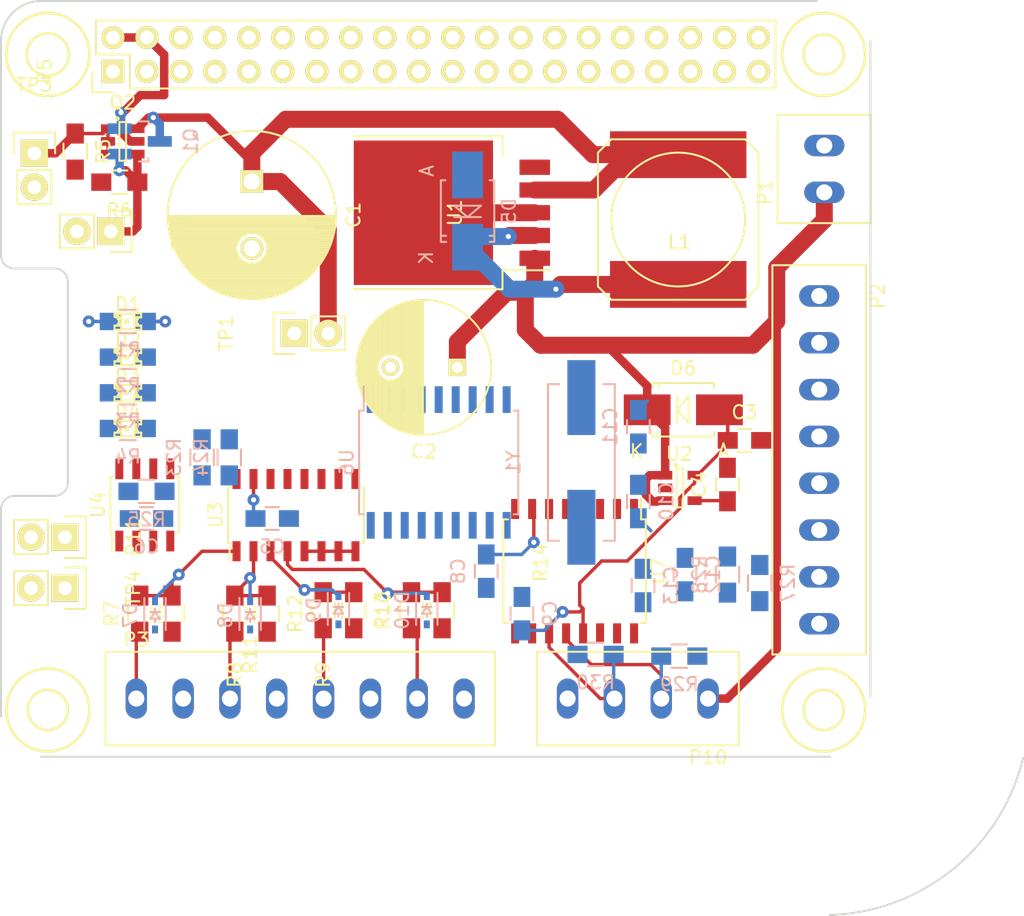
<source format=kicad_pcb>
(kicad_pcb (version 4) (host pcbnew "(2015-06-23 BZR 5813)-product")

  (general
    (links 170)
    (no_connects 118)
    (area 23.324926 18.413288 105.485001 89.406301)
    (thickness 1.6)
    (drawings 22)
    (tracks 187)
    (zones 0)
    (modules 63)
    (nets 50)
  )

  (page A4)
  (title_block
    (title "RaspberryPi Hat Board")
    (rev 1)
    (company disk91.com)
    (comment 1 "(c) Paul Pinault 2015")
    (comment 2 "(c) Disk91")
  )

  (layers
    (0 F.Cu signal)
    (31 B.Cu signal)
    (32 B.Adhes user)
    (33 F.Adhes user)
    (34 B.Paste user)
    (35 F.Paste user)
    (36 B.SilkS user)
    (37 F.SilkS user)
    (38 B.Mask user)
    (39 F.Mask user)
    (40 Dwgs.User user)
    (41 Cmts.User user)
    (42 Eco1.User user)
    (43 Eco2.User user)
    (44 Edge.Cuts user)
  )

  (setup
    (last_trace_width 0.254)
    (user_trace_width 0.635)
    (user_trace_width 1.27)
    (user_trace_width 2.54)
    (trace_clearance 0.0254)
    (zone_clearance 0)
    (zone_45_only no)
    (trace_min 0.254)
    (segment_width 0.2)
    (edge_width 0.15)
    (via_size 0.889)
    (via_drill 0.381)
    (via_min_size 0.889)
    (via_min_drill 0.381)
    (uvia_size 0.508)
    (uvia_drill 0.127)
    (uvias_allowed no)
    (uvia_min_size 0.508)
    (uvia_min_drill 0.127)
    (pcb_text_width 0.3)
    (pcb_text_size 1 1)
    (mod_edge_width 0.15)
    (mod_text_size 1 1)
    (mod_text_width 0.15)
    (pad_size 2 17)
    (pad_drill 2)
    (pad_to_mask_clearance 0)
    (aux_axis_origin 0 0)
    (grid_origin 29 21)
    (visible_elements FFFFFFBF)
    (pcbplotparams
      (layerselection 0x00030_80000001)
      (usegerberextensions true)
      (excludeedgelayer true)
      (linewidth 0.200000)
      (plotframeref false)
      (viasonmask false)
      (mode 1)
      (useauxorigin false)
      (hpglpennumber 1)
      (hpglpenspeed 20)
      (hpglpendiameter 15)
      (hpglpenoverlay 2)
      (psnegative false)
      (psa4output false)
      (plotreference true)
      (plotvalue true)
      (plotinvisibletext false)
      (padsonsilk false)
      (subtractmaskfromsilk false)
      (outputformat 1)
      (mirror false)
      (drillshape 0)
      (scaleselection 1)
      (outputdirectory gerber/))
  )

  (net 0 "")
  (net 1 GND)
  (net 2 /Power/V_REG)
  (net 3 +12V)
  (net 4 "Net-(C4-Pad1)")
  (net 5 +3V3)
  (net 6 +5VA)
  (net 7 "Net-(C10-Pad1)")
  (net 8 "Net-(C11-Pad1)")
  (net 9 "Net-(C13-Pad1)")
  (net 10 "Net-(D1-Pad2)")
  (net 11 "Net-(D2-Pad2)")
  (net 12 "Net-(D3-Pad2)")
  (net 13 "Net-(D4-Pad2)")
  (net 14 "Net-(D5-Pad1)")
  (net 15 "/Battery Monitor/ADC_IN0")
  (net 16 "/Battery Monitor/ADC_IN1")
  (net 17 "/Battery Monitor/ADC_IN2")
  (net 18 "/Battery Monitor/ADC_IN3")
  (net 19 /SW_IN3)
  (net 20 /SW_IN2)
  (net 21 /SW_IN1)
  (net 22 /SW_IN0)
  (net 23 "/Battery Monitor/BAT_MEAS2")
  (net 24 "/Battery Monitor/BAT_MEAS3")
  (net 25 "/Battery Monitor/BAT_MEAS1")
  (net 26 "/Battery Monitor/BAT_MEAS0")
  (net 27 +5V)
  (net 28 "/CAN Controller and Transceiver/CAN_VSENSE")
  (net 29 "/CAN Controller and Transceiver/CAN_~INT")
  (net 30 "/Battery Monitor/ADC_DIN")
  (net 31 "/Battery Monitor/ADC_DOUT")
  (net 32 "/Battery Monitor/ADC_CLK")
  (net 33 "/Battery Monitor/ADC_~CS~/SHDN")
  (net 34 "/CAN Controller and Transceiver/CAN_~CS")
  (net 35 "/I2C ID EEPROM/ID_SD")
  (net 36 "/I2C ID EEPROM/ID_SC")
  (net 37 /LED0)
  (net 38 /LED1)
  (net 39 /LED2)
  (net 40 /LED3)
  (net 41 "/CAN Controller and Transceiver/CAN_L")
  (net 42 "/CAN Controller and Transceiver/CAN_H")
  (net 43 /Power/V_GATE)
  (net 44 /Power/V_BASES)
  (net 45 "Net-(R28-Pad1)")
  (net 46 "Net-(U1-Pad3)")
  (net 47 "/CAN Controller and Transceiver/TX_CAN")
  (net 48 "/CAN Controller and Transceiver/RX_CAN")
  (net 49 "Net-(P11-Pad1)")

  (net_class Default "This is the default net class."
    (clearance 0.0254)
    (trace_width 0.254)
    (via_dia 0.889)
    (via_drill 0.381)
    (uvia_dia 0.508)
    (uvia_drill 0.127)
    (add_net +12V)
    (add_net +3V3)
    (add_net +5V)
    (add_net +5VA)
    (add_net "/Battery Monitor/ADC_CLK")
    (add_net "/Battery Monitor/ADC_DIN")
    (add_net "/Battery Monitor/ADC_DOUT")
    (add_net "/Battery Monitor/ADC_IN0")
    (add_net "/Battery Monitor/ADC_IN1")
    (add_net "/Battery Monitor/ADC_IN2")
    (add_net "/Battery Monitor/ADC_IN3")
    (add_net "/Battery Monitor/ADC_~CS~/SHDN")
    (add_net "/Battery Monitor/BAT_MEAS0")
    (add_net "/Battery Monitor/BAT_MEAS1")
    (add_net "/Battery Monitor/BAT_MEAS2")
    (add_net "/Battery Monitor/BAT_MEAS3")
    (add_net "/CAN Controller and Transceiver/CAN_H")
    (add_net "/CAN Controller and Transceiver/CAN_L")
    (add_net "/CAN Controller and Transceiver/CAN_VSENSE")
    (add_net "/CAN Controller and Transceiver/CAN_~CS")
    (add_net "/CAN Controller and Transceiver/CAN_~INT")
    (add_net "/CAN Controller and Transceiver/RX_CAN")
    (add_net "/CAN Controller and Transceiver/TX_CAN")
    (add_net "/I2C ID EEPROM/ID_SC")
    (add_net "/I2C ID EEPROM/ID_SD")
    (add_net /LED0)
    (add_net /LED1)
    (add_net /LED2)
    (add_net /LED3)
    (add_net /Power/V_BASES)
    (add_net /Power/V_GATE)
    (add_net /Power/V_REG)
    (add_net /SW_IN0)
    (add_net /SW_IN1)
    (add_net /SW_IN2)
    (add_net /SW_IN3)
    (add_net GND)
    (add_net "Net-(C10-Pad1)")
    (add_net "Net-(C11-Pad1)")
    (add_net "Net-(C13-Pad1)")
    (add_net "Net-(C4-Pad1)")
    (add_net "Net-(D1-Pad2)")
    (add_net "Net-(D2-Pad2)")
    (add_net "Net-(D3-Pad2)")
    (add_net "Net-(D4-Pad2)")
    (add_net "Net-(D5-Pad1)")
    (add_net "Net-(P11-Pad1)")
    (add_net "Net-(R28-Pad1)")
    (add_net "Net-(U1-Pad3)")
  )

  (net_class 12v ""
    (clearance 0.512)
    (trace_width 0.512)
    (via_dia 0.889)
    (via_drill 0.381)
    (uvia_dia 0.508)
    (uvia_drill 0.127)
  )

  (net_class Rf ""
    (clearance 0.254)
    (trace_width 1)
    (via_dia 0.889)
    (via_drill 0.381)
    (uvia_dia 0.508)
    (uvia_drill 0.127)
  )

  (net_class alim ""
    (clearance 0.254)
    (trace_width 0.512)
    (via_dia 0.889)
    (via_drill 0.381)
    (uvia_dia 0.508)
    (uvia_drill 0.127)
  )

  (module Resistors_SMD:R_0805_HandSoldering (layer B.Cu) (tedit 54189DEE) (tstamp 5583284A)
    (at 79.709 69.977)
    (descr "Resistor SMD 0805, hand soldering")
    (tags "resistor 0805")
    (path /5581BAA0/5581BE4E)
    (attr smd)
    (fp_text reference R29 (at 0 2.1) (layer B.SilkS)
      (effects (font (size 1 1) (thickness 0.15)) (justify mirror))
    )
    (fp_text value 60 (at 0 -2.1) (layer B.Fab)
      (effects (font (size 1 1) (thickness 0.15)) (justify mirror))
    )
    (fp_line (start -2.4 1) (end 2.4 1) (layer B.CrtYd) (width 0.05))
    (fp_line (start -2.4 -1) (end 2.4 -1) (layer B.CrtYd) (width 0.05))
    (fp_line (start -2.4 1) (end -2.4 -1) (layer B.CrtYd) (width 0.05))
    (fp_line (start 2.4 1) (end 2.4 -1) (layer B.CrtYd) (width 0.05))
    (fp_line (start 0.6 -0.875) (end -0.6 -0.875) (layer B.SilkS) (width 0.15))
    (fp_line (start -0.6 0.875) (end 0.6 0.875) (layer B.SilkS) (width 0.15))
    (pad 1 smd rect (at -1.35 0) (size 1.5 1.3) (layers B.Cu B.Paste B.Mask)
      (net 42 "/CAN Controller and Transceiver/CAN_H"))
    (pad 2 smd rect (at 1.35 0) (size 1.5 1.3) (layers B.Cu B.Paste B.Mask)
      (net 9 "Net-(C13-Pad1)"))
    (model Resistors_SMD.3dshapes/R_0805_HandSoldering.wrl
      (at (xyz 0 0 0))
      (scale (xyz 1 1 1))
      (rotate (xyz 0 0 0))
    )
  )

  (module Resistors_SMD:R_0805_HandSoldering (layer B.Cu) (tedit 54189DEE) (tstamp 55832832)
    (at 85.725 64.516 90)
    (descr "Resistor SMD 0805, hand soldering")
    (tags "resistor 0805")
    (path /5581BAA0/5582621E)
    (attr smd)
    (fp_text reference R27 (at 0 2.1 90) (layer B.SilkS)
      (effects (font (size 1 1) (thickness 0.15)) (justify mirror))
    )
    (fp_text value 4.7K (at 0 -2.1 90) (layer B.Fab)
      (effects (font (size 1 1) (thickness 0.15)) (justify mirror))
    )
    (fp_line (start -2.4 1) (end 2.4 1) (layer B.CrtYd) (width 0.05))
    (fp_line (start -2.4 -1) (end 2.4 -1) (layer B.CrtYd) (width 0.05))
    (fp_line (start -2.4 1) (end -2.4 -1) (layer B.CrtYd) (width 0.05))
    (fp_line (start 2.4 1) (end 2.4 -1) (layer B.CrtYd) (width 0.05))
    (fp_line (start 0.6 -0.875) (end -0.6 -0.875) (layer B.SilkS) (width 0.15))
    (fp_line (start -0.6 0.875) (end 0.6 0.875) (layer B.SilkS) (width 0.15))
    (pad 1 smd rect (at -1.35 0 90) (size 1.5 1.3) (layers B.Cu B.Paste B.Mask)
      (net 29 "/CAN Controller and Transceiver/CAN_~INT"))
    (pad 2 smd rect (at 1.35 0 90) (size 1.5 1.3) (layers B.Cu B.Paste B.Mask)
      (net 5 +3V3))
    (model Resistors_SMD.3dshapes/R_0805_HandSoldering.wrl
      (at (xyz 0 0 0))
      (scale (xyz 1 1 1))
      (rotate (xyz 0 0 0))
    )
  )

  (module remote-io:SRN1060-XXXM (layer F.Cu) (tedit 5581080A) (tstamp 5583263B)
    (at 79.629 37.338 90)
    (descr SRN1060-XXXM)
    (path /557F39A6/557EE631)
    (attr smd)
    (fp_text reference L1 (at -1.69926 0.09906 180) (layer F.SilkS)
      (effects (font (size 1 1) (thickness 0.15)))
    )
    (fp_text value INDUCTOR (at 0 7.62 270) (layer F.Fab)
      (effects (font (size 1 1) (thickness 0.15)))
    )
    (fp_circle (center 0 0) (end 0 -5.00126) (layer F.SilkS) (width 0.15))
    (fp_line (start -5.99948 0) (end -5.99948 -5.00126) (layer F.SilkS) (width 0.15))
    (fp_line (start -5.99948 -5.00126) (end -5.00126 -5.99948) (layer F.SilkS) (width 0.15))
    (fp_line (start -5.00126 -5.99948) (end 5.00126 -5.99948) (layer F.SilkS) (width 0.15))
    (fp_line (start 5.00126 -5.99948) (end 5.99948 -5.00126) (layer F.SilkS) (width 0.15))
    (fp_line (start 5.99948 -5.00126) (end 5.99948 5.00126) (layer F.SilkS) (width 0.15))
    (fp_line (start 5.99948 5.00126) (end 5.00126 5.99948) (layer F.SilkS) (width 0.15))
    (fp_line (start 5.00126 5.99948) (end -5.00126 5.99948) (layer F.SilkS) (width 0.15))
    (fp_line (start -5.00126 5.99948) (end -5.99948 5.00126) (layer F.SilkS) (width 0.15))
    (fp_line (start -5.99948 5.00126) (end -5.99948 0) (layer F.SilkS) (width 0.15))
    (fp_text user "" (at 0 0 90) (layer F.SilkS)
      (effects (font (size 1 1) (thickness 0.15)))
    )
    (fp_text user "" (at 0 0 90) (layer F.SilkS)
      (effects (font (size 1 1) (thickness 0.15)))
    )
    (pad 1 smd rect (at -4.85 0 90) (size 3.5 10.2) (layers F.Cu F.Paste F.Mask)
      (net 14 "Net-(D5-Pad1)"))
    (pad 2 smd rect (at 4.85 0 90) (size 3.5 10.2) (layers F.Cu F.Paste F.Mask)
      (net 2 /Power/V_REG))
    (model Inductors.3dshapes/SELF-WE-PD-XXL.wrl
      (at (xyz 0 0 0))
      (scale (xyz 1 1 1))
      (rotate (xyz 0 0 0))
    )
  )

  (module Resistors_SMD:R_0805_HandSoldering (layer B.Cu) (tedit 54189DEE) (tstamp 55832856)
    (at 73.453 69.85)
    (descr "Resistor SMD 0805, hand soldering")
    (tags "resistor 0805")
    (path /5581BAA0/55820F6F)
    (attr smd)
    (fp_text reference R30 (at 0 2.1) (layer B.SilkS)
      (effects (font (size 1 1) (thickness 0.15)) (justify mirror))
    )
    (fp_text value 60 (at 0 -2.1) (layer B.Fab)
      (effects (font (size 1 1) (thickness 0.15)) (justify mirror))
    )
    (fp_line (start -2.4 1) (end 2.4 1) (layer B.CrtYd) (width 0.05))
    (fp_line (start -2.4 -1) (end 2.4 -1) (layer B.CrtYd) (width 0.05))
    (fp_line (start -2.4 1) (end -2.4 -1) (layer B.CrtYd) (width 0.05))
    (fp_line (start 2.4 1) (end 2.4 -1) (layer B.CrtYd) (width 0.05))
    (fp_line (start 0.6 -0.875) (end -0.6 -0.875) (layer B.SilkS) (width 0.15))
    (fp_line (start -0.6 0.875) (end 0.6 0.875) (layer B.SilkS) (width 0.15))
    (pad 1 smd rect (at -1.35 0) (size 1.5 1.3) (layers B.Cu B.Paste B.Mask)
      (net 9 "Net-(C13-Pad1)"))
    (pad 2 smd rect (at 1.35 0) (size 1.5 1.3) (layers B.Cu B.Paste B.Mask)
      (net 41 "/CAN Controller and Transceiver/CAN_L"))
    (model Resistors_SMD.3dshapes/R_0805_HandSoldering.wrl
      (at (xyz 0 0 0))
      (scale (xyz 1 1 1))
      (rotate (xyz 0 0 0))
    )
  )

  (module Housings_SOIC:SOIC-18_7.5x11.6mm_Pitch1.27mm (layer B.Cu) (tedit 54130A77) (tstamp 55832929)
    (at 61.722 55.499 270)
    (descr "18-Lead Plastic Small Outline (SO) - Wide, 7.50 mm Body [SOIC] (see Microchip Packaging Specification 00000049BS.pdf)")
    (tags "SOIC 1.27")
    (path /5581BAA0/5581E81A)
    (attr smd)
    (fp_text reference U6 (at 0 6.875 270) (layer B.SilkS)
      (effects (font (size 1 1) (thickness 0.15)) (justify mirror))
    )
    (fp_text value MCP2515 (at 0 -6.875 270) (layer B.Fab)
      (effects (font (size 1 1) (thickness 0.15)) (justify mirror))
    )
    (fp_line (start -5.95 6.15) (end -5.95 -6.15) (layer B.CrtYd) (width 0.05))
    (fp_line (start 5.95 6.15) (end 5.95 -6.15) (layer B.CrtYd) (width 0.05))
    (fp_line (start -5.95 6.15) (end 5.95 6.15) (layer B.CrtYd) (width 0.05))
    (fp_line (start -5.95 -6.15) (end 5.95 -6.15) (layer B.CrtYd) (width 0.05))
    (fp_line (start -3.875 5.95) (end -3.875 5.605) (layer B.SilkS) (width 0.15))
    (fp_line (start 3.875 5.95) (end 3.875 5.605) (layer B.SilkS) (width 0.15))
    (fp_line (start 3.875 -5.95) (end 3.875 -5.605) (layer B.SilkS) (width 0.15))
    (fp_line (start -3.875 -5.95) (end -3.875 -5.605) (layer B.SilkS) (width 0.15))
    (fp_line (start -3.875 5.95) (end 3.875 5.95) (layer B.SilkS) (width 0.15))
    (fp_line (start -3.875 -5.95) (end 3.875 -5.95) (layer B.SilkS) (width 0.15))
    (fp_line (start -3.875 5.605) (end -5.7 5.605) (layer B.SilkS) (width 0.15))
    (pad 1 smd rect (at -4.7 5.08 270) (size 2 0.6) (layers B.Cu B.Paste B.Mask)
      (net 47 "/CAN Controller and Transceiver/TX_CAN"))
    (pad 2 smd rect (at -4.7 3.81 270) (size 2 0.6) (layers B.Cu B.Paste B.Mask)
      (net 48 "/CAN Controller and Transceiver/RX_CAN"))
    (pad 3 smd rect (at -4.7 2.54 270) (size 2 0.6) (layers B.Cu B.Paste B.Mask))
    (pad 4 smd rect (at -4.7 1.27 270) (size 2 0.6) (layers B.Cu B.Paste B.Mask))
    (pad 5 smd rect (at -4.7 0 270) (size 2 0.6) (layers B.Cu B.Paste B.Mask))
    (pad 6 smd rect (at -4.7 -1.27 270) (size 2 0.6) (layers B.Cu B.Paste B.Mask))
    (pad 7 smd rect (at -4.7 -2.54 270) (size 2 0.6) (layers B.Cu B.Paste B.Mask)
      (net 8 "Net-(C11-Pad1)"))
    (pad 8 smd rect (at -4.7 -3.81 270) (size 2 0.6) (layers B.Cu B.Paste B.Mask)
      (net 7 "Net-(C10-Pad1)"))
    (pad 9 smd rect (at -4.7 -5.08 270) (size 2 0.6) (layers B.Cu B.Paste B.Mask)
      (net 1 GND))
    (pad 10 smd rect (at 4.7 -5.08 270) (size 2 0.6) (layers B.Cu B.Paste B.Mask))
    (pad 11 smd rect (at 4.7 -3.81 270) (size 2 0.6) (layers B.Cu B.Paste B.Mask))
    (pad 12 smd rect (at 4.7 -2.54 270) (size 2 0.6) (layers B.Cu B.Paste B.Mask)
      (net 29 "/CAN Controller and Transceiver/CAN_~INT"))
    (pad 13 smd rect (at 4.7 -1.27 270) (size 2 0.6) (layers B.Cu B.Paste B.Mask)
      (net 32 "/Battery Monitor/ADC_CLK"))
    (pad 14 smd rect (at 4.7 0 270) (size 2 0.6) (layers B.Cu B.Paste B.Mask)
      (net 30 "/Battery Monitor/ADC_DIN"))
    (pad 15 smd rect (at 4.7 1.27 270) (size 2 0.6) (layers B.Cu B.Paste B.Mask)
      (net 31 "/Battery Monitor/ADC_DOUT"))
    (pad 16 smd rect (at 4.7 2.54 270) (size 2 0.6) (layers B.Cu B.Paste B.Mask)
      (net 34 "/CAN Controller and Transceiver/CAN_~CS"))
    (pad 17 smd rect (at 4.7 3.81 270) (size 2 0.6) (layers B.Cu B.Paste B.Mask)
      (net 45 "Net-(R28-Pad1)"))
    (pad 18 smd rect (at 4.7 5.08 270) (size 2 0.6) (layers B.Cu B.Paste B.Mask)
      (net 5 +3V3))
    (model Housings_SOIC.3dshapes/SOIC-18_7.5x11.6mm_Pitch1.27mm.wrl
      (at (xyz 0 0 0))
      (scale (xyz 1 1 1))
      (rotate (xyz 0 0 0))
    )
  )

  (module Capacitors_SMD:C_0805_HandSoldering (layer B.Cu) (tedit 541A9B8D) (tstamp 5583244B)
    (at 76.649552 58.42 90)
    (descr "Capacitor SMD 0805, hand soldering")
    (tags "capacitor 0805")
    (path /5581BAA0/55822BB9)
    (attr smd)
    (fp_text reference C10 (at 0 2.1 90) (layer B.SilkS)
      (effects (font (size 1 1) (thickness 0.15)) (justify mirror))
    )
    (fp_text value 18pF (at 0 -2.1 90) (layer B.Fab)
      (effects (font (size 1 1) (thickness 0.15)) (justify mirror))
    )
    (fp_line (start -2.3 1) (end 2.3 1) (layer B.CrtYd) (width 0.05))
    (fp_line (start -2.3 -1) (end 2.3 -1) (layer B.CrtYd) (width 0.05))
    (fp_line (start -2.3 1) (end -2.3 -1) (layer B.CrtYd) (width 0.05))
    (fp_line (start 2.3 1) (end 2.3 -1) (layer B.CrtYd) (width 0.05))
    (fp_line (start 0.5 0.85) (end -0.5 0.85) (layer B.SilkS) (width 0.15))
    (fp_line (start -0.5 -0.85) (end 0.5 -0.85) (layer B.SilkS) (width 0.15))
    (pad 1 smd rect (at -1.25 0 90) (size 1.5 1.25) (layers B.Cu B.Paste B.Mask)
      (net 7 "Net-(C10-Pad1)"))
    (pad 2 smd rect (at 1.25 0 90) (size 1.5 1.25) (layers B.Cu B.Paste B.Mask)
      (net 1 GND))
    (model Capacitors_SMD.3dshapes/C_0805_HandSoldering.wrl
      (at (xyz 0 0 0))
      (scale (xyz 1 1 1))
      (rotate (xyz 0 0 0))
    )
  )

  (module Capacitors_ThroughHole:C_Radial_D12.5_L25_P5 (layer F.Cu) (tedit 0) (tstamp 558323B0)
    (at 47.752 34.497 270)
    (descr "Radial Electrolytic Capacitor Diameter 12.5mm x Length 25mm, Pitch 5mm")
    (tags "Electrolytic Capacitor")
    (path /557F39A6/557EE602)
    (fp_text reference C1 (at 2.5 -7.6 270) (layer F.SilkS)
      (effects (font (size 1 1) (thickness 0.15)))
    )
    (fp_text value 680uF (at 2.5 7.6 270) (layer F.Fab)
      (effects (font (size 1 1) (thickness 0.15)))
    )
    (fp_line (start 2.575 -6.25) (end 2.575 6.25) (layer F.SilkS) (width 0.15))
    (fp_line (start 2.715 -6.246) (end 2.715 6.246) (layer F.SilkS) (width 0.15))
    (fp_line (start 2.855 -6.24) (end 2.855 6.24) (layer F.SilkS) (width 0.15))
    (fp_line (start 2.995 -6.23) (end 2.995 6.23) (layer F.SilkS) (width 0.15))
    (fp_line (start 3.135 -6.218) (end 3.135 6.218) (layer F.SilkS) (width 0.15))
    (fp_line (start 3.275 -6.202) (end 3.275 6.202) (layer F.SilkS) (width 0.15))
    (fp_line (start 3.415 -6.183) (end 3.415 6.183) (layer F.SilkS) (width 0.15))
    (fp_line (start 3.555 -6.16) (end 3.555 6.16) (layer F.SilkS) (width 0.15))
    (fp_line (start 3.695 -6.135) (end 3.695 6.135) (layer F.SilkS) (width 0.15))
    (fp_line (start 3.835 -6.106) (end 3.835 6.106) (layer F.SilkS) (width 0.15))
    (fp_line (start 3.975 -6.073) (end 3.975 -0.521) (layer F.SilkS) (width 0.15))
    (fp_line (start 3.975 0.521) (end 3.975 6.073) (layer F.SilkS) (width 0.15))
    (fp_line (start 4.115 -6.038) (end 4.115 -0.734) (layer F.SilkS) (width 0.15))
    (fp_line (start 4.115 0.734) (end 4.115 6.038) (layer F.SilkS) (width 0.15))
    (fp_line (start 4.255 -5.999) (end 4.255 -0.876) (layer F.SilkS) (width 0.15))
    (fp_line (start 4.255 0.876) (end 4.255 5.999) (layer F.SilkS) (width 0.15))
    (fp_line (start 4.395 -5.956) (end 4.395 -0.978) (layer F.SilkS) (width 0.15))
    (fp_line (start 4.395 0.978) (end 4.395 5.956) (layer F.SilkS) (width 0.15))
    (fp_line (start 4.535 -5.909) (end 4.535 -1.052) (layer F.SilkS) (width 0.15))
    (fp_line (start 4.535 1.052) (end 4.535 5.909) (layer F.SilkS) (width 0.15))
    (fp_line (start 4.675 -5.859) (end 4.675 -1.103) (layer F.SilkS) (width 0.15))
    (fp_line (start 4.675 1.103) (end 4.675 5.859) (layer F.SilkS) (width 0.15))
    (fp_line (start 4.815 -5.805) (end 4.815 -1.135) (layer F.SilkS) (width 0.15))
    (fp_line (start 4.815 1.135) (end 4.815 5.805) (layer F.SilkS) (width 0.15))
    (fp_line (start 4.955 -5.748) (end 4.955 -1.149) (layer F.SilkS) (width 0.15))
    (fp_line (start 4.955 1.149) (end 4.955 5.748) (layer F.SilkS) (width 0.15))
    (fp_line (start 5.095 -5.686) (end 5.095 -1.146) (layer F.SilkS) (width 0.15))
    (fp_line (start 5.095 1.146) (end 5.095 5.686) (layer F.SilkS) (width 0.15))
    (fp_line (start 5.235 -5.62) (end 5.235 -1.126) (layer F.SilkS) (width 0.15))
    (fp_line (start 5.235 1.126) (end 5.235 5.62) (layer F.SilkS) (width 0.15))
    (fp_line (start 5.375 -5.549) (end 5.375 -1.087) (layer F.SilkS) (width 0.15))
    (fp_line (start 5.375 1.087) (end 5.375 5.549) (layer F.SilkS) (width 0.15))
    (fp_line (start 5.515 -5.475) (end 5.515 -1.028) (layer F.SilkS) (width 0.15))
    (fp_line (start 5.515 1.028) (end 5.515 5.475) (layer F.SilkS) (width 0.15))
    (fp_line (start 5.655 -5.395) (end 5.655 -0.945) (layer F.SilkS) (width 0.15))
    (fp_line (start 5.655 0.945) (end 5.655 5.395) (layer F.SilkS) (width 0.15))
    (fp_line (start 5.795 -5.311) (end 5.795 -0.831) (layer F.SilkS) (width 0.15))
    (fp_line (start 5.795 0.831) (end 5.795 5.311) (layer F.SilkS) (width 0.15))
    (fp_line (start 5.935 -5.221) (end 5.935 -0.67) (layer F.SilkS) (width 0.15))
    (fp_line (start 5.935 0.67) (end 5.935 5.221) (layer F.SilkS) (width 0.15))
    (fp_line (start 6.075 -5.127) (end 6.075 -0.409) (layer F.SilkS) (width 0.15))
    (fp_line (start 6.075 0.409) (end 6.075 5.127) (layer F.SilkS) (width 0.15))
    (fp_line (start 6.215 -5.026) (end 6.215 5.026) (layer F.SilkS) (width 0.15))
    (fp_line (start 6.355 -4.919) (end 6.355 4.919) (layer F.SilkS) (width 0.15))
    (fp_line (start 6.495 -4.807) (end 6.495 4.807) (layer F.SilkS) (width 0.15))
    (fp_line (start 6.635 -4.687) (end 6.635 4.687) (layer F.SilkS) (width 0.15))
    (fp_line (start 6.775 -4.559) (end 6.775 4.559) (layer F.SilkS) (width 0.15))
    (fp_line (start 6.915 -4.424) (end 6.915 4.424) (layer F.SilkS) (width 0.15))
    (fp_line (start 7.055 -4.28) (end 7.055 4.28) (layer F.SilkS) (width 0.15))
    (fp_line (start 7.195 -4.125) (end 7.195 4.125) (layer F.SilkS) (width 0.15))
    (fp_line (start 7.335 -3.96) (end 7.335 3.96) (layer F.SilkS) (width 0.15))
    (fp_line (start 7.475 -3.783) (end 7.475 3.783) (layer F.SilkS) (width 0.15))
    (fp_line (start 7.615 -3.592) (end 7.615 3.592) (layer F.SilkS) (width 0.15))
    (fp_line (start 7.755 -3.383) (end 7.755 3.383) (layer F.SilkS) (width 0.15))
    (fp_line (start 7.895 -3.155) (end 7.895 3.155) (layer F.SilkS) (width 0.15))
    (fp_line (start 8.035 -2.903) (end 8.035 2.903) (layer F.SilkS) (width 0.15))
    (fp_line (start 8.175 -2.619) (end 8.175 2.619) (layer F.SilkS) (width 0.15))
    (fp_line (start 8.315 -2.291) (end 8.315 2.291) (layer F.SilkS) (width 0.15))
    (fp_line (start 8.455 -1.897) (end 8.455 1.897) (layer F.SilkS) (width 0.15))
    (fp_line (start 8.595 -1.383) (end 8.595 1.383) (layer F.SilkS) (width 0.15))
    (fp_line (start 8.735 -0.433) (end 8.735 0.433) (layer F.SilkS) (width 0.15))
    (fp_circle (center 5 0) (end 5 -1.15) (layer F.SilkS) (width 0.15))
    (fp_circle (center 2.5 0) (end 2.5 -6.2875) (layer F.SilkS) (width 0.15))
    (fp_circle (center 2.5 0) (end 2.5 -6.6) (layer F.CrtYd) (width 0.05))
    (pad 2 thru_hole circle (at 5 0 270) (size 1.7 1.7) (drill 1.2) (layers *.Cu *.Mask F.SilkS)
      (net 1 GND))
    (pad 1 thru_hole rect (at 0 0 270) (size 1.7 1.7) (drill 1.2) (layers *.Cu *.Mask F.SilkS)
      (net 2 /Power/V_REG))
    (model Capacitors_ThroughHole.3dshapes/C_Radial_D12.5_L25_P5.wrl
      (at (xyz 0 0 0))
      (scale (xyz 1 1 1))
      (rotate (xyz 0 0 0))
    )
  )

  (module Capacitors_ThroughHole:C_Radial_D10_L25_P5 (layer F.Cu) (tedit 0) (tstamp 558323EB)
    (at 63.119 48.387 180)
    (descr "Radial Electrolytic Capacitor Diameter 10mm x Length 25mm, Pitch 5mm")
    (tags "Electrolytic Capacitor")
    (path /557F39A6/557EE5B5)
    (fp_text reference C2 (at 2.5 -6.3 180) (layer F.SilkS)
      (effects (font (size 1 1) (thickness 0.15)))
    )
    (fp_text value 330uF (at 2.5 6.3 180) (layer F.Fab)
      (effects (font (size 1 1) (thickness 0.15)))
    )
    (fp_line (start 2.575 -4.999) (end 2.575 4.999) (layer F.SilkS) (width 0.15))
    (fp_line (start 2.715 -4.995) (end 2.715 4.995) (layer F.SilkS) (width 0.15))
    (fp_line (start 2.855 -4.987) (end 2.855 4.987) (layer F.SilkS) (width 0.15))
    (fp_line (start 2.995 -4.975) (end 2.995 4.975) (layer F.SilkS) (width 0.15))
    (fp_line (start 3.135 -4.96) (end 3.135 4.96) (layer F.SilkS) (width 0.15))
    (fp_line (start 3.275 -4.94) (end 3.275 4.94) (layer F.SilkS) (width 0.15))
    (fp_line (start 3.415 -4.916) (end 3.415 4.916) (layer F.SilkS) (width 0.15))
    (fp_line (start 3.555 -4.887) (end 3.555 4.887) (layer F.SilkS) (width 0.15))
    (fp_line (start 3.695 -4.855) (end 3.695 4.855) (layer F.SilkS) (width 0.15))
    (fp_line (start 3.835 -4.818) (end 3.835 4.818) (layer F.SilkS) (width 0.15))
    (fp_line (start 3.975 -4.777) (end 3.975 4.777) (layer F.SilkS) (width 0.15))
    (fp_line (start 4.115 -4.732) (end 4.115 -0.466) (layer F.SilkS) (width 0.15))
    (fp_line (start 4.115 0.466) (end 4.115 4.732) (layer F.SilkS) (width 0.15))
    (fp_line (start 4.255 -4.682) (end 4.255 -0.667) (layer F.SilkS) (width 0.15))
    (fp_line (start 4.255 0.667) (end 4.255 4.682) (layer F.SilkS) (width 0.15))
    (fp_line (start 4.395 -4.627) (end 4.395 -0.796) (layer F.SilkS) (width 0.15))
    (fp_line (start 4.395 0.796) (end 4.395 4.627) (layer F.SilkS) (width 0.15))
    (fp_line (start 4.535 -4.567) (end 4.535 -0.885) (layer F.SilkS) (width 0.15))
    (fp_line (start 4.535 0.885) (end 4.535 4.567) (layer F.SilkS) (width 0.15))
    (fp_line (start 4.675 -4.502) (end 4.675 -0.946) (layer F.SilkS) (width 0.15))
    (fp_line (start 4.675 0.946) (end 4.675 4.502) (layer F.SilkS) (width 0.15))
    (fp_line (start 4.815 -4.432) (end 4.815 -0.983) (layer F.SilkS) (width 0.15))
    (fp_line (start 4.815 0.983) (end 4.815 4.432) (layer F.SilkS) (width 0.15))
    (fp_line (start 4.955 -4.356) (end 4.955 -0.999) (layer F.SilkS) (width 0.15))
    (fp_line (start 4.955 0.999) (end 4.955 4.356) (layer F.SilkS) (width 0.15))
    (fp_line (start 5.095 -4.274) (end 5.095 -0.995) (layer F.SilkS) (width 0.15))
    (fp_line (start 5.095 0.995) (end 5.095 4.274) (layer F.SilkS) (width 0.15))
    (fp_line (start 5.235 -4.186) (end 5.235 -0.972) (layer F.SilkS) (width 0.15))
    (fp_line (start 5.235 0.972) (end 5.235 4.186) (layer F.SilkS) (width 0.15))
    (fp_line (start 5.375 -4.091) (end 5.375 -0.927) (layer F.SilkS) (width 0.15))
    (fp_line (start 5.375 0.927) (end 5.375 4.091) (layer F.SilkS) (width 0.15))
    (fp_line (start 5.515 -3.989) (end 5.515 -0.857) (layer F.SilkS) (width 0.15))
    (fp_line (start 5.515 0.857) (end 5.515 3.989) (layer F.SilkS) (width 0.15))
    (fp_line (start 5.655 -3.879) (end 5.655 -0.756) (layer F.SilkS) (width 0.15))
    (fp_line (start 5.655 0.756) (end 5.655 3.879) (layer F.SilkS) (width 0.15))
    (fp_line (start 5.795 -3.761) (end 5.795 -0.607) (layer F.SilkS) (width 0.15))
    (fp_line (start 5.795 0.607) (end 5.795 3.761) (layer F.SilkS) (width 0.15))
    (fp_line (start 5.935 -3.633) (end 5.935 -0.355) (layer F.SilkS) (width 0.15))
    (fp_line (start 5.935 0.355) (end 5.935 3.633) (layer F.SilkS) (width 0.15))
    (fp_line (start 6.075 -3.496) (end 6.075 3.496) (layer F.SilkS) (width 0.15))
    (fp_line (start 6.215 -3.346) (end 6.215 3.346) (layer F.SilkS) (width 0.15))
    (fp_line (start 6.355 -3.184) (end 6.355 3.184) (layer F.SilkS) (width 0.15))
    (fp_line (start 6.495 -3.007) (end 6.495 3.007) (layer F.SilkS) (width 0.15))
    (fp_line (start 6.635 -2.811) (end 6.635 2.811) (layer F.SilkS) (width 0.15))
    (fp_line (start 6.775 -2.593) (end 6.775 2.593) (layer F.SilkS) (width 0.15))
    (fp_line (start 6.915 -2.347) (end 6.915 2.347) (layer F.SilkS) (width 0.15))
    (fp_line (start 7.055 -2.062) (end 7.055 2.062) (layer F.SilkS) (width 0.15))
    (fp_line (start 7.195 -1.72) (end 7.195 1.72) (layer F.SilkS) (width 0.15))
    (fp_line (start 7.335 -1.274) (end 7.335 1.274) (layer F.SilkS) (width 0.15))
    (fp_line (start 7.475 -0.499) (end 7.475 0.499) (layer F.SilkS) (width 0.15))
    (fp_circle (center 5 0) (end 5 -1) (layer F.SilkS) (width 0.15))
    (fp_circle (center 2.5 0) (end 2.5 -5.0375) (layer F.SilkS) (width 0.15))
    (fp_circle (center 2.5 0) (end 2.5 -5.3) (layer F.CrtYd) (width 0.05))
    (pad 1 thru_hole rect (at 0 0 180) (size 1.3 1.3) (drill 0.8) (layers *.Cu *.Mask F.SilkS)
      (net 3 +12V))
    (pad 2 thru_hole circle (at 5 0 180) (size 1.3 1.3) (drill 0.8) (layers *.Cu *.Mask F.SilkS)
      (net 1 GND))
    (model Capacitors_ThroughHole.3dshapes/C_Radial_D10_L25_P5.wrl
      (at (xyz 0.0984252 0 0))
      (scale (xyz 1 1 1))
      (rotate (xyz 0 0 90))
    )
  )

  (module Capacitors_SMD:C_0805_HandSoldering (layer F.Cu) (tedit 541A9B8D) (tstamp 558323F7)
    (at 84.582 53.848)
    (descr "Capacitor SMD 0805, hand soldering")
    (tags "capacitor 0805")
    (path /557F39A6/5584C20B)
    (attr smd)
    (fp_text reference C3 (at 0 -2.1) (layer F.SilkS)
      (effects (font (size 1 1) (thickness 0.15)))
    )
    (fp_text value 10uF (at 0 2.1) (layer F.Fab)
      (effects (font (size 1 1) (thickness 0.15)))
    )
    (fp_line (start -2.3 -1) (end 2.3 -1) (layer F.CrtYd) (width 0.05))
    (fp_line (start -2.3 1) (end 2.3 1) (layer F.CrtYd) (width 0.05))
    (fp_line (start -2.3 -1) (end -2.3 1) (layer F.CrtYd) (width 0.05))
    (fp_line (start 2.3 -1) (end 2.3 1) (layer F.CrtYd) (width 0.05))
    (fp_line (start 0.5 -0.85) (end -0.5 -0.85) (layer F.SilkS) (width 0.15))
    (fp_line (start -0.5 0.85) (end 0.5 0.85) (layer F.SilkS) (width 0.15))
    (pad 1 smd rect (at -1.25 0) (size 1.5 1.25) (layers F.Cu F.Paste F.Mask)
      (net 6 +5VA))
    (pad 2 smd rect (at 1.25 0) (size 1.5 1.25) (layers F.Cu F.Paste F.Mask)
      (net 1 GND))
    (model Capacitors_SMD.3dshapes/C_0805_HandSoldering.wrl
      (at (xyz 0 0 0))
      (scale (xyz 1 1 1))
      (rotate (xyz 0 0 0))
    )
  )

  (module Capacitors_SMD:C_0805_HandSoldering (layer F.Cu) (tedit 541A9B8D) (tstamp 55832403)
    (at 83.312 57.15 90)
    (descr "Capacitor SMD 0805, hand soldering")
    (tags "capacitor 0805")
    (path /557F39A6/5584C1FD)
    (attr smd)
    (fp_text reference C4 (at 0 -2.1 90) (layer F.SilkS)
      (effects (font (size 1 1) (thickness 0.15)))
    )
    (fp_text value 10uF (at 0 2.1 90) (layer F.Fab)
      (effects (font (size 1 1) (thickness 0.15)))
    )
    (fp_line (start -2.3 -1) (end 2.3 -1) (layer F.CrtYd) (width 0.05))
    (fp_line (start -2.3 1) (end 2.3 1) (layer F.CrtYd) (width 0.05))
    (fp_line (start -2.3 -1) (end -2.3 1) (layer F.CrtYd) (width 0.05))
    (fp_line (start 2.3 -1) (end 2.3 1) (layer F.CrtYd) (width 0.05))
    (fp_line (start 0.5 -0.85) (end -0.5 -0.85) (layer F.SilkS) (width 0.15))
    (fp_line (start -0.5 0.85) (end 0.5 0.85) (layer F.SilkS) (width 0.15))
    (pad 1 smd rect (at -1.25 0 90) (size 1.5 1.25) (layers F.Cu F.Paste F.Mask)
      (net 4 "Net-(C4-Pad1)"))
    (pad 2 smd rect (at 1.25 0 90) (size 1.5 1.25) (layers F.Cu F.Paste F.Mask)
      (net 1 GND))
    (model Capacitors_SMD.3dshapes/C_0805_HandSoldering.wrl
      (at (xyz 0 0 0))
      (scale (xyz 1 1 1))
      (rotate (xyz 0 0 0))
    )
  )

  (module Capacitors_SMD:C_0805_HandSoldering (layer B.Cu) (tedit 541A9B8D) (tstamp 5583240F)
    (at 49.276 59.69)
    (descr "Capacitor SMD 0805, hand soldering")
    (tags "capacitor 0805")
    (path /557F5067/558042F2)
    (attr smd)
    (fp_text reference C5 (at 0 2.1) (layer B.SilkS)
      (effects (font (size 1 1) (thickness 0.15)) (justify mirror))
    )
    (fp_text value 0.1uF (at 0 -2.1) (layer B.Fab)
      (effects (font (size 1 1) (thickness 0.15)) (justify mirror))
    )
    (fp_line (start -2.3 1) (end 2.3 1) (layer B.CrtYd) (width 0.05))
    (fp_line (start -2.3 -1) (end 2.3 -1) (layer B.CrtYd) (width 0.05))
    (fp_line (start -2.3 1) (end -2.3 -1) (layer B.CrtYd) (width 0.05))
    (fp_line (start 2.3 1) (end 2.3 -1) (layer B.CrtYd) (width 0.05))
    (fp_line (start 0.5 0.85) (end -0.5 0.85) (layer B.SilkS) (width 0.15))
    (fp_line (start -0.5 -0.85) (end 0.5 -0.85) (layer B.SilkS) (width 0.15))
    (pad 1 smd rect (at -1.25 0) (size 1.5 1.25) (layers B.Cu B.Paste B.Mask)
      (net 5 +3V3))
    (pad 2 smd rect (at 1.25 0) (size 1.5 1.25) (layers B.Cu B.Paste B.Mask)
      (net 1 GND))
    (model Capacitors_SMD.3dshapes/C_0805_HandSoldering.wrl
      (at (xyz 0 0 0))
      (scale (xyz 1 1 1))
      (rotate (xyz 0 0 0))
    )
  )

  (module Capacitors_SMD:C_0805_HandSoldering (layer B.Cu) (tedit 541A9B8D) (tstamp 5583241B)
    (at 39.878 59.69)
    (descr "Capacitor SMD 0805, hand soldering")
    (tags "capacitor 0805")
    (path /55817EDD/5581842A)
    (attr smd)
    (fp_text reference C6 (at 0 2.1) (layer B.SilkS)
      (effects (font (size 1 1) (thickness 0.15)) (justify mirror))
    )
    (fp_text value 0.1uF (at 0 -2.1) (layer B.Fab)
      (effects (font (size 1 1) (thickness 0.15)) (justify mirror))
    )
    (fp_line (start -2.3 1) (end 2.3 1) (layer B.CrtYd) (width 0.05))
    (fp_line (start -2.3 -1) (end 2.3 -1) (layer B.CrtYd) (width 0.05))
    (fp_line (start -2.3 1) (end -2.3 -1) (layer B.CrtYd) (width 0.05))
    (fp_line (start 2.3 1) (end 2.3 -1) (layer B.CrtYd) (width 0.05))
    (fp_line (start 0.5 0.85) (end -0.5 0.85) (layer B.SilkS) (width 0.15))
    (fp_line (start -0.5 -0.85) (end 0.5 -0.85) (layer B.SilkS) (width 0.15))
    (pad 1 smd rect (at -1.25 0) (size 1.5 1.25) (layers B.Cu B.Paste B.Mask)
      (net 5 +3V3))
    (pad 2 smd rect (at 1.25 0) (size 1.5 1.25) (layers B.Cu B.Paste B.Mask)
      (net 1 GND))
    (model Capacitors_SMD.3dshapes/C_0805_HandSoldering.wrl
      (at (xyz 0 0 0))
      (scale (xyz 1 1 1))
      (rotate (xyz 0 0 0))
    )
  )

  (module Capacitors_SMD:C_0805_HandSoldering (layer B.Cu) (tedit 541A9B8D) (tstamp 55832433)
    (at 65.278 63.627 270)
    (descr "Capacitor SMD 0805, hand soldering")
    (tags "capacitor 0805")
    (path /5581BAA0/5581F467)
    (attr smd)
    (fp_text reference C8 (at 0 2.1 270) (layer B.SilkS)
      (effects (font (size 1 1) (thickness 0.15)) (justify mirror))
    )
    (fp_text value 0.1uF (at 0 -2.1 270) (layer B.Fab)
      (effects (font (size 1 1) (thickness 0.15)) (justify mirror))
    )
    (fp_line (start -2.3 1) (end 2.3 1) (layer B.CrtYd) (width 0.05))
    (fp_line (start -2.3 -1) (end 2.3 -1) (layer B.CrtYd) (width 0.05))
    (fp_line (start -2.3 1) (end -2.3 -1) (layer B.CrtYd) (width 0.05))
    (fp_line (start 2.3 1) (end 2.3 -1) (layer B.CrtYd) (width 0.05))
    (fp_line (start 0.5 0.85) (end -0.5 0.85) (layer B.SilkS) (width 0.15))
    (fp_line (start -0.5 -0.85) (end 0.5 -0.85) (layer B.SilkS) (width 0.15))
    (pad 1 smd rect (at -1.25 0 270) (size 1.5 1.25) (layers B.Cu B.Paste B.Mask)
      (net 5 +3V3))
    (pad 2 smd rect (at 1.25 0 270) (size 1.5 1.25) (layers B.Cu B.Paste B.Mask)
      (net 1 GND))
    (model Capacitors_SMD.3dshapes/C_0805_HandSoldering.wrl
      (at (xyz 0 0 0))
      (scale (xyz 1 1 1))
      (rotate (xyz 0 0 0))
    )
  )

  (module Capacitors_SMD:C_0805_HandSoldering (layer B.Cu) (tedit 541A9B8D) (tstamp 5583243F)
    (at 67.945 66.802 90)
    (descr "Capacitor SMD 0805, hand soldering")
    (tags "capacitor 0805")
    (path /5581BAA0/5581F1E9)
    (attr smd)
    (fp_text reference C9 (at 0 2.1 90) (layer B.SilkS)
      (effects (font (size 1 1) (thickness 0.15)) (justify mirror))
    )
    (fp_text value 0.1uF (at 0 -2.1 90) (layer B.Fab)
      (effects (font (size 1 1) (thickness 0.15)) (justify mirror))
    )
    (fp_line (start -2.3 1) (end 2.3 1) (layer B.CrtYd) (width 0.05))
    (fp_line (start -2.3 -1) (end 2.3 -1) (layer B.CrtYd) (width 0.05))
    (fp_line (start -2.3 1) (end -2.3 -1) (layer B.CrtYd) (width 0.05))
    (fp_line (start 2.3 1) (end 2.3 -1) (layer B.CrtYd) (width 0.05))
    (fp_line (start 0.5 0.85) (end -0.5 0.85) (layer B.SilkS) (width 0.15))
    (fp_line (start -0.5 -0.85) (end 0.5 -0.85) (layer B.SilkS) (width 0.15))
    (pad 1 smd rect (at -1.25 0 90) (size 1.5 1.25) (layers B.Cu B.Paste B.Mask)
      (net 6 +5VA))
    (pad 2 smd rect (at 1.25 0 90) (size 1.5 1.25) (layers B.Cu B.Paste B.Mask)
      (net 1 GND))
    (model Capacitors_SMD.3dshapes/C_0805_HandSoldering.wrl
      (at (xyz 0 0 0))
      (scale (xyz 1 1 1))
      (rotate (xyz 0 0 0))
    )
  )

  (module Capacitors_SMD:C_0805_HandSoldering (layer B.Cu) (tedit 541A9B8D) (tstamp 55832457)
    (at 76.649552 52.832 270)
    (descr "Capacitor SMD 0805, hand soldering")
    (tags "capacitor 0805")
    (path /5581BAA0/55822D6E)
    (attr smd)
    (fp_text reference C11 (at 0 2.1 270) (layer B.SilkS)
      (effects (font (size 1 1) (thickness 0.15)) (justify mirror))
    )
    (fp_text value 18pF (at 0 -2.1 270) (layer B.Fab)
      (effects (font (size 1 1) (thickness 0.15)) (justify mirror))
    )
    (fp_line (start -2.3 1) (end 2.3 1) (layer B.CrtYd) (width 0.05))
    (fp_line (start -2.3 -1) (end 2.3 -1) (layer B.CrtYd) (width 0.05))
    (fp_line (start -2.3 1) (end -2.3 -1) (layer B.CrtYd) (width 0.05))
    (fp_line (start 2.3 1) (end 2.3 -1) (layer B.CrtYd) (width 0.05))
    (fp_line (start 0.5 0.85) (end -0.5 0.85) (layer B.SilkS) (width 0.15))
    (fp_line (start -0.5 -0.85) (end 0.5 -0.85) (layer B.SilkS) (width 0.15))
    (pad 1 smd rect (at -1.25 0 270) (size 1.5 1.25) (layers B.Cu B.Paste B.Mask)
      (net 8 "Net-(C11-Pad1)"))
    (pad 2 smd rect (at 1.25 0 270) (size 1.5 1.25) (layers B.Cu B.Paste B.Mask)
      (net 1 GND))
    (model Capacitors_SMD.3dshapes/C_0805_HandSoldering.wrl
      (at (xyz 0 0 0))
      (scale (xyz 1 1 1))
      (rotate (xyz 0 0 0))
    )
  )

  (module Capacitors_SMD:C_0805_HandSoldering (layer B.Cu) (tedit 541A9B8D) (tstamp 55832463)
    (at 80.137 63.881 90)
    (descr "Capacitor SMD 0805, hand soldering")
    (tags "capacitor 0805")
    (path /5581BAA0/5584D126)
    (attr smd)
    (fp_text reference C12 (at 0 2.1 90) (layer B.SilkS)
      (effects (font (size 1 1) (thickness 0.15)) (justify mirror))
    )
    (fp_text value 0.1uF (at 0 -2.1 90) (layer B.Fab)
      (effects (font (size 1 1) (thickness 0.15)) (justify mirror))
    )
    (fp_line (start -2.3 1) (end 2.3 1) (layer B.CrtYd) (width 0.05))
    (fp_line (start -2.3 -1) (end 2.3 -1) (layer B.CrtYd) (width 0.05))
    (fp_line (start -2.3 1) (end -2.3 -1) (layer B.CrtYd) (width 0.05))
    (fp_line (start 2.3 1) (end 2.3 -1) (layer B.CrtYd) (width 0.05))
    (fp_line (start 0.5 0.85) (end -0.5 0.85) (layer B.SilkS) (width 0.15))
    (fp_line (start -0.5 -0.85) (end 0.5 -0.85) (layer B.SilkS) (width 0.15))
    (pad 1 smd rect (at -1.25 0 90) (size 1.5 1.25) (layers B.Cu B.Paste B.Mask)
      (net 5 +3V3))
    (pad 2 smd rect (at 1.25 0 90) (size 1.5 1.25) (layers B.Cu B.Paste B.Mask)
      (net 1 GND))
    (model Capacitors_SMD.3dshapes/C_0805_HandSoldering.wrl
      (at (xyz 0 0 0))
      (scale (xyz 1 1 1))
      (rotate (xyz 0 0 0))
    )
  )

  (module Capacitors_SMD:C_0805_HandSoldering (layer B.Cu) (tedit 541A9B8D) (tstamp 5583246F)
    (at 77 64.7 90)
    (descr "Capacitor SMD 0805, hand soldering")
    (tags "capacitor 0805")
    (path /5581BAA0/55820FBB)
    (attr smd)
    (fp_text reference C13 (at 0 2.1 90) (layer B.SilkS)
      (effects (font (size 1 1) (thickness 0.15)) (justify mirror))
    )
    (fp_text value 0.1uF (at 0 -2.1 90) (layer B.Fab)
      (effects (font (size 1 1) (thickness 0.15)) (justify mirror))
    )
    (fp_line (start -2.3 1) (end 2.3 1) (layer B.CrtYd) (width 0.05))
    (fp_line (start -2.3 -1) (end 2.3 -1) (layer B.CrtYd) (width 0.05))
    (fp_line (start -2.3 1) (end -2.3 -1) (layer B.CrtYd) (width 0.05))
    (fp_line (start 2.3 1) (end 2.3 -1) (layer B.CrtYd) (width 0.05))
    (fp_line (start 0.5 0.85) (end -0.5 0.85) (layer B.SilkS) (width 0.15))
    (fp_line (start -0.5 -0.85) (end 0.5 -0.85) (layer B.SilkS) (width 0.15))
    (pad 1 smd rect (at -1.25 0 90) (size 1.5 1.25) (layers B.Cu B.Paste B.Mask)
      (net 9 "Net-(C13-Pad1)"))
    (pad 2 smd rect (at 1.25 0 90) (size 1.5 1.25) (layers B.Cu B.Paste B.Mask)
      (net 1 GND))
    (model Capacitors_SMD.3dshapes/C_0805_HandSoldering.wrl
      (at (xyz 0 0 0))
      (scale (xyz 1 1 1))
      (rotate (xyz 0 0 0))
    )
  )

  (module LEDs:LED-0805 (layer F.Cu) (tedit 5538B1C2) (tstamp 558324AA)
    (at 38.481 44.958)
    (descr "LED 0805 smd package")
    (tags "LED 0805 SMD")
    (path /5580B7AC)
    (attr smd)
    (fp_text reference D1 (at 0 -1.27) (layer F.SilkS)
      (effects (font (size 1 1) (thickness 0.15)))
    )
    (fp_text value LED3 (at 0 1.27) (layer F.Fab)
      (effects (font (size 1 1) (thickness 0.15)))
    )
    (fp_line (start -0.49784 0.29972) (end -0.49784 0.62484) (layer F.SilkS) (width 0.15))
    (fp_line (start -0.49784 0.62484) (end -0.99822 0.62484) (layer F.SilkS) (width 0.15))
    (fp_line (start -0.99822 0.29972) (end -0.99822 0.62484) (layer F.SilkS) (width 0.15))
    (fp_line (start -0.49784 0.29972) (end -0.99822 0.29972) (layer F.SilkS) (width 0.15))
    (fp_line (start -0.49784 -0.32258) (end -0.49784 -0.17272) (layer F.SilkS) (width 0.15))
    (fp_line (start -0.49784 -0.17272) (end -0.7493 -0.17272) (layer F.SilkS) (width 0.15))
    (fp_line (start -0.7493 -0.32258) (end -0.7493 -0.17272) (layer F.SilkS) (width 0.15))
    (fp_line (start -0.49784 -0.32258) (end -0.7493 -0.32258) (layer F.SilkS) (width 0.15))
    (fp_line (start -0.49784 0.17272) (end -0.49784 0.32258) (layer F.SilkS) (width 0.15))
    (fp_line (start -0.49784 0.32258) (end -0.7493 0.32258) (layer F.SilkS) (width 0.15))
    (fp_line (start -0.7493 0.17272) (end -0.7493 0.32258) (layer F.SilkS) (width 0.15))
    (fp_line (start -0.49784 0.17272) (end -0.7493 0.17272) (layer F.SilkS) (width 0.15))
    (fp_line (start -0.49784 -0.19812) (end -0.49784 0.19812) (layer F.SilkS) (width 0.15))
    (fp_line (start -0.49784 0.19812) (end -0.6731 0.19812) (layer F.SilkS) (width 0.15))
    (fp_line (start -0.6731 -0.19812) (end -0.6731 0.19812) (layer F.SilkS) (width 0.15))
    (fp_line (start -0.49784 -0.19812) (end -0.6731 -0.19812) (layer F.SilkS) (width 0.15))
    (fp_line (start 0.99822 0.29972) (end 0.99822 0.62484) (layer F.SilkS) (width 0.15))
    (fp_line (start 0.99822 0.62484) (end 0.49784 0.62484) (layer F.SilkS) (width 0.15))
    (fp_line (start 0.49784 0.29972) (end 0.49784 0.62484) (layer F.SilkS) (width 0.15))
    (fp_line (start 0.99822 0.29972) (end 0.49784 0.29972) (layer F.SilkS) (width 0.15))
    (fp_line (start 0.99822 -0.62484) (end 0.99822 -0.29972) (layer F.SilkS) (width 0.15))
    (fp_line (start 0.99822 -0.29972) (end 0.49784 -0.29972) (layer F.SilkS) (width 0.15))
    (fp_line (start 0.49784 -0.62484) (end 0.49784 -0.29972) (layer F.SilkS) (width 0.15))
    (fp_line (start 0.99822 -0.62484) (end 0.49784 -0.62484) (layer F.SilkS) (width 0.15))
    (fp_line (start 0.7493 0.17272) (end 0.7493 0.32258) (layer F.SilkS) (width 0.15))
    (fp_line (start 0.7493 0.32258) (end 0.49784 0.32258) (layer F.SilkS) (width 0.15))
    (fp_line (start 0.49784 0.17272) (end 0.49784 0.32258) (layer F.SilkS) (width 0.15))
    (fp_line (start 0.7493 0.17272) (end 0.49784 0.17272) (layer F.SilkS) (width 0.15))
    (fp_line (start 0.7493 -0.32258) (end 0.7493 -0.17272) (layer F.SilkS) (width 0.15))
    (fp_line (start 0.7493 -0.17272) (end 0.49784 -0.17272) (layer F.SilkS) (width 0.15))
    (fp_line (start 0.49784 -0.32258) (end 0.49784 -0.17272) (layer F.SilkS) (width 0.15))
    (fp_line (start 0.7493 -0.32258) (end 0.49784 -0.32258) (layer F.SilkS) (width 0.15))
    (fp_line (start 0.6731 -0.19812) (end 0.6731 0.19812) (layer F.SilkS) (width 0.15))
    (fp_line (start 0.6731 0.19812) (end 0.49784 0.19812) (layer F.SilkS) (width 0.15))
    (fp_line (start 0.49784 -0.19812) (end 0.49784 0.19812) (layer F.SilkS) (width 0.15))
    (fp_line (start 0.6731 -0.19812) (end 0.49784 -0.19812) (layer F.SilkS) (width 0.15))
    (fp_line (start 0 -0.09906) (end 0 0.09906) (layer F.SilkS) (width 0.15))
    (fp_line (start 0 0.09906) (end -0.19812 0.09906) (layer F.SilkS) (width 0.15))
    (fp_line (start -0.19812 -0.09906) (end -0.19812 0.09906) (layer F.SilkS) (width 0.15))
    (fp_line (start 0 -0.09906) (end -0.19812 -0.09906) (layer F.SilkS) (width 0.15))
    (fp_line (start -0.49784 -0.59944) (end -0.49784 -0.29972) (layer F.SilkS) (width 0.15))
    (fp_line (start -0.49784 -0.29972) (end -0.79756 -0.29972) (layer F.SilkS) (width 0.15))
    (fp_line (start -0.79756 -0.59944) (end -0.79756 -0.29972) (layer F.SilkS) (width 0.15))
    (fp_line (start -0.49784 -0.59944) (end -0.79756 -0.59944) (layer F.SilkS) (width 0.15))
    (fp_line (start -0.92456 -0.62484) (end -0.92456 -0.39878) (layer F.SilkS) (width 0.15))
    (fp_line (start -0.92456 -0.39878) (end -0.99822 -0.39878) (layer F.SilkS) (width 0.15))
    (fp_line (start -0.99822 -0.62484) (end -0.99822 -0.39878) (layer F.SilkS) (width 0.15))
    (fp_line (start -0.92456 -0.62484) (end -0.99822 -0.62484) (layer F.SilkS) (width 0.15))
    (fp_line (start -0.52324 0.57404) (end 0.52324 0.57404) (layer F.SilkS) (width 0.15))
    (fp_line (start 0.49784 -0.57404) (end -0.92456 -0.57404) (layer F.SilkS) (width 0.15))
    (fp_circle (center -0.84836 -0.44958) (end -0.89916 -0.50038) (layer F.SilkS) (width 0.15))
    (fp_arc (start -0.99822 0) (end -0.99822 0.34798) (angle -180) (layer F.SilkS) (width 0.15))
    (fp_arc (start 0.99822 0) (end 0.99822 -0.34798) (angle -180) (layer F.SilkS) (width 0.15))
    (pad 2 smd rect (at 1.04902 0 180) (size 1.19888 1.19888) (layers F.Cu F.Paste F.Mask)
      (net 10 "Net-(D1-Pad2)"))
    (pad 1 smd rect (at -1.04902 0 180) (size 1.19888 1.19888) (layers F.Cu F.Paste F.Mask)
      (net 1 GND))
  )

  (module LEDs:LED-0805 (layer F.Cu) (tedit 5538B1C2) (tstamp 558324E5)
    (at 38.481 47.625)
    (descr "LED 0805 smd package")
    (tags "LED 0805 SMD")
    (path /5580B725)
    (attr smd)
    (fp_text reference D2 (at 0 -1.27) (layer F.SilkS)
      (effects (font (size 1 1) (thickness 0.15)))
    )
    (fp_text value LED2 (at 0 1.27) (layer F.Fab)
      (effects (font (size 1 1) (thickness 0.15)))
    )
    (fp_line (start -0.49784 0.29972) (end -0.49784 0.62484) (layer F.SilkS) (width 0.15))
    (fp_line (start -0.49784 0.62484) (end -0.99822 0.62484) (layer F.SilkS) (width 0.15))
    (fp_line (start -0.99822 0.29972) (end -0.99822 0.62484) (layer F.SilkS) (width 0.15))
    (fp_line (start -0.49784 0.29972) (end -0.99822 0.29972) (layer F.SilkS) (width 0.15))
    (fp_line (start -0.49784 -0.32258) (end -0.49784 -0.17272) (layer F.SilkS) (width 0.15))
    (fp_line (start -0.49784 -0.17272) (end -0.7493 -0.17272) (layer F.SilkS) (width 0.15))
    (fp_line (start -0.7493 -0.32258) (end -0.7493 -0.17272) (layer F.SilkS) (width 0.15))
    (fp_line (start -0.49784 -0.32258) (end -0.7493 -0.32258) (layer F.SilkS) (width 0.15))
    (fp_line (start -0.49784 0.17272) (end -0.49784 0.32258) (layer F.SilkS) (width 0.15))
    (fp_line (start -0.49784 0.32258) (end -0.7493 0.32258) (layer F.SilkS) (width 0.15))
    (fp_line (start -0.7493 0.17272) (end -0.7493 0.32258) (layer F.SilkS) (width 0.15))
    (fp_line (start -0.49784 0.17272) (end -0.7493 0.17272) (layer F.SilkS) (width 0.15))
    (fp_line (start -0.49784 -0.19812) (end -0.49784 0.19812) (layer F.SilkS) (width 0.15))
    (fp_line (start -0.49784 0.19812) (end -0.6731 0.19812) (layer F.SilkS) (width 0.15))
    (fp_line (start -0.6731 -0.19812) (end -0.6731 0.19812) (layer F.SilkS) (width 0.15))
    (fp_line (start -0.49784 -0.19812) (end -0.6731 -0.19812) (layer F.SilkS) (width 0.15))
    (fp_line (start 0.99822 0.29972) (end 0.99822 0.62484) (layer F.SilkS) (width 0.15))
    (fp_line (start 0.99822 0.62484) (end 0.49784 0.62484) (layer F.SilkS) (width 0.15))
    (fp_line (start 0.49784 0.29972) (end 0.49784 0.62484) (layer F.SilkS) (width 0.15))
    (fp_line (start 0.99822 0.29972) (end 0.49784 0.29972) (layer F.SilkS) (width 0.15))
    (fp_line (start 0.99822 -0.62484) (end 0.99822 -0.29972) (layer F.SilkS) (width 0.15))
    (fp_line (start 0.99822 -0.29972) (end 0.49784 -0.29972) (layer F.SilkS) (width 0.15))
    (fp_line (start 0.49784 -0.62484) (end 0.49784 -0.29972) (layer F.SilkS) (width 0.15))
    (fp_line (start 0.99822 -0.62484) (end 0.49784 -0.62484) (layer F.SilkS) (width 0.15))
    (fp_line (start 0.7493 0.17272) (end 0.7493 0.32258) (layer F.SilkS) (width 0.15))
    (fp_line (start 0.7493 0.32258) (end 0.49784 0.32258) (layer F.SilkS) (width 0.15))
    (fp_line (start 0.49784 0.17272) (end 0.49784 0.32258) (layer F.SilkS) (width 0.15))
    (fp_line (start 0.7493 0.17272) (end 0.49784 0.17272) (layer F.SilkS) (width 0.15))
    (fp_line (start 0.7493 -0.32258) (end 0.7493 -0.17272) (layer F.SilkS) (width 0.15))
    (fp_line (start 0.7493 -0.17272) (end 0.49784 -0.17272) (layer F.SilkS) (width 0.15))
    (fp_line (start 0.49784 -0.32258) (end 0.49784 -0.17272) (layer F.SilkS) (width 0.15))
    (fp_line (start 0.7493 -0.32258) (end 0.49784 -0.32258) (layer F.SilkS) (width 0.15))
    (fp_line (start 0.6731 -0.19812) (end 0.6731 0.19812) (layer F.SilkS) (width 0.15))
    (fp_line (start 0.6731 0.19812) (end 0.49784 0.19812) (layer F.SilkS) (width 0.15))
    (fp_line (start 0.49784 -0.19812) (end 0.49784 0.19812) (layer F.SilkS) (width 0.15))
    (fp_line (start 0.6731 -0.19812) (end 0.49784 -0.19812) (layer F.SilkS) (width 0.15))
    (fp_line (start 0 -0.09906) (end 0 0.09906) (layer F.SilkS) (width 0.15))
    (fp_line (start 0 0.09906) (end -0.19812 0.09906) (layer F.SilkS) (width 0.15))
    (fp_line (start -0.19812 -0.09906) (end -0.19812 0.09906) (layer F.SilkS) (width 0.15))
    (fp_line (start 0 -0.09906) (end -0.19812 -0.09906) (layer F.SilkS) (width 0.15))
    (fp_line (start -0.49784 -0.59944) (end -0.49784 -0.29972) (layer F.SilkS) (width 0.15))
    (fp_line (start -0.49784 -0.29972) (end -0.79756 -0.29972) (layer F.SilkS) (width 0.15))
    (fp_line (start -0.79756 -0.59944) (end -0.79756 -0.29972) (layer F.SilkS) (width 0.15))
    (fp_line (start -0.49784 -0.59944) (end -0.79756 -0.59944) (layer F.SilkS) (width 0.15))
    (fp_line (start -0.92456 -0.62484) (end -0.92456 -0.39878) (layer F.SilkS) (width 0.15))
    (fp_line (start -0.92456 -0.39878) (end -0.99822 -0.39878) (layer F.SilkS) (width 0.15))
    (fp_line (start -0.99822 -0.62484) (end -0.99822 -0.39878) (layer F.SilkS) (width 0.15))
    (fp_line (start -0.92456 -0.62484) (end -0.99822 -0.62484) (layer F.SilkS) (width 0.15))
    (fp_line (start -0.52324 0.57404) (end 0.52324 0.57404) (layer F.SilkS) (width 0.15))
    (fp_line (start 0.49784 -0.57404) (end -0.92456 -0.57404) (layer F.SilkS) (width 0.15))
    (fp_circle (center -0.84836 -0.44958) (end -0.89916 -0.50038) (layer F.SilkS) (width 0.15))
    (fp_arc (start -0.99822 0) (end -0.99822 0.34798) (angle -180) (layer F.SilkS) (width 0.15))
    (fp_arc (start 0.99822 0) (end 0.99822 -0.34798) (angle -180) (layer F.SilkS) (width 0.15))
    (pad 2 smd rect (at 1.04902 0 180) (size 1.19888 1.19888) (layers F.Cu F.Paste F.Mask)
      (net 11 "Net-(D2-Pad2)"))
    (pad 1 smd rect (at -1.04902 0 180) (size 1.19888 1.19888) (layers F.Cu F.Paste F.Mask)
      (net 1 GND))
  )

  (module LEDs:LED-0805 (layer F.Cu) (tedit 5538B1C2) (tstamp 55832520)
    (at 38.481 50.292)
    (descr "LED 0805 smd package")
    (tags "LED 0805 SMD")
    (path /5580B644)
    (attr smd)
    (fp_text reference D3 (at 0 -1.27) (layer F.SilkS)
      (effects (font (size 1 1) (thickness 0.15)))
    )
    (fp_text value LED1 (at 0 1.27) (layer F.Fab)
      (effects (font (size 1 1) (thickness 0.15)))
    )
    (fp_line (start -0.49784 0.29972) (end -0.49784 0.62484) (layer F.SilkS) (width 0.15))
    (fp_line (start -0.49784 0.62484) (end -0.99822 0.62484) (layer F.SilkS) (width 0.15))
    (fp_line (start -0.99822 0.29972) (end -0.99822 0.62484) (layer F.SilkS) (width 0.15))
    (fp_line (start -0.49784 0.29972) (end -0.99822 0.29972) (layer F.SilkS) (width 0.15))
    (fp_line (start -0.49784 -0.32258) (end -0.49784 -0.17272) (layer F.SilkS) (width 0.15))
    (fp_line (start -0.49784 -0.17272) (end -0.7493 -0.17272) (layer F.SilkS) (width 0.15))
    (fp_line (start -0.7493 -0.32258) (end -0.7493 -0.17272) (layer F.SilkS) (width 0.15))
    (fp_line (start -0.49784 -0.32258) (end -0.7493 -0.32258) (layer F.SilkS) (width 0.15))
    (fp_line (start -0.49784 0.17272) (end -0.49784 0.32258) (layer F.SilkS) (width 0.15))
    (fp_line (start -0.49784 0.32258) (end -0.7493 0.32258) (layer F.SilkS) (width 0.15))
    (fp_line (start -0.7493 0.17272) (end -0.7493 0.32258) (layer F.SilkS) (width 0.15))
    (fp_line (start -0.49784 0.17272) (end -0.7493 0.17272) (layer F.SilkS) (width 0.15))
    (fp_line (start -0.49784 -0.19812) (end -0.49784 0.19812) (layer F.SilkS) (width 0.15))
    (fp_line (start -0.49784 0.19812) (end -0.6731 0.19812) (layer F.SilkS) (width 0.15))
    (fp_line (start -0.6731 -0.19812) (end -0.6731 0.19812) (layer F.SilkS) (width 0.15))
    (fp_line (start -0.49784 -0.19812) (end -0.6731 -0.19812) (layer F.SilkS) (width 0.15))
    (fp_line (start 0.99822 0.29972) (end 0.99822 0.62484) (layer F.SilkS) (width 0.15))
    (fp_line (start 0.99822 0.62484) (end 0.49784 0.62484) (layer F.SilkS) (width 0.15))
    (fp_line (start 0.49784 0.29972) (end 0.49784 0.62484) (layer F.SilkS) (width 0.15))
    (fp_line (start 0.99822 0.29972) (end 0.49784 0.29972) (layer F.SilkS) (width 0.15))
    (fp_line (start 0.99822 -0.62484) (end 0.99822 -0.29972) (layer F.SilkS) (width 0.15))
    (fp_line (start 0.99822 -0.29972) (end 0.49784 -0.29972) (layer F.SilkS) (width 0.15))
    (fp_line (start 0.49784 -0.62484) (end 0.49784 -0.29972) (layer F.SilkS) (width 0.15))
    (fp_line (start 0.99822 -0.62484) (end 0.49784 -0.62484) (layer F.SilkS) (width 0.15))
    (fp_line (start 0.7493 0.17272) (end 0.7493 0.32258) (layer F.SilkS) (width 0.15))
    (fp_line (start 0.7493 0.32258) (end 0.49784 0.32258) (layer F.SilkS) (width 0.15))
    (fp_line (start 0.49784 0.17272) (end 0.49784 0.32258) (layer F.SilkS) (width 0.15))
    (fp_line (start 0.7493 0.17272) (end 0.49784 0.17272) (layer F.SilkS) (width 0.15))
    (fp_line (start 0.7493 -0.32258) (end 0.7493 -0.17272) (layer F.SilkS) (width 0.15))
    (fp_line (start 0.7493 -0.17272) (end 0.49784 -0.17272) (layer F.SilkS) (width 0.15))
    (fp_line (start 0.49784 -0.32258) (end 0.49784 -0.17272) (layer F.SilkS) (width 0.15))
    (fp_line (start 0.7493 -0.32258) (end 0.49784 -0.32258) (layer F.SilkS) (width 0.15))
    (fp_line (start 0.6731 -0.19812) (end 0.6731 0.19812) (layer F.SilkS) (width 0.15))
    (fp_line (start 0.6731 0.19812) (end 0.49784 0.19812) (layer F.SilkS) (width 0.15))
    (fp_line (start 0.49784 -0.19812) (end 0.49784 0.19812) (layer F.SilkS) (width 0.15))
    (fp_line (start 0.6731 -0.19812) (end 0.49784 -0.19812) (layer F.SilkS) (width 0.15))
    (fp_line (start 0 -0.09906) (end 0 0.09906) (layer F.SilkS) (width 0.15))
    (fp_line (start 0 0.09906) (end -0.19812 0.09906) (layer F.SilkS) (width 0.15))
    (fp_line (start -0.19812 -0.09906) (end -0.19812 0.09906) (layer F.SilkS) (width 0.15))
    (fp_line (start 0 -0.09906) (end -0.19812 -0.09906) (layer F.SilkS) (width 0.15))
    (fp_line (start -0.49784 -0.59944) (end -0.49784 -0.29972) (layer F.SilkS) (width 0.15))
    (fp_line (start -0.49784 -0.29972) (end -0.79756 -0.29972) (layer F.SilkS) (width 0.15))
    (fp_line (start -0.79756 -0.59944) (end -0.79756 -0.29972) (layer F.SilkS) (width 0.15))
    (fp_line (start -0.49784 -0.59944) (end -0.79756 -0.59944) (layer F.SilkS) (width 0.15))
    (fp_line (start -0.92456 -0.62484) (end -0.92456 -0.39878) (layer F.SilkS) (width 0.15))
    (fp_line (start -0.92456 -0.39878) (end -0.99822 -0.39878) (layer F.SilkS) (width 0.15))
    (fp_line (start -0.99822 -0.62484) (end -0.99822 -0.39878) (layer F.SilkS) (width 0.15))
    (fp_line (start -0.92456 -0.62484) (end -0.99822 -0.62484) (layer F.SilkS) (width 0.15))
    (fp_line (start -0.52324 0.57404) (end 0.52324 0.57404) (layer F.SilkS) (width 0.15))
    (fp_line (start 0.49784 -0.57404) (end -0.92456 -0.57404) (layer F.SilkS) (width 0.15))
    (fp_circle (center -0.84836 -0.44958) (end -0.89916 -0.50038) (layer F.SilkS) (width 0.15))
    (fp_arc (start -0.99822 0) (end -0.99822 0.34798) (angle -180) (layer F.SilkS) (width 0.15))
    (fp_arc (start 0.99822 0) (end 0.99822 -0.34798) (angle -180) (layer F.SilkS) (width 0.15))
    (pad 2 smd rect (at 1.04902 0 180) (size 1.19888 1.19888) (layers F.Cu F.Paste F.Mask)
      (net 12 "Net-(D3-Pad2)"))
    (pad 1 smd rect (at -1.04902 0 180) (size 1.19888 1.19888) (layers F.Cu F.Paste F.Mask)
      (net 1 GND))
  )

  (module LEDs:LED-0805 (layer F.Cu) (tedit 55832D67) (tstamp 5583255B)
    (at 38.481 52.959)
    (descr "LED 0805 smd package")
    (tags "LED 0805 SMD")
    (path /5580B380)
    (attr smd)
    (fp_text reference D4 (at 0 -1.27) (layer F.SilkS)
      (effects (font (size 1 1) (thickness 0.15)))
    )
    (fp_text value LED0 (at 0.119667 1.133) (layer F.Fab)
      (effects (font (size 1 1) (thickness 0.15)))
    )
    (fp_line (start -0.49784 0.29972) (end -0.49784 0.62484) (layer F.SilkS) (width 0.15))
    (fp_line (start -0.49784 0.62484) (end -0.99822 0.62484) (layer F.SilkS) (width 0.15))
    (fp_line (start -0.99822 0.29972) (end -0.99822 0.62484) (layer F.SilkS) (width 0.15))
    (fp_line (start -0.49784 0.29972) (end -0.99822 0.29972) (layer F.SilkS) (width 0.15))
    (fp_line (start -0.49784 -0.32258) (end -0.49784 -0.17272) (layer F.SilkS) (width 0.15))
    (fp_line (start -0.49784 -0.17272) (end -0.7493 -0.17272) (layer F.SilkS) (width 0.15))
    (fp_line (start -0.7493 -0.32258) (end -0.7493 -0.17272) (layer F.SilkS) (width 0.15))
    (fp_line (start -0.49784 -0.32258) (end -0.7493 -0.32258) (layer F.SilkS) (width 0.15))
    (fp_line (start -0.49784 0.17272) (end -0.49784 0.32258) (layer F.SilkS) (width 0.15))
    (fp_line (start -0.49784 0.32258) (end -0.7493 0.32258) (layer F.SilkS) (width 0.15))
    (fp_line (start -0.7493 0.17272) (end -0.7493 0.32258) (layer F.SilkS) (width 0.15))
    (fp_line (start -0.49784 0.17272) (end -0.7493 0.17272) (layer F.SilkS) (width 0.15))
    (fp_line (start -0.49784 -0.19812) (end -0.49784 0.19812) (layer F.SilkS) (width 0.15))
    (fp_line (start -0.49784 0.19812) (end -0.6731 0.19812) (layer F.SilkS) (width 0.15))
    (fp_line (start -0.6731 -0.19812) (end -0.6731 0.19812) (layer F.SilkS) (width 0.15))
    (fp_line (start -0.49784 -0.19812) (end -0.6731 -0.19812) (layer F.SilkS) (width 0.15))
    (fp_line (start 0.99822 0.29972) (end 0.99822 0.62484) (layer F.SilkS) (width 0.15))
    (fp_line (start 0.99822 0.62484) (end 0.49784 0.62484) (layer F.SilkS) (width 0.15))
    (fp_line (start 0.49784 0.29972) (end 0.49784 0.62484) (layer F.SilkS) (width 0.15))
    (fp_line (start 0.99822 0.29972) (end 0.49784 0.29972) (layer F.SilkS) (width 0.15))
    (fp_line (start 0.99822 -0.62484) (end 0.99822 -0.29972) (layer F.SilkS) (width 0.15))
    (fp_line (start 0.99822 -0.29972) (end 0.49784 -0.29972) (layer F.SilkS) (width 0.15))
    (fp_line (start 0.49784 -0.62484) (end 0.49784 -0.29972) (layer F.SilkS) (width 0.15))
    (fp_line (start 0.99822 -0.62484) (end 0.49784 -0.62484) (layer F.SilkS) (width 0.15))
    (fp_line (start 0.7493 0.17272) (end 0.7493 0.32258) (layer F.SilkS) (width 0.15))
    (fp_line (start 0.7493 0.32258) (end 0.49784 0.32258) (layer F.SilkS) (width 0.15))
    (fp_line (start 0.49784 0.17272) (end 0.49784 0.32258) (layer F.SilkS) (width 0.15))
    (fp_line (start 0.7493 0.17272) (end 0.49784 0.17272) (layer F.SilkS) (width 0.15))
    (fp_line (start 0.7493 -0.32258) (end 0.7493 -0.17272) (layer F.SilkS) (width 0.15))
    (fp_line (start 0.7493 -0.17272) (end 0.49784 -0.17272) (layer F.SilkS) (width 0.15))
    (fp_line (start 0.49784 -0.32258) (end 0.49784 -0.17272) (layer F.SilkS) (width 0.15))
    (fp_line (start 0.7493 -0.32258) (end 0.49784 -0.32258) (layer F.SilkS) (width 0.15))
    (fp_line (start 0.6731 -0.19812) (end 0.6731 0.19812) (layer F.SilkS) (width 0.15))
    (fp_line (start 0.6731 0.19812) (end 0.49784 0.19812) (layer F.SilkS) (width 0.15))
    (fp_line (start 0.49784 -0.19812) (end 0.49784 0.19812) (layer F.SilkS) (width 0.15))
    (fp_line (start 0.6731 -0.19812) (end 0.49784 -0.19812) (layer F.SilkS) (width 0.15))
    (fp_line (start 0 -0.09906) (end 0 0.09906) (layer F.SilkS) (width 0.15))
    (fp_line (start 0 0.09906) (end -0.19812 0.09906) (layer F.SilkS) (width 0.15))
    (fp_line (start -0.19812 -0.09906) (end -0.19812 0.09906) (layer F.SilkS) (width 0.15))
    (fp_line (start 0 -0.09906) (end -0.19812 -0.09906) (layer F.SilkS) (width 0.15))
    (fp_line (start -0.49784 -0.59944) (end -0.49784 -0.29972) (layer F.SilkS) (width 0.15))
    (fp_line (start -0.49784 -0.29972) (end -0.79756 -0.29972) (layer F.SilkS) (width 0.15))
    (fp_line (start -0.79756 -0.59944) (end -0.79756 -0.29972) (layer F.SilkS) (width 0.15))
    (fp_line (start -0.49784 -0.59944) (end -0.79756 -0.59944) (layer F.SilkS) (width 0.15))
    (fp_line (start -0.92456 -0.62484) (end -0.92456 -0.39878) (layer F.SilkS) (width 0.15))
    (fp_line (start -0.92456 -0.39878) (end -0.99822 -0.39878) (layer F.SilkS) (width 0.15))
    (fp_line (start -0.99822 -0.62484) (end -0.99822 -0.39878) (layer F.SilkS) (width 0.15))
    (fp_line (start -0.92456 -0.62484) (end -0.99822 -0.62484) (layer F.SilkS) (width 0.15))
    (fp_line (start -0.52324 0.57404) (end 0.52324 0.57404) (layer F.SilkS) (width 0.15))
    (fp_line (start 0.49784 -0.57404) (end -0.92456 -0.57404) (layer F.SilkS) (width 0.15))
    (fp_circle (center -0.84836 -0.44958) (end -0.89916 -0.50038) (layer F.SilkS) (width 0.15))
    (fp_arc (start -0.99822 0) (end -0.99822 0.34798) (angle -180) (layer F.SilkS) (width 0.15))
    (fp_arc (start 0.99822 0) (end 0.99822 -0.34798) (angle -180) (layer F.SilkS) (width 0.15))
    (pad 2 smd rect (at 1.04902 0 180) (size 1.19888 1.19888) (layers F.Cu F.Paste F.Mask)
      (net 13 "Net-(D4-Pad2)"))
    (pad 1 smd rect (at -1.04902 0 180) (size 1.19888 1.19888) (layers F.Cu F.Paste F.Mask)
      (net 1 GND))
  )

  (module Diodes_SMD:Diode-SMB_Handsoldering (layer B.Cu) (tedit 552FF2F0) (tstamp 5583257A)
    (at 63.881 36.703 90)
    (descr "Diode SMB Handsoldering")
    (tags "Diode SMB Handsoldering")
    (path /557F39A6/557EE6C3)
    (attr smd)
    (fp_text reference D5 (at 0 3.1 90) (layer B.SilkS)
      (effects (font (size 1 1) (thickness 0.15)) (justify mirror))
    )
    (fp_text value D_Schottky (at 0.1 -4.75 90) (layer B.Fab)
      (effects (font (size 1 1) (thickness 0.15)) (justify mirror))
    )
    (fp_line (start -4.7 2.25) (end 4.7 2.25) (layer B.CrtYd) (width 0.05))
    (fp_line (start 4.7 2.25) (end 4.7 -2.25) (layer B.CrtYd) (width 0.05))
    (fp_line (start 4.7 -2.25) (end -4.7 -2.25) (layer B.CrtYd) (width 0.05))
    (fp_line (start -4.7 -2.25) (end -4.7 2.25) (layer B.CrtYd) (width 0.05))
    (fp_line (start -0.44958 0) (end 0.39878 1.00076) (layer B.SilkS) (width 0.15))
    (fp_line (start 0.39878 1.00076) (end 0.39878 -1.00076) (layer B.SilkS) (width 0.15))
    (fp_line (start 0.39878 -1.00076) (end -0.44958 0) (layer B.SilkS) (width 0.15))
    (fp_line (start -0.44958 0) (end -0.44958 -1.00076) (layer B.SilkS) (width 0.15))
    (fp_line (start -0.44958 0) (end -0.44958 1.00076) (layer B.SilkS) (width 0.15))
    (fp_text user K (at -3.5 -3.1 90) (layer B.SilkS)
      (effects (font (size 1 1) (thickness 0.15)) (justify mirror))
    )
    (fp_text user A (at 3 -3.05 90) (layer B.SilkS)
      (effects (font (size 1 1) (thickness 0.15)) (justify mirror))
    )
    (fp_line (start -2.30632 -1.8) (end -2.30632 -1.6002) (layer B.SilkS) (width 0.15))
    (fp_line (start -1.84928 -1.8) (end -1.84928 -1.601) (layer B.SilkS) (width 0.15))
    (fp_line (start 2.30124 -1.8) (end 2.30124 -1.651) (layer B.SilkS) (width 0.15))
    (fp_line (start -2.30124 1.8) (end -2.30124 1.651) (layer B.SilkS) (width 0.15))
    (fp_line (start -1.84928 1.8) (end -1.84928 1.651) (layer B.SilkS) (width 0.15))
    (fp_line (start 2.30124 1.8) (end 2.30124 1.651) (layer B.SilkS) (width 0.15))
    (fp_line (start -1.84928 -1.94898) (end -1.84928 -1.75086) (layer B.SilkS) (width 0.15))
    (fp_line (start -1.84928 1.99898) (end -1.84928 1.80086) (layer B.SilkS) (width 0.15))
    (fp_line (start 2.29616 -1.99644) (end 2.29616 -1.79832) (layer B.SilkS) (width 0.15))
    (fp_line (start -2.30632 -1.99644) (end 2.29616 -1.99644) (layer B.SilkS) (width 0.15))
    (fp_line (start -2.30632 -1.99644) (end -2.30632 -1.79832) (layer B.SilkS) (width 0.15))
    (fp_line (start -2.30124 1.99898) (end -2.30124 1.80086) (layer B.SilkS) (width 0.15))
    (fp_line (start -2.30124 1.99898) (end 2.30124 1.99898) (layer B.SilkS) (width 0.15))
    (fp_line (start 2.30124 1.99898) (end 2.30124 1.80086) (layer B.SilkS) (width 0.15))
    (pad 1 smd rect (at -2.70002 0 90) (size 3.50012 2.30124) (layers B.Cu B.Paste B.Mask)
      (net 14 "Net-(D5-Pad1)"))
    (pad 2 smd rect (at 2.70002 0 90) (size 3.50012 2.30124) (layers B.Cu B.Paste B.Mask)
      (net 1 GND))
    (model Diodes_SMD.3dshapes/Diode-SMB_Handsoldering.wrl
      (at (xyz 0 0 0))
      (scale (xyz 0.3937 0.3937 0.3937))
      (rotate (xyz 0 0 180))
    )
  )

  (module Diodes_SMD:Diode-SMB_Handsoldering (layer F.Cu) (tedit 552FF2F0) (tstamp 55832599)
    (at 80.01 51.562)
    (descr "Diode SMB Handsoldering")
    (tags "Diode SMB Handsoldering")
    (path /557F39A6/5584C215)
    (attr smd)
    (fp_text reference D6 (at 0 -3.1) (layer F.SilkS)
      (effects (font (size 1 1) (thickness 0.15)))
    )
    (fp_text value D_Schottky (at 0.1 4.75) (layer F.Fab)
      (effects (font (size 1 1) (thickness 0.15)))
    )
    (fp_line (start -4.7 -2.25) (end 4.7 -2.25) (layer F.CrtYd) (width 0.05))
    (fp_line (start 4.7 -2.25) (end 4.7 2.25) (layer F.CrtYd) (width 0.05))
    (fp_line (start 4.7 2.25) (end -4.7 2.25) (layer F.CrtYd) (width 0.05))
    (fp_line (start -4.7 2.25) (end -4.7 -2.25) (layer F.CrtYd) (width 0.05))
    (fp_line (start -0.44958 0) (end 0.39878 -1.00076) (layer F.SilkS) (width 0.15))
    (fp_line (start 0.39878 -1.00076) (end 0.39878 1.00076) (layer F.SilkS) (width 0.15))
    (fp_line (start 0.39878 1.00076) (end -0.44958 0) (layer F.SilkS) (width 0.15))
    (fp_line (start -0.44958 0) (end -0.44958 1.00076) (layer F.SilkS) (width 0.15))
    (fp_line (start -0.44958 0) (end -0.44958 -1.00076) (layer F.SilkS) (width 0.15))
    (fp_text user K (at -3.5 3.1) (layer F.SilkS)
      (effects (font (size 1 1) (thickness 0.15)))
    )
    (fp_text user A (at 3 3.05) (layer F.SilkS)
      (effects (font (size 1 1) (thickness 0.15)))
    )
    (fp_line (start -2.30632 1.8) (end -2.30632 1.6002) (layer F.SilkS) (width 0.15))
    (fp_line (start -1.84928 1.8) (end -1.84928 1.601) (layer F.SilkS) (width 0.15))
    (fp_line (start 2.30124 1.8) (end 2.30124 1.651) (layer F.SilkS) (width 0.15))
    (fp_line (start -2.30124 -1.8) (end -2.30124 -1.651) (layer F.SilkS) (width 0.15))
    (fp_line (start -1.84928 -1.8) (end -1.84928 -1.651) (layer F.SilkS) (width 0.15))
    (fp_line (start 2.30124 -1.8) (end 2.30124 -1.651) (layer F.SilkS) (width 0.15))
    (fp_line (start -1.84928 1.94898) (end -1.84928 1.75086) (layer F.SilkS) (width 0.15))
    (fp_line (start -1.84928 -1.99898) (end -1.84928 -1.80086) (layer F.SilkS) (width 0.15))
    (fp_line (start 2.29616 1.99644) (end 2.29616 1.79832) (layer F.SilkS) (width 0.15))
    (fp_line (start -2.30632 1.99644) (end 2.29616 1.99644) (layer F.SilkS) (width 0.15))
    (fp_line (start -2.30632 1.99644) (end -2.30632 1.79832) (layer F.SilkS) (width 0.15))
    (fp_line (start -2.30124 -1.99898) (end -2.30124 -1.80086) (layer F.SilkS) (width 0.15))
    (fp_line (start -2.30124 -1.99898) (end 2.30124 -1.99898) (layer F.SilkS) (width 0.15))
    (fp_line (start 2.30124 -1.99898) (end 2.30124 -1.80086) (layer F.SilkS) (width 0.15))
    (pad 1 smd rect (at -2.70002 0) (size 3.50012 2.30124) (layers F.Cu F.Paste F.Mask)
      (net 3 +12V))
    (pad 2 smd rect (at 2.70002 0) (size 3.50012 2.30124) (layers F.Cu F.Paste F.Mask)
      (net 6 +5VA))
    (model Diodes_SMD.3dshapes/Diode-SMB_Handsoldering.wrl
      (at (xyz 0 0 0))
      (scale (xyz 0.3937 0.3937 0.3937))
      (rotate (xyz 0 0 180))
    )
  )

  (module Diodes_SMD:SOD-323 (layer B.Cu) (tedit 5530FC5E) (tstamp 558325AB)
    (at 40.513 66.929 270)
    (descr SOD-323)
    (tags SOD-323)
    (path /557F5067/557F7000)
    (attr smd)
    (fp_text reference D7 (at 0 1.85 270) (layer B.SilkS)
      (effects (font (size 1 1) (thickness 0.15)) (justify mirror))
    )
    (fp_text value 3.9V (at 0.1 -1.9 270) (layer B.Fab)
      (effects (font (size 1 1) (thickness 0.15)) (justify mirror))
    )
    (fp_line (start 0.25 0) (end 0.5 0) (layer B.SilkS) (width 0.15))
    (fp_line (start -0.25 0) (end -0.5 0) (layer B.SilkS) (width 0.15))
    (fp_line (start -0.25 0) (end 0.25 0.35) (layer B.SilkS) (width 0.15))
    (fp_line (start 0.25 0.35) (end 0.25 -0.35) (layer B.SilkS) (width 0.15))
    (fp_line (start 0.25 -0.35) (end -0.25 0) (layer B.SilkS) (width 0.15))
    (fp_line (start -0.25 0.35) (end -0.25 -0.35) (layer B.SilkS) (width 0.15))
    (fp_line (start -1.5 0.95) (end 1.5 0.95) (layer B.CrtYd) (width 0.05))
    (fp_line (start 1.5 0.95) (end 1.5 -0.95) (layer B.CrtYd) (width 0.05))
    (fp_line (start -1.5 -0.95) (end 1.5 -0.95) (layer B.CrtYd) (width 0.05))
    (fp_line (start -1.5 0.95) (end -1.5 -0.95) (layer B.CrtYd) (width 0.05))
    (fp_line (start -1.3 -0.8) (end 1.1 -0.8) (layer B.SilkS) (width 0.15))
    (fp_line (start -1.3 0.8) (end 1.1 0.8) (layer B.SilkS) (width 0.15))
    (pad 1 smd rect (at -1.055 0 270) (size 0.59 0.45) (layers B.Cu B.Paste B.Mask)
      (net 15 "/Battery Monitor/ADC_IN0"))
    (pad 2 smd rect (at 1.055 0 270) (size 0.59 0.45) (layers B.Cu B.Paste B.Mask)
      (net 1 GND))
  )

  (module Diodes_SMD:SOD-323 (layer B.Cu) (tedit 5530FC5E) (tstamp 558325BD)
    (at 47.625 66.929 270)
    (descr SOD-323)
    (tags SOD-323)
    (path /557F5067/557F7775)
    (attr smd)
    (fp_text reference D8 (at 0 1.85 270) (layer B.SilkS)
      (effects (font (size 1 1) (thickness 0.15)) (justify mirror))
    )
    (fp_text value 3.9V (at 0.1 -1.9 270) (layer B.Fab)
      (effects (font (size 1 1) (thickness 0.15)) (justify mirror))
    )
    (fp_line (start 0.25 0) (end 0.5 0) (layer B.SilkS) (width 0.15))
    (fp_line (start -0.25 0) (end -0.5 0) (layer B.SilkS) (width 0.15))
    (fp_line (start -0.25 0) (end 0.25 0.35) (layer B.SilkS) (width 0.15))
    (fp_line (start 0.25 0.35) (end 0.25 -0.35) (layer B.SilkS) (width 0.15))
    (fp_line (start 0.25 -0.35) (end -0.25 0) (layer B.SilkS) (width 0.15))
    (fp_line (start -0.25 0.35) (end -0.25 -0.35) (layer B.SilkS) (width 0.15))
    (fp_line (start -1.5 0.95) (end 1.5 0.95) (layer B.CrtYd) (width 0.05))
    (fp_line (start 1.5 0.95) (end 1.5 -0.95) (layer B.CrtYd) (width 0.05))
    (fp_line (start -1.5 -0.95) (end 1.5 -0.95) (layer B.CrtYd) (width 0.05))
    (fp_line (start -1.5 0.95) (end -1.5 -0.95) (layer B.CrtYd) (width 0.05))
    (fp_line (start -1.3 -0.8) (end 1.1 -0.8) (layer B.SilkS) (width 0.15))
    (fp_line (start -1.3 0.8) (end 1.1 0.8) (layer B.SilkS) (width 0.15))
    (pad 1 smd rect (at -1.055 0 270) (size 0.59 0.45) (layers B.Cu B.Paste B.Mask)
      (net 16 "/Battery Monitor/ADC_IN1"))
    (pad 2 smd rect (at 1.055 0 270) (size 0.59 0.45) (layers B.Cu B.Paste B.Mask)
      (net 1 GND))
  )

  (module Diodes_SMD:SOD-323 (layer B.Cu) (tedit 5530FC5E) (tstamp 558325CF)
    (at 54.229 66.548 270)
    (descr SOD-323)
    (tags SOD-323)
    (path /557F5067/557F8164)
    (attr smd)
    (fp_text reference D9 (at 0 1.85 270) (layer B.SilkS)
      (effects (font (size 1 1) (thickness 0.15)) (justify mirror))
    )
    (fp_text value 3.9V (at 0.1 -1.9 270) (layer B.Fab)
      (effects (font (size 1 1) (thickness 0.15)) (justify mirror))
    )
    (fp_line (start 0.25 0) (end 0.5 0) (layer B.SilkS) (width 0.15))
    (fp_line (start -0.25 0) (end -0.5 0) (layer B.SilkS) (width 0.15))
    (fp_line (start -0.25 0) (end 0.25 0.35) (layer B.SilkS) (width 0.15))
    (fp_line (start 0.25 0.35) (end 0.25 -0.35) (layer B.SilkS) (width 0.15))
    (fp_line (start 0.25 -0.35) (end -0.25 0) (layer B.SilkS) (width 0.15))
    (fp_line (start -0.25 0.35) (end -0.25 -0.35) (layer B.SilkS) (width 0.15))
    (fp_line (start -1.5 0.95) (end 1.5 0.95) (layer B.CrtYd) (width 0.05))
    (fp_line (start 1.5 0.95) (end 1.5 -0.95) (layer B.CrtYd) (width 0.05))
    (fp_line (start -1.5 -0.95) (end 1.5 -0.95) (layer B.CrtYd) (width 0.05))
    (fp_line (start -1.5 0.95) (end -1.5 -0.95) (layer B.CrtYd) (width 0.05))
    (fp_line (start -1.3 -0.8) (end 1.1 -0.8) (layer B.SilkS) (width 0.15))
    (fp_line (start -1.3 0.8) (end 1.1 0.8) (layer B.SilkS) (width 0.15))
    (pad 1 smd rect (at -1.055 0 270) (size 0.59 0.45) (layers B.Cu B.Paste B.Mask)
      (net 17 "/Battery Monitor/ADC_IN2"))
    (pad 2 smd rect (at 1.055 0 270) (size 0.59 0.45) (layers B.Cu B.Paste B.Mask)
      (net 1 GND))
  )

  (module Diodes_SMD:SOD-323 (layer B.Cu) (tedit 5530FC5E) (tstamp 558325E1)
    (at 60.833 66.548 270)
    (descr SOD-323)
    (tags SOD-323)
    (path /557F5067/557F787B)
    (attr smd)
    (fp_text reference D10 (at 0 1.85 270) (layer B.SilkS)
      (effects (font (size 1 1) (thickness 0.15)) (justify mirror))
    )
    (fp_text value 3.9V (at 0.1 -1.9 270) (layer B.Fab)
      (effects (font (size 1 1) (thickness 0.15)) (justify mirror))
    )
    (fp_line (start 0.25 0) (end 0.5 0) (layer B.SilkS) (width 0.15))
    (fp_line (start -0.25 0) (end -0.5 0) (layer B.SilkS) (width 0.15))
    (fp_line (start -0.25 0) (end 0.25 0.35) (layer B.SilkS) (width 0.15))
    (fp_line (start 0.25 0.35) (end 0.25 -0.35) (layer B.SilkS) (width 0.15))
    (fp_line (start 0.25 -0.35) (end -0.25 0) (layer B.SilkS) (width 0.15))
    (fp_line (start -0.25 0.35) (end -0.25 -0.35) (layer B.SilkS) (width 0.15))
    (fp_line (start -1.5 0.95) (end 1.5 0.95) (layer B.CrtYd) (width 0.05))
    (fp_line (start 1.5 0.95) (end 1.5 -0.95) (layer B.CrtYd) (width 0.05))
    (fp_line (start -1.5 -0.95) (end 1.5 -0.95) (layer B.CrtYd) (width 0.05))
    (fp_line (start -1.5 0.95) (end -1.5 -0.95) (layer B.CrtYd) (width 0.05))
    (fp_line (start -1.3 -0.8) (end 1.1 -0.8) (layer B.SilkS) (width 0.15))
    (fp_line (start -1.3 0.8) (end 1.1 0.8) (layer B.SilkS) (width 0.15))
    (pad 1 smd rect (at -1.055 0 270) (size 0.59 0.45) (layers B.Cu B.Paste B.Mask)
      (net 18 "/Battery Monitor/ADC_IN3"))
    (pad 2 smd rect (at 1.055 0 270) (size 0.59 0.45) (layers B.Cu B.Paste B.Mask)
      (net 1 GND))
  )

  (module remote-io:OSTTE020104 (layer F.Cu) (tedit 5581125C) (tstamp 55832645)
    (at 90.551 35.306 90)
    (descr OSTTE020164)
    (path /558104B5)
    (attr virtual)
    (fp_text reference P1 (at 0 -4.4 90) (layer F.SilkS)
      (effects (font (size 1 1) (thickness 0.15)))
    )
    (fp_text value CONN_01X02 (at 1.55 4.45 90) (layer F.Fab)
      (effects (font (size 1 1) (thickness 0.15)))
    )
    (fp_line (start -2.3 3.5) (end 5.8 3.5) (layer F.SilkS) (width 0.15))
    (fp_line (start -2.3 -3.5) (end 5.8 -3.5) (layer F.SilkS) (width 0.15))
    (fp_line (start -2.3 -3.5) (end -2.3 3.5) (layer F.SilkS) (width 0.15))
    (fp_line (start 5.8 -3.5) (end 5.8 3.5) (layer F.SilkS) (width 0.15))
    (pad 2 thru_hole oval (at 3.5 0 90) (size 1.6 3) (drill 1.2) (layers *.Cu *.Mask)
      (net 1 GND))
    (pad 1 thru_hole oval (at 0 0 90) (size 1.6 3) (drill 1.2) (layers *.Cu *.Mask)
      (net 3 +12V))
  )

  (module Pin_Headers:Pin_Header_Straight_2x20 (layer F.Cu) (tedit 55832217) (tstamp 5583269D)
    (at 37.37 26.27 90)
    (descr "Through hole pin header")
    (tags "pin header")
    (path /557F7DEF)
    (fp_text reference P5 (at 0 -5.1 90) (layer F.SilkS)
      (effects (font (size 1 1) (thickness 0.15)))
    )
    (fp_text value CONN_02X20 (at -2.432 3.27 360) (layer F.Fab)
      (effects (font (size 1 1) (thickness 0.15)))
    )
    (fp_line (start -1.75 -1.75) (end -1.75 50.05) (layer F.CrtYd) (width 0.05))
    (fp_line (start 4.3 -1.75) (end 4.3 50.05) (layer F.CrtYd) (width 0.05))
    (fp_line (start -1.75 -1.75) (end 4.3 -1.75) (layer F.CrtYd) (width 0.05))
    (fp_line (start -1.75 50.05) (end 4.3 50.05) (layer F.CrtYd) (width 0.05))
    (fp_line (start 3.81 49.53) (end 3.81 -1.27) (layer F.SilkS) (width 0.15))
    (fp_line (start -1.27 1.27) (end -1.27 49.53) (layer F.SilkS) (width 0.15))
    (fp_line (start 3.81 49.53) (end -1.27 49.53) (layer F.SilkS) (width 0.15))
    (fp_line (start 3.81 -1.27) (end 1.27 -1.27) (layer F.SilkS) (width 0.15))
    (fp_line (start 0 -1.55) (end -1.55 -1.55) (layer F.SilkS) (width 0.15))
    (fp_line (start 1.27 -1.27) (end 1.27 1.27) (layer F.SilkS) (width 0.15))
    (fp_line (start 1.27 1.27) (end -1.27 1.27) (layer F.SilkS) (width 0.15))
    (fp_line (start -1.55 -1.55) (end -1.55 0) (layer F.SilkS) (width 0.15))
    (pad 1 thru_hole rect (at 0 0 90) (size 1.7272 1.7272) (drill 1.016) (layers *.Cu *.Mask F.SilkS)
      (net 5 +3V3))
    (pad 2 thru_hole oval (at 2.54 0 90) (size 1.7272 1.7272) (drill 1.016) (layers *.Cu *.Mask F.SilkS)
      (net 27 +5V))
    (pad 3 thru_hole oval (at 0 2.54 90) (size 1.7272 1.7272) (drill 1.016) (layers *.Cu *.Mask F.SilkS))
    (pad 4 thru_hole oval (at 2.54 2.54 90) (size 1.7272 1.7272) (drill 1.016) (layers *.Cu *.Mask F.SilkS)
      (net 27 +5V))
    (pad 5 thru_hole oval (at 0 5.08 90) (size 1.7272 1.7272) (drill 1.016) (layers *.Cu *.Mask F.SilkS)
      (net 28 "/CAN Controller and Transceiver/CAN_VSENSE"))
    (pad 6 thru_hole oval (at 2.54 5.08 90) (size 1.7272 1.7272) (drill 1.016) (layers *.Cu *.Mask F.SilkS)
      (net 1 GND))
    (pad 7 thru_hole oval (at 0 7.62 90) (size 1.7272 1.7272) (drill 1.016) (layers *.Cu *.Mask F.SilkS)
      (net 29 "/CAN Controller and Transceiver/CAN_~INT"))
    (pad 8 thru_hole oval (at 2.54 7.62 90) (size 1.7272 1.7272) (drill 1.016) (layers *.Cu *.Mask F.SilkS))
    (pad 9 thru_hole oval (at 0 10.16 90) (size 1.7272 1.7272) (drill 1.016) (layers *.Cu *.Mask F.SilkS)
      (net 1 GND))
    (pad 10 thru_hole oval (at 2.54 10.16 90) (size 1.7272 1.7272) (drill 1.016) (layers *.Cu *.Mask F.SilkS))
    (pad 11 thru_hole oval (at 0 12.7 90) (size 1.7272 1.7272) (drill 1.016) (layers *.Cu *.Mask F.SilkS))
    (pad 12 thru_hole oval (at 2.54 12.7 90) (size 1.7272 1.7272) (drill 1.016) (layers *.Cu *.Mask F.SilkS))
    (pad 13 thru_hole oval (at 0 15.24 90) (size 1.7272 1.7272) (drill 1.016) (layers *.Cu *.Mask F.SilkS))
    (pad 14 thru_hole oval (at 2.54 15.24 90) (size 1.7272 1.7272) (drill 1.016) (layers *.Cu *.Mask F.SilkS)
      (net 1 GND))
    (pad 15 thru_hole oval (at 0 17.78 90) (size 1.7272 1.7272) (drill 1.016) (layers *.Cu *.Mask F.SilkS))
    (pad 16 thru_hole oval (at 2.54 17.78 90) (size 1.7272 1.7272) (drill 1.016) (layers *.Cu *.Mask F.SilkS))
    (pad 17 thru_hole oval (at 0 20.32 90) (size 1.7272 1.7272) (drill 1.016) (layers *.Cu *.Mask F.SilkS)
      (net 5 +3V3))
    (pad 18 thru_hole oval (at 2.54 20.32 90) (size 1.7272 1.7272) (drill 1.016) (layers *.Cu *.Mask F.SilkS))
    (pad 19 thru_hole oval (at 0 22.86 90) (size 1.7272 1.7272) (drill 1.016) (layers *.Cu *.Mask F.SilkS)
      (net 30 "/Battery Monitor/ADC_DIN"))
    (pad 20 thru_hole oval (at 2.54 22.86 90) (size 1.7272 1.7272) (drill 1.016) (layers *.Cu *.Mask F.SilkS)
      (net 1 GND))
    (pad 21 thru_hole oval (at 0 25.4 90) (size 1.7272 1.7272) (drill 1.016) (layers *.Cu *.Mask F.SilkS)
      (net 31 "/Battery Monitor/ADC_DOUT"))
    (pad 22 thru_hole oval (at 2.54 25.4 90) (size 1.7272 1.7272) (drill 1.016) (layers *.Cu *.Mask F.SilkS))
    (pad 23 thru_hole oval (at 0 27.94 90) (size 1.7272 1.7272) (drill 1.016) (layers *.Cu *.Mask F.SilkS)
      (net 32 "/Battery Monitor/ADC_CLK"))
    (pad 24 thru_hole oval (at 2.54 27.94 90) (size 1.7272 1.7272) (drill 1.016) (layers *.Cu *.Mask F.SilkS)
      (net 33 "/Battery Monitor/ADC_~CS~/SHDN"))
    (pad 25 thru_hole oval (at 0 30.48 90) (size 1.7272 1.7272) (drill 1.016) (layers *.Cu *.Mask F.SilkS)
      (net 1 GND))
    (pad 26 thru_hole oval (at 2.54 30.48 90) (size 1.7272 1.7272) (drill 1.016) (layers *.Cu *.Mask F.SilkS)
      (net 34 "/CAN Controller and Transceiver/CAN_~CS"))
    (pad 27 thru_hole oval (at 0 33.02 90) (size 1.7272 1.7272) (drill 1.016) (layers *.Cu *.Mask F.SilkS)
      (net 35 "/I2C ID EEPROM/ID_SD"))
    (pad 28 thru_hole oval (at 2.54 33.02 90) (size 1.7272 1.7272) (drill 1.016) (layers *.Cu *.Mask F.SilkS)
      (net 36 "/I2C ID EEPROM/ID_SC"))
    (pad 29 thru_hole oval (at 0 35.56 90) (size 1.7272 1.7272) (drill 1.016) (layers *.Cu *.Mask F.SilkS)
      (net 22 /SW_IN0))
    (pad 30 thru_hole oval (at 2.54 35.56 90) (size 1.7272 1.7272) (drill 1.016) (layers *.Cu *.Mask F.SilkS)
      (net 1 GND))
    (pad 31 thru_hole oval (at 0 38.1 90) (size 1.7272 1.7272) (drill 1.016) (layers *.Cu *.Mask F.SilkS)
      (net 21 /SW_IN1))
    (pad 32 thru_hole oval (at 2.54 38.1 90) (size 1.7272 1.7272) (drill 1.016) (layers *.Cu *.Mask F.SilkS)
      (net 37 /LED0))
    (pad 33 thru_hole oval (at 0 40.64 90) (size 1.7272 1.7272) (drill 1.016) (layers *.Cu *.Mask F.SilkS)
      (net 20 /SW_IN2))
    (pad 34 thru_hole oval (at 2.54 40.64 90) (size 1.7272 1.7272) (drill 1.016) (layers *.Cu *.Mask F.SilkS)
      (net 1 GND))
    (pad 35 thru_hole oval (at 0 43.18 90) (size 1.7272 1.7272) (drill 1.016) (layers *.Cu *.Mask F.SilkS)
      (net 19 /SW_IN3))
    (pad 36 thru_hole oval (at 2.54 43.18 90) (size 1.7272 1.7272) (drill 1.016) (layers *.Cu *.Mask F.SilkS)
      (net 38 /LED1))
    (pad 37 thru_hole oval (at 0 45.72 90) (size 1.7272 1.7272) (drill 1.016) (layers *.Cu *.Mask F.SilkS))
    (pad 38 thru_hole oval (at 2.54 45.72 90) (size 1.7272 1.7272) (drill 1.016) (layers *.Cu *.Mask F.SilkS)
      (net 39 /LED2))
    (pad 39 thru_hole oval (at 0 48.26 90) (size 1.7272 1.7272) (drill 1.016) (layers *.Cu *.Mask F.SilkS)
      (net 1 GND))
    (pad 40 thru_hole oval (at 2.54 48.26 90) (size 1.7272 1.7272) (drill 1.016) (layers *.Cu *.Mask F.SilkS)
      (net 40 /LED3))
    (model Pin_Headers.3dshapes/Pin_Header_Straight_2x20.wrl
      (at (xyz 0.05 -0.95 0))
      (scale (xyz 1 1 1))
      (rotate (xyz 0 0 90))
    )
  )

  (module Pin_Headers:Pin_Header_Straight_1x02 (layer F.Cu) (tedit 54EA090C) (tstamp 558326D4)
    (at 33.782 61.087 270)
    (descr "Through hole pin header")
    (tags "pin header")
    (path /55817EDD/558185B6)
    (fp_text reference P11 (at 0 -5.1 270) (layer F.SilkS)
      (effects (font (size 1 1) (thickness 0.15)))
    )
    (fp_text value CONN_01X02 (at 0 -3.1 270) (layer F.Fab)
      (effects (font (size 1 1) (thickness 0.15)))
    )
    (fp_line (start 1.27 1.27) (end 1.27 3.81) (layer F.SilkS) (width 0.15))
    (fp_line (start 1.55 -1.55) (end 1.55 0) (layer F.SilkS) (width 0.15))
    (fp_line (start -1.75 -1.75) (end -1.75 4.3) (layer F.CrtYd) (width 0.05))
    (fp_line (start 1.75 -1.75) (end 1.75 4.3) (layer F.CrtYd) (width 0.05))
    (fp_line (start -1.75 -1.75) (end 1.75 -1.75) (layer F.CrtYd) (width 0.05))
    (fp_line (start -1.75 4.3) (end 1.75 4.3) (layer F.CrtYd) (width 0.05))
    (fp_line (start 1.27 1.27) (end -1.27 1.27) (layer F.SilkS) (width 0.15))
    (fp_line (start -1.55 0) (end -1.55 -1.55) (layer F.SilkS) (width 0.15))
    (fp_line (start -1.55 -1.55) (end 1.55 -1.55) (layer F.SilkS) (width 0.15))
    (fp_line (start -1.27 1.27) (end -1.27 3.81) (layer F.SilkS) (width 0.15))
    (fp_line (start -1.27 3.81) (end 1.27 3.81) (layer F.SilkS) (width 0.15))
    (pad 1 thru_hole rect (at 0 0 270) (size 2.032 2.032) (drill 1.016) (layers *.Cu *.Mask F.SilkS)
      (net 49 "Net-(P11-Pad1)"))
    (pad 2 thru_hole oval (at 0 2.54 270) (size 2.032 2.032) (drill 1.016) (layers *.Cu *.Mask F.SilkS)
      (net 1 GND))
    (model Pin_Headers.3dshapes/Pin_Header_Straight_1x02.wrl
      (at (xyz 0 -0.05 0))
      (scale (xyz 1 1 1))
      (rotate (xyz 0 0 90))
    )
  )

  (module Housings_SOT-23_SOT-143_TSOT-6:SOT-23_Handsoldering (layer B.Cu) (tedit 54E9291B) (tstamp 558326DF)
    (at 39.37 31.496 90)
    (descr "SOT-23, Handsoldering")
    (tags SOT-23)
    (path /557F39A6/557F0239)
    (attr smd)
    (fp_text reference Q1 (at 0 3.81 90) (layer B.SilkS)
      (effects (font (size 1 1) (thickness 0.15)) (justify mirror))
    )
    (fp_text value DMG2305UX (at 0 -3.81 90) (layer B.Fab)
      (effects (font (size 1 1) (thickness 0.15)) (justify mirror))
    )
    (fp_line (start -1.49982 -0.0508) (end -1.49982 0.65024) (layer B.SilkS) (width 0.15))
    (fp_line (start -1.49982 0.65024) (end -1.2509 0.65024) (layer B.SilkS) (width 0.15))
    (fp_line (start 1.29916 0.65024) (end 1.49982 0.65024) (layer B.SilkS) (width 0.15))
    (fp_line (start 1.49982 0.65024) (end 1.49982 -0.0508) (layer B.SilkS) (width 0.15))
    (pad 1 smd rect (at -0.95 -1.50114 90) (size 0.8001 1.80086) (layers B.Cu B.Paste B.Mask)
      (net 43 /Power/V_GATE))
    (pad 2 smd rect (at 0.95 -1.50114 90) (size 0.8001 1.80086) (layers B.Cu B.Paste B.Mask)
      (net 27 +5V))
    (pad 3 smd rect (at 0 1.50114 90) (size 0.8001 1.80086) (layers B.Cu B.Paste B.Mask)
      (net 2 /Power/V_REG))
    (model Housings_SOT-23_SOT-143_TSOT-6.3dshapes/SOT-23_Handsoldering.wrl
      (at (xyz 0 0 0))
      (scale (xyz 1 1 1))
      (rotate (xyz 0 0 0))
    )
  )

  (module Housings_SOT-23_SOT-143_TSOT-6:SOT-23-6 (layer F.Cu) (tedit 53DE8DE3) (tstamp 558326EE)
    (at 38.1 31.496)
    (descr "6-pin SOT-23 package")
    (tags SOT-23-6)
    (path /557F39A6/557EFCA2)
    (attr smd)
    (fp_text reference Q2 (at 0 -2.9) (layer F.SilkS)
      (effects (font (size 1 1) (thickness 0.15)))
    )
    (fp_text value DMMT5401 (at 0 2.9) (layer F.Fab)
      (effects (font (size 1 1) (thickness 0.15)))
    )
    (fp_circle (center -0.4 -1.7) (end -0.3 -1.7) (layer F.SilkS) (width 0.15))
    (fp_line (start 0.25 -1.45) (end -0.25 -1.45) (layer F.SilkS) (width 0.15))
    (fp_line (start 0.25 1.45) (end 0.25 -1.45) (layer F.SilkS) (width 0.15))
    (fp_line (start -0.25 1.45) (end 0.25 1.45) (layer F.SilkS) (width 0.15))
    (fp_line (start -0.25 -1.45) (end -0.25 1.45) (layer F.SilkS) (width 0.15))
    (pad 1 smd rect (at -1.1 -0.95) (size 1.06 0.65) (layers F.Cu F.Paste F.Mask)
      (net 44 /Power/V_BASES))
    (pad 2 smd rect (at -1.1 0) (size 1.06 0.65) (layers F.Cu F.Paste F.Mask)
      (net 44 /Power/V_BASES))
    (pad 3 smd rect (at -1.1 0.95) (size 1.06 0.65) (layers F.Cu F.Paste F.Mask)
      (net 44 /Power/V_BASES))
    (pad 4 smd rect (at 1.1 0.95) (size 1.06 0.65) (layers F.Cu F.Paste F.Mask)
      (net 43 /Power/V_GATE))
    (pad 6 smd rect (at 1.1 -0.95) (size 1.06 0.65) (layers F.Cu F.Paste F.Mask)
      (net 2 /Power/V_REG))
    (pad 5 smd rect (at 1.1 0) (size 1.06 0.65) (layers F.Cu F.Paste F.Mask)
      (net 27 +5V))
    (model Housings_SOT-23_SOT-143_TSOT-6.3dshapes/SOT-23-6.wrl
      (at (xyz 0 0 0))
      (scale (xyz 1 1 1))
      (rotate (xyz 0 0 0))
    )
  )

  (module Resistors_SMD:R_0805_HandSoldering (layer B.Cu) (tedit 54189DEE) (tstamp 558326FA)
    (at 38.481 44.958)
    (descr "Resistor SMD 0805, hand soldering")
    (tags "resistor 0805")
    (path /5580D370)
    (attr smd)
    (fp_text reference R1 (at 0 2.1) (layer B.SilkS)
      (effects (font (size 1 1) (thickness 0.15)) (justify mirror))
    )
    (fp_text value 65 (at 0 -2.1) (layer B.Fab)
      (effects (font (size 1 1) (thickness 0.15)) (justify mirror))
    )
    (fp_line (start -2.4 1) (end 2.4 1) (layer B.CrtYd) (width 0.05))
    (fp_line (start -2.4 -1) (end 2.4 -1) (layer B.CrtYd) (width 0.05))
    (fp_line (start -2.4 1) (end -2.4 -1) (layer B.CrtYd) (width 0.05))
    (fp_line (start 2.4 1) (end 2.4 -1) (layer B.CrtYd) (width 0.05))
    (fp_line (start 0.6 -0.875) (end -0.6 -0.875) (layer B.SilkS) (width 0.15))
    (fp_line (start -0.6 0.875) (end 0.6 0.875) (layer B.SilkS) (width 0.15))
    (pad 1 smd rect (at -1.35 0) (size 1.5 1.3) (layers B.Cu B.Paste B.Mask)
      (net 37 /LED0))
    (pad 2 smd rect (at 1.35 0) (size 1.5 1.3) (layers B.Cu B.Paste B.Mask)
      (net 10 "Net-(D1-Pad2)"))
    (model Resistors_SMD.3dshapes/R_0805_HandSoldering.wrl
      (at (xyz 0 0 0))
      (scale (xyz 1 1 1))
      (rotate (xyz 0 0 0))
    )
  )

  (module Resistors_SMD:R_0805_HandSoldering (layer B.Cu) (tedit 54189DEE) (tstamp 55832706)
    (at 38.481 47.625)
    (descr "Resistor SMD 0805, hand soldering")
    (tags "resistor 0805")
    (path /5580D8CD)
    (attr smd)
    (fp_text reference R2 (at 0 2.1) (layer B.SilkS)
      (effects (font (size 1 1) (thickness 0.15)) (justify mirror))
    )
    (fp_text value 65 (at 0 -2.1) (layer B.Fab)
      (effects (font (size 1 1) (thickness 0.15)) (justify mirror))
    )
    (fp_line (start -2.4 1) (end 2.4 1) (layer B.CrtYd) (width 0.05))
    (fp_line (start -2.4 -1) (end 2.4 -1) (layer B.CrtYd) (width 0.05))
    (fp_line (start -2.4 1) (end -2.4 -1) (layer B.CrtYd) (width 0.05))
    (fp_line (start 2.4 1) (end 2.4 -1) (layer B.CrtYd) (width 0.05))
    (fp_line (start 0.6 -0.875) (end -0.6 -0.875) (layer B.SilkS) (width 0.15))
    (fp_line (start -0.6 0.875) (end 0.6 0.875) (layer B.SilkS) (width 0.15))
    (pad 1 smd rect (at -1.35 0) (size 1.5 1.3) (layers B.Cu B.Paste B.Mask)
      (net 38 /LED1))
    (pad 2 smd rect (at 1.35 0) (size 1.5 1.3) (layers B.Cu B.Paste B.Mask)
      (net 11 "Net-(D2-Pad2)"))
    (model Resistors_SMD.3dshapes/R_0805_HandSoldering.wrl
      (at (xyz 0 0 0))
      (scale (xyz 1 1 1))
      (rotate (xyz 0 0 0))
    )
  )

  (module Resistors_SMD:R_0805_HandSoldering (layer B.Cu) (tedit 54189DEE) (tstamp 55832712)
    (at 38.481 50.292)
    (descr "Resistor SMD 0805, hand soldering")
    (tags "resistor 0805")
    (path /5580D967)
    (attr smd)
    (fp_text reference R3 (at 0 2.1) (layer B.SilkS)
      (effects (font (size 1 1) (thickness 0.15)) (justify mirror))
    )
    (fp_text value 65 (at 0 -2.1) (layer B.Fab)
      (effects (font (size 1 1) (thickness 0.15)) (justify mirror))
    )
    (fp_line (start -2.4 1) (end 2.4 1) (layer B.CrtYd) (width 0.05))
    (fp_line (start -2.4 -1) (end 2.4 -1) (layer B.CrtYd) (width 0.05))
    (fp_line (start -2.4 1) (end -2.4 -1) (layer B.CrtYd) (width 0.05))
    (fp_line (start 2.4 1) (end 2.4 -1) (layer B.CrtYd) (width 0.05))
    (fp_line (start 0.6 -0.875) (end -0.6 -0.875) (layer B.SilkS) (width 0.15))
    (fp_line (start -0.6 0.875) (end 0.6 0.875) (layer B.SilkS) (width 0.15))
    (pad 1 smd rect (at -1.35 0) (size 1.5 1.3) (layers B.Cu B.Paste B.Mask)
      (net 39 /LED2))
    (pad 2 smd rect (at 1.35 0) (size 1.5 1.3) (layers B.Cu B.Paste B.Mask)
      (net 12 "Net-(D3-Pad2)"))
    (model Resistors_SMD.3dshapes/R_0805_HandSoldering.wrl
      (at (xyz 0 0 0))
      (scale (xyz 1 1 1))
      (rotate (xyz 0 0 0))
    )
  )

  (module Resistors_SMD:R_0805_HandSoldering (layer B.Cu) (tedit 54189DEE) (tstamp 5583271E)
    (at 38.481 52.959)
    (descr "Resistor SMD 0805, hand soldering")
    (tags "resistor 0805")
    (path /5580DA0C)
    (attr smd)
    (fp_text reference R4 (at 0 2.1) (layer B.SilkS)
      (effects (font (size 1 1) (thickness 0.15)) (justify mirror))
    )
    (fp_text value 65 (at 0 -2.1) (layer B.Fab)
      (effects (font (size 1 1) (thickness 0.15)) (justify mirror))
    )
    (fp_line (start -2.4 1) (end 2.4 1) (layer B.CrtYd) (width 0.05))
    (fp_line (start -2.4 -1) (end 2.4 -1) (layer B.CrtYd) (width 0.05))
    (fp_line (start -2.4 1) (end -2.4 -1) (layer B.CrtYd) (width 0.05))
    (fp_line (start 2.4 1) (end 2.4 -1) (layer B.CrtYd) (width 0.05))
    (fp_line (start 0.6 -0.875) (end -0.6 -0.875) (layer B.SilkS) (width 0.15))
    (fp_line (start -0.6 0.875) (end 0.6 0.875) (layer B.SilkS) (width 0.15))
    (pad 1 smd rect (at -1.35 0) (size 1.5 1.3) (layers B.Cu B.Paste B.Mask)
      (net 40 /LED3))
    (pad 2 smd rect (at 1.35 0) (size 1.5 1.3) (layers B.Cu B.Paste B.Mask)
      (net 13 "Net-(D4-Pad2)"))
    (model Resistors_SMD.3dshapes/R_0805_HandSoldering.wrl
      (at (xyz 0 0 0))
      (scale (xyz 1 1 1))
      (rotate (xyz 0 0 0))
    )
  )

  (module Resistors_SMD:R_0805_HandSoldering (layer F.Cu) (tedit 54189DEE) (tstamp 5583272A)
    (at 34.544 32.258 270)
    (descr "Resistor SMD 0805, hand soldering")
    (tags "resistor 0805")
    (path /557F39A6/557F07EA)
    (attr smd)
    (fp_text reference R5 (at 0 -2.1 270) (layer F.SilkS)
      (effects (font (size 1 1) (thickness 0.15)))
    )
    (fp_text value 10k (at 0 2.1 270) (layer F.Fab)
      (effects (font (size 1 1) (thickness 0.15)))
    )
    (fp_line (start -2.4 -1) (end 2.4 -1) (layer F.CrtYd) (width 0.05))
    (fp_line (start -2.4 1) (end 2.4 1) (layer F.CrtYd) (width 0.05))
    (fp_line (start -2.4 -1) (end -2.4 1) (layer F.CrtYd) (width 0.05))
    (fp_line (start 2.4 -1) (end 2.4 1) (layer F.CrtYd) (width 0.05))
    (fp_line (start 0.6 0.875) (end -0.6 0.875) (layer F.SilkS) (width 0.15))
    (fp_line (start -0.6 -0.875) (end 0.6 -0.875) (layer F.SilkS) (width 0.15))
    (pad 1 smd rect (at -1.35 0 270) (size 1.5 1.3) (layers F.Cu F.Paste F.Mask)
      (net 44 /Power/V_BASES))
    (pad 2 smd rect (at 1.35 0 270) (size 1.5 1.3) (layers F.Cu F.Paste F.Mask)
      (net 1 GND))
    (model Resistors_SMD.3dshapes/R_0805_HandSoldering.wrl
      (at (xyz 0 0 0))
      (scale (xyz 1 1 1))
      (rotate (xyz 0 0 0))
    )
  )

  (module Resistors_SMD:R_0805_HandSoldering (layer F.Cu) (tedit 54189DEE) (tstamp 55832736)
    (at 37.846 34.544 180)
    (descr "Resistor SMD 0805, hand soldering")
    (tags "resistor 0805")
    (path /557F39A6/557F08A4)
    (attr smd)
    (fp_text reference R6 (at 0 -2.1 180) (layer F.SilkS)
      (effects (font (size 1 1) (thickness 0.15)))
    )
    (fp_text value 47k (at 0 2.1 180) (layer F.Fab)
      (effects (font (size 1 1) (thickness 0.15)))
    )
    (fp_line (start -2.4 -1) (end 2.4 -1) (layer F.CrtYd) (width 0.05))
    (fp_line (start -2.4 1) (end 2.4 1) (layer F.CrtYd) (width 0.05))
    (fp_line (start -2.4 -1) (end -2.4 1) (layer F.CrtYd) (width 0.05))
    (fp_line (start 2.4 -1) (end 2.4 1) (layer F.CrtYd) (width 0.05))
    (fp_line (start 0.6 0.875) (end -0.6 0.875) (layer F.SilkS) (width 0.15))
    (fp_line (start -0.6 -0.875) (end 0.6 -0.875) (layer F.SilkS) (width 0.15))
    (pad 1 smd rect (at -1.35 0 180) (size 1.5 1.3) (layers F.Cu F.Paste F.Mask)
      (net 43 /Power/V_GATE))
    (pad 2 smd rect (at 1.35 0 180) (size 1.5 1.3) (layers F.Cu F.Paste F.Mask)
      (net 1 GND))
    (model Resistors_SMD.3dshapes/R_0805_HandSoldering.wrl
      (at (xyz 0 0 0))
      (scale (xyz 1 1 1))
      (rotate (xyz 0 0 0))
    )
  )

  (module Resistors_SMD:R_0805_HandSoldering (layer F.Cu) (tedit 54189DEE) (tstamp 55832742)
    (at 39.37 66.802 90)
    (descr "Resistor SMD 0805, hand soldering")
    (tags "resistor 0805")
    (path /557F5067/557F5CD9)
    (attr smd)
    (fp_text reference R7 (at 0 -2.1 90) (layer F.SilkS)
      (effects (font (size 1 1) (thickness 0.15)))
    )
    (fp_text value 78.7k (at 0 2.1 90) (layer F.Fab)
      (effects (font (size 1 1) (thickness 0.15)))
    )
    (fp_line (start -2.4 -1) (end 2.4 -1) (layer F.CrtYd) (width 0.05))
    (fp_line (start -2.4 1) (end 2.4 1) (layer F.CrtYd) (width 0.05))
    (fp_line (start -2.4 -1) (end -2.4 1) (layer F.CrtYd) (width 0.05))
    (fp_line (start 2.4 -1) (end 2.4 1) (layer F.CrtYd) (width 0.05))
    (fp_line (start 0.6 0.875) (end -0.6 0.875) (layer F.SilkS) (width 0.15))
    (fp_line (start -0.6 -0.875) (end 0.6 -0.875) (layer F.SilkS) (width 0.15))
    (pad 1 smd rect (at -1.35 0 90) (size 1.5 1.3) (layers F.Cu F.Paste F.Mask)
      (net 26 "/Battery Monitor/BAT_MEAS0"))
    (pad 2 smd rect (at 1.35 0 90) (size 1.5 1.3) (layers F.Cu F.Paste F.Mask)
      (net 15 "/Battery Monitor/ADC_IN0"))
    (model Resistors_SMD.3dshapes/R_0805_HandSoldering.wrl
      (at (xyz 0 0 0))
      (scale (xyz 1 1 1))
      (rotate (xyz 0 0 0))
    )
  )

  (module Resistors_SMD:R_0805_HandSoldering (layer F.Cu) (tedit 55835E43) (tstamp 5583274E)
    (at 46.482 66.802 90)
    (descr "Resistor SMD 0805, hand soldering")
    (tags "resistor 0805")
    (path /557F5067/557F6176)
    (attr smd)
    (fp_text reference R8 (at -4.572 0 90) (layer F.SilkS)
      (effects (font (size 1 1) (thickness 0.15)))
    )
    (fp_text value 78.7k (at 0.254 -2.54 90) (layer F.Fab)
      (effects (font (size 1 1) (thickness 0.15)))
    )
    (fp_line (start -2.4 -1) (end 2.4 -1) (layer F.CrtYd) (width 0.05))
    (fp_line (start -2.4 1) (end 2.4 1) (layer F.CrtYd) (width 0.05))
    (fp_line (start -2.4 -1) (end -2.4 1) (layer F.CrtYd) (width 0.05))
    (fp_line (start 2.4 -1) (end 2.4 1) (layer F.CrtYd) (width 0.05))
    (fp_line (start 0.6 0.875) (end -0.6 0.875) (layer F.SilkS) (width 0.15))
    (fp_line (start -0.6 -0.875) (end 0.6 -0.875) (layer F.SilkS) (width 0.15))
    (pad 1 smd rect (at -1.35 0 90) (size 1.5 1.3) (layers F.Cu F.Paste F.Mask)
      (net 25 "/Battery Monitor/BAT_MEAS1"))
    (pad 2 smd rect (at 1.35 0 90) (size 1.5 1.3) (layers F.Cu F.Paste F.Mask)
      (net 16 "/Battery Monitor/ADC_IN1"))
    (model Resistors_SMD.3dshapes/R_0805_HandSoldering.wrl
      (at (xyz 0 0 0))
      (scale (xyz 1 1 1))
      (rotate (xyz 0 0 0))
    )
  )

  (module Resistors_SMD:R_0805_HandSoldering (layer F.Cu) (tedit 5583610A) (tstamp 5583275A)
    (at 53.086 66.548 90)
    (descr "Resistor SMD 0805, hand soldering")
    (tags "resistor 0805")
    (path /557F5067/557F64B2)
    (attr smd)
    (fp_text reference R9 (at -4.826 0 90) (layer F.SilkS)
      (effects (font (size 1 1) (thickness 0.15)))
    )
    (fp_text value 78.7k (at -1.016 2.54 90) (layer F.Fab)
      (effects (font (size 1 1) (thickness 0.15)))
    )
    (fp_line (start -2.4 -1) (end 2.4 -1) (layer F.CrtYd) (width 0.05))
    (fp_line (start -2.4 1) (end 2.4 1) (layer F.CrtYd) (width 0.05))
    (fp_line (start -2.4 -1) (end -2.4 1) (layer F.CrtYd) (width 0.05))
    (fp_line (start 2.4 -1) (end 2.4 1) (layer F.CrtYd) (width 0.05))
    (fp_line (start 0.6 0.875) (end -0.6 0.875) (layer F.SilkS) (width 0.15))
    (fp_line (start -0.6 -0.875) (end 0.6 -0.875) (layer F.SilkS) (width 0.15))
    (pad 1 smd rect (at -1.35 0 90) (size 1.5 1.3) (layers F.Cu F.Paste F.Mask)
      (net 23 "/Battery Monitor/BAT_MEAS2"))
    (pad 2 smd rect (at 1.35 0 90) (size 1.5 1.3) (layers F.Cu F.Paste F.Mask)
      (net 17 "/Battery Monitor/ADC_IN2"))
    (model Resistors_SMD.3dshapes/R_0805_HandSoldering.wrl
      (at (xyz 0 0 0))
      (scale (xyz 1 1 1))
      (rotate (xyz 0 0 0))
    )
  )

  (module Resistors_SMD:R_0805_HandSoldering (layer F.Cu) (tedit 54189DEE) (tstamp 55832766)
    (at 59.69 66.548 90)
    (descr "Resistor SMD 0805, hand soldering")
    (tags "resistor 0805")
    (path /557F5067/557F64C9)
    (attr smd)
    (fp_text reference R10 (at 0 -2.1 90) (layer F.SilkS)
      (effects (font (size 1 1) (thickness 0.15)))
    )
    (fp_text value 78.7k (at 0 2.1 90) (layer F.Fab)
      (effects (font (size 1 1) (thickness 0.15)))
    )
    (fp_line (start -2.4 -1) (end 2.4 -1) (layer F.CrtYd) (width 0.05))
    (fp_line (start -2.4 1) (end 2.4 1) (layer F.CrtYd) (width 0.05))
    (fp_line (start -2.4 -1) (end -2.4 1) (layer F.CrtYd) (width 0.05))
    (fp_line (start 2.4 -1) (end 2.4 1) (layer F.CrtYd) (width 0.05))
    (fp_line (start 0.6 0.875) (end -0.6 0.875) (layer F.SilkS) (width 0.15))
    (fp_line (start -0.6 -0.875) (end 0.6 -0.875) (layer F.SilkS) (width 0.15))
    (pad 1 smd rect (at -1.35 0 90) (size 1.5 1.3) (layers F.Cu F.Paste F.Mask)
      (net 24 "/Battery Monitor/BAT_MEAS3"))
    (pad 2 smd rect (at 1.35 0 90) (size 1.5 1.3) (layers F.Cu F.Paste F.Mask)
      (net 18 "/Battery Monitor/ADC_IN3"))
    (model Resistors_SMD.3dshapes/R_0805_HandSoldering.wrl
      (at (xyz 0 0 0))
      (scale (xyz 1 1 1))
      (rotate (xyz 0 0 0))
    )
  )

  (module Resistors_SMD:R_0805_HandSoldering (layer F.Cu) (tedit 558360B5) (tstamp 55832772)
    (at 41.783 66.802 270)
    (descr "Resistor SMD 0805, hand soldering")
    (tags "resistor 0805")
    (path /557F5067/557F5D14)
    (attr smd)
    (fp_text reference R11 (at 3.048 -5.842 270) (layer F.SilkS)
      (effects (font (size 1 1) (thickness 0.15)))
    )
    (fp_text value 11.3k (at 0 2.1 270) (layer F.Fab)
      (effects (font (size 1 1) (thickness 0.15)))
    )
    (fp_line (start -2.4 -1) (end 2.4 -1) (layer F.CrtYd) (width 0.05))
    (fp_line (start -2.4 1) (end 2.4 1) (layer F.CrtYd) (width 0.05))
    (fp_line (start -2.4 -1) (end -2.4 1) (layer F.CrtYd) (width 0.05))
    (fp_line (start 2.4 -1) (end 2.4 1) (layer F.CrtYd) (width 0.05))
    (fp_line (start 0.6 0.875) (end -0.6 0.875) (layer F.SilkS) (width 0.15))
    (fp_line (start -0.6 -0.875) (end 0.6 -0.875) (layer F.SilkS) (width 0.15))
    (pad 1 smd rect (at -1.35 0 270) (size 1.5 1.3) (layers F.Cu F.Paste F.Mask)
      (net 15 "/Battery Monitor/ADC_IN0"))
    (pad 2 smd rect (at 1.35 0 270) (size 1.5 1.3) (layers F.Cu F.Paste F.Mask)
      (net 1 GND))
    (model Resistors_SMD.3dshapes/R_0805_HandSoldering.wrl
      (at (xyz 0 0 0))
      (scale (xyz 1 1 1))
      (rotate (xyz 0 0 0))
    )
  )

  (module Resistors_SMD:R_0805_HandSoldering (layer F.Cu) (tedit 54189DEE) (tstamp 5583277E)
    (at 48.895 66.802 270)
    (descr "Resistor SMD 0805, hand soldering")
    (tags "resistor 0805")
    (path /557F5067/557F617C)
    (attr smd)
    (fp_text reference R12 (at 0 -2.1 270) (layer F.SilkS)
      (effects (font (size 1 1) (thickness 0.15)))
    )
    (fp_text value 11.3k (at 0 2.1 270) (layer F.Fab)
      (effects (font (size 1 1) (thickness 0.15)))
    )
    (fp_line (start -2.4 -1) (end 2.4 -1) (layer F.CrtYd) (width 0.05))
    (fp_line (start -2.4 1) (end 2.4 1) (layer F.CrtYd) (width 0.05))
    (fp_line (start -2.4 -1) (end -2.4 1) (layer F.CrtYd) (width 0.05))
    (fp_line (start 2.4 -1) (end 2.4 1) (layer F.CrtYd) (width 0.05))
    (fp_line (start 0.6 0.875) (end -0.6 0.875) (layer F.SilkS) (width 0.15))
    (fp_line (start -0.6 -0.875) (end 0.6 -0.875) (layer F.SilkS) (width 0.15))
    (pad 1 smd rect (at -1.35 0 270) (size 1.5 1.3) (layers F.Cu F.Paste F.Mask)
      (net 16 "/Battery Monitor/ADC_IN1"))
    (pad 2 smd rect (at 1.35 0 270) (size 1.5 1.3) (layers F.Cu F.Paste F.Mask)
      (net 1 GND))
    (model Resistors_SMD.3dshapes/R_0805_HandSoldering.wrl
      (at (xyz 0 0 0))
      (scale (xyz 1 1 1))
      (rotate (xyz 0 0 0))
    )
  )

  (module Resistors_SMD:R_0805_HandSoldering (layer F.Cu) (tedit 54189DEE) (tstamp 5583278A)
    (at 55.372 66.548 270)
    (descr "Resistor SMD 0805, hand soldering")
    (tags "resistor 0805")
    (path /557F5067/557F64B8)
    (attr smd)
    (fp_text reference R13 (at 0 -2.1 270) (layer F.SilkS)
      (effects (font (size 1 1) (thickness 0.15)))
    )
    (fp_text value 11.3k (at 0 2.1 270) (layer F.Fab)
      (effects (font (size 1 1) (thickness 0.15)))
    )
    (fp_line (start -2.4 -1) (end 2.4 -1) (layer F.CrtYd) (width 0.05))
    (fp_line (start -2.4 1) (end 2.4 1) (layer F.CrtYd) (width 0.05))
    (fp_line (start -2.4 -1) (end -2.4 1) (layer F.CrtYd) (width 0.05))
    (fp_line (start 2.4 -1) (end 2.4 1) (layer F.CrtYd) (width 0.05))
    (fp_line (start 0.6 0.875) (end -0.6 0.875) (layer F.SilkS) (width 0.15))
    (fp_line (start -0.6 -0.875) (end 0.6 -0.875) (layer F.SilkS) (width 0.15))
    (pad 1 smd rect (at -1.35 0 270) (size 1.5 1.3) (layers F.Cu F.Paste F.Mask)
      (net 17 "/Battery Monitor/ADC_IN2"))
    (pad 2 smd rect (at 1.35 0 270) (size 1.5 1.3) (layers F.Cu F.Paste F.Mask)
      (net 1 GND))
    (model Resistors_SMD.3dshapes/R_0805_HandSoldering.wrl
      (at (xyz 0 0 0))
      (scale (xyz 1 1 1))
      (rotate (xyz 0 0 0))
    )
  )

  (module Resistors_SMD:R_0805_HandSoldering (layer F.Cu) (tedit 558360E9) (tstamp 55832796)
    (at 61.976 66.548 270)
    (descr "Resistor SMD 0805, hand soldering")
    (tags "resistor 0805")
    (path /557F5067/557F64CF)
    (attr smd)
    (fp_text reference R14 (at -3.556 -7.366 270) (layer F.SilkS)
      (effects (font (size 1 1) (thickness 0.15)))
    )
    (fp_text value 11.3k (at 0 2.1 270) (layer F.Fab)
      (effects (font (size 1 1) (thickness 0.15)))
    )
    (fp_line (start -2.4 -1) (end 2.4 -1) (layer F.CrtYd) (width 0.05))
    (fp_line (start -2.4 1) (end 2.4 1) (layer F.CrtYd) (width 0.05))
    (fp_line (start -2.4 -1) (end -2.4 1) (layer F.CrtYd) (width 0.05))
    (fp_line (start 2.4 -1) (end 2.4 1) (layer F.CrtYd) (width 0.05))
    (fp_line (start 0.6 0.875) (end -0.6 0.875) (layer F.SilkS) (width 0.15))
    (fp_line (start -0.6 -0.875) (end 0.6 -0.875) (layer F.SilkS) (width 0.15))
    (pad 1 smd rect (at -1.35 0 270) (size 1.5 1.3) (layers F.Cu F.Paste F.Mask)
      (net 18 "/Battery Monitor/ADC_IN3"))
    (pad 2 smd rect (at 1.35 0 270) (size 1.5 1.3) (layers F.Cu F.Paste F.Mask)
      (net 1 GND))
    (model Resistors_SMD.3dshapes/R_0805_HandSoldering.wrl
      (at (xyz 0 0 0))
      (scale (xyz 1 1 1))
      (rotate (xyz 0 0 0))
    )
  )

  (module Resistors_SMD:R_0805_HandSoldering (layer B.Cu) (tedit 54189DEE) (tstamp 55832802)
    (at 44.032206 55.118 270)
    (descr "Resistor SMD 0805, hand soldering")
    (tags "resistor 0805")
    (path /55817EDD/5581863F)
    (attr smd)
    (fp_text reference R23 (at 0 2.1 270) (layer B.SilkS)
      (effects (font (size 1 1) (thickness 0.15)) (justify mirror))
    )
    (fp_text value 3.9k (at 0 -2.1 270) (layer B.Fab)
      (effects (font (size 1 1) (thickness 0.15)) (justify mirror))
    )
    (fp_line (start -2.4 1) (end 2.4 1) (layer B.CrtYd) (width 0.05))
    (fp_line (start -2.4 -1) (end 2.4 -1) (layer B.CrtYd) (width 0.05))
    (fp_line (start -2.4 1) (end -2.4 -1) (layer B.CrtYd) (width 0.05))
    (fp_line (start 2.4 1) (end 2.4 -1) (layer B.CrtYd) (width 0.05))
    (fp_line (start 0.6 -0.875) (end -0.6 -0.875) (layer B.SilkS) (width 0.15))
    (fp_line (start -0.6 0.875) (end 0.6 0.875) (layer B.SilkS) (width 0.15))
    (pad 1 smd rect (at -1.35 0 270) (size 1.5 1.3) (layers B.Cu B.Paste B.Mask)
      (net 36 "/I2C ID EEPROM/ID_SC"))
    (pad 2 smd rect (at 1.35 0 270) (size 1.5 1.3) (layers B.Cu B.Paste B.Mask)
      (net 5 +3V3))
    (model Resistors_SMD.3dshapes/R_0805_HandSoldering.wrl
      (at (xyz 0 0 0))
      (scale (xyz 1 1 1))
      (rotate (xyz 0 0 0))
    )
  )

  (module Resistors_SMD:R_0805_HandSoldering (layer B.Cu) (tedit 54189DEE) (tstamp 5583280E)
    (at 46.064206 55.118 270)
    (descr "Resistor SMD 0805, hand soldering")
    (tags "resistor 0805")
    (path /55817EDD/55818663)
    (attr smd)
    (fp_text reference R24 (at 0 2.1 270) (layer B.SilkS)
      (effects (font (size 1 1) (thickness 0.15)) (justify mirror))
    )
    (fp_text value 3.9k (at 0 -2.1 270) (layer B.Fab)
      (effects (font (size 1 1) (thickness 0.15)) (justify mirror))
    )
    (fp_line (start -2.4 1) (end 2.4 1) (layer B.CrtYd) (width 0.05))
    (fp_line (start -2.4 -1) (end 2.4 -1) (layer B.CrtYd) (width 0.05))
    (fp_line (start -2.4 1) (end -2.4 -1) (layer B.CrtYd) (width 0.05))
    (fp_line (start 2.4 1) (end 2.4 -1) (layer B.CrtYd) (width 0.05))
    (fp_line (start 0.6 -0.875) (end -0.6 -0.875) (layer B.SilkS) (width 0.15))
    (fp_line (start -0.6 0.875) (end 0.6 0.875) (layer B.SilkS) (width 0.15))
    (pad 1 smd rect (at -1.35 0 270) (size 1.5 1.3) (layers B.Cu B.Paste B.Mask)
      (net 35 "/I2C ID EEPROM/ID_SD"))
    (pad 2 smd rect (at 1.35 0 270) (size 1.5 1.3) (layers B.Cu B.Paste B.Mask)
      (net 5 +3V3))
    (model Resistors_SMD.3dshapes/R_0805_HandSoldering.wrl
      (at (xyz 0 0 0))
      (scale (xyz 1 1 1))
      (rotate (xyz 0 0 0))
    )
  )

  (module Resistors_SMD:R_0805_HandSoldering (layer B.Cu) (tedit 54189DEE) (tstamp 5583281A)
    (at 39.878 57.658)
    (descr "Resistor SMD 0805, hand soldering")
    (tags "resistor 0805")
    (path /55817EDD/55818601)
    (attr smd)
    (fp_text reference R25 (at 0 2.1) (layer B.SilkS)
      (effects (font (size 1 1) (thickness 0.15)) (justify mirror))
    )
    (fp_text value 1k (at 0 -2.1) (layer B.Fab)
      (effects (font (size 1 1) (thickness 0.15)) (justify mirror))
    )
    (fp_line (start -2.4 1) (end 2.4 1) (layer B.CrtYd) (width 0.05))
    (fp_line (start -2.4 -1) (end 2.4 -1) (layer B.CrtYd) (width 0.05))
    (fp_line (start -2.4 1) (end -2.4 -1) (layer B.CrtYd) (width 0.05))
    (fp_line (start 2.4 1) (end 2.4 -1) (layer B.CrtYd) (width 0.05))
    (fp_line (start 0.6 -0.875) (end -0.6 -0.875) (layer B.SilkS) (width 0.15))
    (fp_line (start -0.6 0.875) (end 0.6 0.875) (layer B.SilkS) (width 0.15))
    (pad 1 smd rect (at -1.35 0) (size 1.5 1.3) (layers B.Cu B.Paste B.Mask)
      (net 5 +3V3))
    (pad 2 smd rect (at 1.35 0) (size 1.5 1.3) (layers B.Cu B.Paste B.Mask)
      (net 49 "Net-(P11-Pad1)"))
    (model Resistors_SMD.3dshapes/R_0805_HandSoldering.wrl
      (at (xyz 0 0 0))
      (scale (xyz 1 1 1))
      (rotate (xyz 0 0 0))
    )
  )

  (module Resistors_SMD:R_0805_HandSoldering (layer B.Cu) (tedit 54189DEE) (tstamp 5583283E)
    (at 83.312 63.881 270)
    (descr "Resistor SMD 0805, hand soldering")
    (tags "resistor 0805")
    (path /5581BAA0/55825670)
    (attr smd)
    (fp_text reference R28 (at 0 2.1 270) (layer B.SilkS)
      (effects (font (size 1 1) (thickness 0.15)) (justify mirror))
    )
    (fp_text value 4.7K (at 0 -2.1 270) (layer B.Fab)
      (effects (font (size 1 1) (thickness 0.15)) (justify mirror))
    )
    (fp_line (start -2.4 1) (end 2.4 1) (layer B.CrtYd) (width 0.05))
    (fp_line (start -2.4 -1) (end 2.4 -1) (layer B.CrtYd) (width 0.05))
    (fp_line (start -2.4 1) (end -2.4 -1) (layer B.CrtYd) (width 0.05))
    (fp_line (start 2.4 1) (end 2.4 -1) (layer B.CrtYd) (width 0.05))
    (fp_line (start 0.6 -0.875) (end -0.6 -0.875) (layer B.SilkS) (width 0.15))
    (fp_line (start -0.6 0.875) (end 0.6 0.875) (layer B.SilkS) (width 0.15))
    (pad 1 smd rect (at -1.35 0 270) (size 1.5 1.3) (layers B.Cu B.Paste B.Mask)
      (net 45 "Net-(R28-Pad1)"))
    (pad 2 smd rect (at 1.35 0 270) (size 1.5 1.3) (layers B.Cu B.Paste B.Mask)
      (net 5 +3V3))
    (model Resistors_SMD.3dshapes/R_0805_HandSoldering.wrl
      (at (xyz 0 0 0))
      (scale (xyz 1 1 1))
      (rotate (xyz 0 0 0))
    )
  )

  (module Pin_Headers:Pin_Header_Straight_1x02 (layer F.Cu) (tedit 54EA090C) (tstamp 55832867)
    (at 50.927 45.847 90)
    (descr "Through hole pin header")
    (tags "pin header")
    (path /557F39A6/557F9BC4)
    (fp_text reference TP1 (at 0 -5.1 90) (layer F.SilkS)
      (effects (font (size 1 1) (thickness 0.15)))
    )
    (fp_text value TEST (at 0 -3.1 90) (layer F.Fab)
      (effects (font (size 1 1) (thickness 0.15)))
    )
    (fp_line (start 1.27 1.27) (end 1.27 3.81) (layer F.SilkS) (width 0.15))
    (fp_line (start 1.55 -1.55) (end 1.55 0) (layer F.SilkS) (width 0.15))
    (fp_line (start -1.75 -1.75) (end -1.75 4.3) (layer F.CrtYd) (width 0.05))
    (fp_line (start 1.75 -1.75) (end 1.75 4.3) (layer F.CrtYd) (width 0.05))
    (fp_line (start -1.75 -1.75) (end 1.75 -1.75) (layer F.CrtYd) (width 0.05))
    (fp_line (start -1.75 4.3) (end 1.75 4.3) (layer F.CrtYd) (width 0.05))
    (fp_line (start 1.27 1.27) (end -1.27 1.27) (layer F.SilkS) (width 0.15))
    (fp_line (start -1.55 0) (end -1.55 -1.55) (layer F.SilkS) (width 0.15))
    (fp_line (start -1.55 -1.55) (end 1.55 -1.55) (layer F.SilkS) (width 0.15))
    (fp_line (start -1.27 1.27) (end -1.27 3.81) (layer F.SilkS) (width 0.15))
    (fp_line (start -1.27 3.81) (end 1.27 3.81) (layer F.SilkS) (width 0.15))
    (pad 1 thru_hole rect (at 0 0 90) (size 2.032 2.032) (drill 1.016) (layers *.Cu *.Mask F.SilkS)
      (net 1 GND))
    (pad 2 thru_hole oval (at 0 2.54 90) (size 2.032 2.032) (drill 1.016) (layers *.Cu *.Mask F.SilkS)
      (net 2 /Power/V_REG))
    (model Pin_Headers.3dshapes/Pin_Header_Straight_1x02.wrl
      (at (xyz 0 -0.05 0))
      (scale (xyz 1 1 1))
      (rotate (xyz 0 0 90))
    )
  )

  (module Pin_Headers:Pin_Header_Straight_1x02 (layer F.Cu) (tedit 54EA090C) (tstamp 55832878)
    (at 37.211 38.227 270)
    (descr "Through hole pin header")
    (tags "pin header")
    (path /557F39A6/557F9E2B)
    (fp_text reference TP2 (at 0 -5.1 270) (layer F.SilkS)
      (effects (font (size 1 1) (thickness 0.15)))
    )
    (fp_text value TEST (at 0 -3.1 270) (layer F.Fab)
      (effects (font (size 1 1) (thickness 0.15)))
    )
    (fp_line (start 1.27 1.27) (end 1.27 3.81) (layer F.SilkS) (width 0.15))
    (fp_line (start 1.55 -1.55) (end 1.55 0) (layer F.SilkS) (width 0.15))
    (fp_line (start -1.75 -1.75) (end -1.75 4.3) (layer F.CrtYd) (width 0.05))
    (fp_line (start 1.75 -1.75) (end 1.75 4.3) (layer F.CrtYd) (width 0.05))
    (fp_line (start -1.75 -1.75) (end 1.75 -1.75) (layer F.CrtYd) (width 0.05))
    (fp_line (start -1.75 4.3) (end 1.75 4.3) (layer F.CrtYd) (width 0.05))
    (fp_line (start 1.27 1.27) (end -1.27 1.27) (layer F.SilkS) (width 0.15))
    (fp_line (start -1.55 0) (end -1.55 -1.55) (layer F.SilkS) (width 0.15))
    (fp_line (start -1.55 -1.55) (end 1.55 -1.55) (layer F.SilkS) (width 0.15))
    (fp_line (start -1.27 1.27) (end -1.27 3.81) (layer F.SilkS) (width 0.15))
    (fp_line (start -1.27 3.81) (end 1.27 3.81) (layer F.SilkS) (width 0.15))
    (pad 1 thru_hole rect (at 0 0 270) (size 2.032 2.032) (drill 1.016) (layers *.Cu *.Mask F.SilkS)
      (net 43 /Power/V_GATE))
    (pad 2 thru_hole oval (at 0 2.54 270) (size 2.032 2.032) (drill 1.016) (layers *.Cu *.Mask F.SilkS)
      (net 1 GND))
    (model Pin_Headers.3dshapes/Pin_Header_Straight_1x02.wrl
      (at (xyz 0 -0.05 0))
      (scale (xyz 1 1 1))
      (rotate (xyz 0 0 90))
    )
  )

  (module Pin_Headers:Pin_Header_Straight_1x02 (layer F.Cu) (tedit 54EA090C) (tstamp 55832889)
    (at 31.496 32.385)
    (descr "Through hole pin header")
    (tags "pin header")
    (path /557F39A6/557F9EDE)
    (fp_text reference TP3 (at 0 -5.1) (layer F.SilkS)
      (effects (font (size 1 1) (thickness 0.15)))
    )
    (fp_text value TEST (at 0 -3.1) (layer F.Fab)
      (effects (font (size 1 1) (thickness 0.15)))
    )
    (fp_line (start 1.27 1.27) (end 1.27 3.81) (layer F.SilkS) (width 0.15))
    (fp_line (start 1.55 -1.55) (end 1.55 0) (layer F.SilkS) (width 0.15))
    (fp_line (start -1.75 -1.75) (end -1.75 4.3) (layer F.CrtYd) (width 0.05))
    (fp_line (start 1.75 -1.75) (end 1.75 4.3) (layer F.CrtYd) (width 0.05))
    (fp_line (start -1.75 -1.75) (end 1.75 -1.75) (layer F.CrtYd) (width 0.05))
    (fp_line (start -1.75 4.3) (end 1.75 4.3) (layer F.CrtYd) (width 0.05))
    (fp_line (start 1.27 1.27) (end -1.27 1.27) (layer F.SilkS) (width 0.15))
    (fp_line (start -1.55 0) (end -1.55 -1.55) (layer F.SilkS) (width 0.15))
    (fp_line (start -1.55 -1.55) (end 1.55 -1.55) (layer F.SilkS) (width 0.15))
    (fp_line (start -1.27 1.27) (end -1.27 3.81) (layer F.SilkS) (width 0.15))
    (fp_line (start -1.27 3.81) (end 1.27 3.81) (layer F.SilkS) (width 0.15))
    (pad 1 thru_hole rect (at 0 0) (size 2.032 2.032) (drill 1.016) (layers *.Cu *.Mask F.SilkS)
      (net 44 /Power/V_BASES))
    (pad 2 thru_hole oval (at 0 2.54) (size 2.032 2.032) (drill 1.016) (layers *.Cu *.Mask F.SilkS)
      (net 1 GND))
    (model Pin_Headers.3dshapes/Pin_Header_Straight_1x02.wrl
      (at (xyz 0 -0.05 0))
      (scale (xyz 1 1 1))
      (rotate (xyz 0 0 90))
    )
  )

  (module Pin_Headers:Pin_Header_Straight_1x02 (layer F.Cu) (tedit 54EA090C) (tstamp 5583289A)
    (at 33.782 64.897 270)
    (descr "Through hole pin header")
    (tags "pin header")
    (path /55817EDD/5581856F)
    (fp_text reference TP4 (at 0 -5.1 270) (layer F.SilkS)
      (effects (font (size 1 1) (thickness 0.15)))
    )
    (fp_text value TEST (at 0 -3.1 270) (layer F.Fab)
      (effects (font (size 1 1) (thickness 0.15)))
    )
    (fp_line (start 1.27 1.27) (end 1.27 3.81) (layer F.SilkS) (width 0.15))
    (fp_line (start 1.55 -1.55) (end 1.55 0) (layer F.SilkS) (width 0.15))
    (fp_line (start -1.75 -1.75) (end -1.75 4.3) (layer F.CrtYd) (width 0.05))
    (fp_line (start 1.75 -1.75) (end 1.75 4.3) (layer F.CrtYd) (width 0.05))
    (fp_line (start -1.75 -1.75) (end 1.75 -1.75) (layer F.CrtYd) (width 0.05))
    (fp_line (start -1.75 4.3) (end 1.75 4.3) (layer F.CrtYd) (width 0.05))
    (fp_line (start 1.27 1.27) (end -1.27 1.27) (layer F.SilkS) (width 0.15))
    (fp_line (start -1.55 0) (end -1.55 -1.55) (layer F.SilkS) (width 0.15))
    (fp_line (start -1.55 -1.55) (end 1.55 -1.55) (layer F.SilkS) (width 0.15))
    (fp_line (start -1.27 1.27) (end -1.27 3.81) (layer F.SilkS) (width 0.15))
    (fp_line (start -1.27 3.81) (end 1.27 3.81) (layer F.SilkS) (width 0.15))
    (pad 1 thru_hole rect (at 0 0 270) (size 2.032 2.032) (drill 1.016) (layers *.Cu *.Mask F.SilkS)
      (net 49 "Net-(P11-Pad1)"))
    (pad 2 thru_hole oval (at 0 2.54 270) (size 2.032 2.032) (drill 1.016) (layers *.Cu *.Mask F.SilkS)
      (net 1 GND))
    (model Pin_Headers.3dshapes/Pin_Header_Straight_1x02.wrl
      (at (xyz 0 -0.05 0))
      (scale (xyz 1 1 1))
      (rotate (xyz 0 0 90))
    )
  )

  (module SMD_Packages:TO-263-5_HandSoldering (layer F.Cu) (tedit 54151692) (tstamp 558328A9)
    (at 68.904 36.83 90)
    (path /557F39A6/557EE55F)
    (attr smd)
    (fp_text reference U1 (at 0 -5.969 90) (layer F.SilkS)
      (effects (font (size 1 1) (thickness 0.15)))
    )
    (fp_text value AP1506 (at 0 -3.937 90) (layer F.Fab)
      (effects (font (size 1 1) (thickness 0.15)))
    )
    (fp_line (start 4.30022 -2.413) (end 5.715 -2.413) (layer F.SilkS) (width 0.15))
    (fp_line (start -4.30022 -2.4003) (end -4.30022 1.143) (layer F.SilkS) (width 0.15))
    (fp_line (start -5.715 -2.413) (end -5.715 -13.53) (layer F.SilkS) (width 0.15))
    (fp_line (start 5.715 -13.53) (end 5.715 -2.413) (layer F.SilkS) (width 0.15))
    (fp_line (start -5.715 -2.413) (end -4.30022 -2.413) (layer F.SilkS) (width 0.15))
    (pad 2 smd rect (at -1.69926 0 90) (size 1.143 2.286) (layers F.Cu F.Paste F.Mask)
      (net 14 "Net-(D5-Pad1)"))
    (pad 3 smd rect (at 0 -8.325 90) (size 10.8 10.41) (layers F.Cu F.Paste F.Mask)
      (net 46 "Net-(U1-Pad3)"))
    (pad 4 smd rect (at 1.69926 0 90) (size 1.143 2.286) (layers F.Cu F.Paste F.Mask)
      (net 2 /Power/V_REG))
    (pad 3 smd rect (at 0 0 90) (size 1.143 2.286) (layers F.Cu F.Paste F.Mask)
      (net 46 "Net-(U1-Pad3)"))
    (pad 1 smd rect (at -3.40106 0 90) (size 1.143 2.286) (layers F.Cu F.Paste F.Mask)
      (net 3 +12V))
    (pad 5 smd rect (at 3.40106 0 90) (size 1.143 2.286) (layers F.Cu F.Paste F.Mask)
      (net 1 GND))
  )

  (module Housings_SOT-23_SOT-143_TSOT-6:SOT-23-5 (layer F.Cu) (tedit 55360473) (tstamp 558328BB)
    (at 79.756 57.404)
    (descr "5-pin SOT23 package")
    (tags SOT-23-5)
    (path /557F39A6/5584C1F6)
    (attr smd)
    (fp_text reference U2 (at -0.05 -2.55) (layer F.SilkS)
      (effects (font (size 1 1) (thickness 0.15)))
    )
    (fp_text value LP2992 (at -0.05 2.35) (layer F.Fab)
      (effects (font (size 1 1) (thickness 0.15)))
    )
    (fp_line (start -1.8 -1.6) (end 1.8 -1.6) (layer F.CrtYd) (width 0.05))
    (fp_line (start 1.8 -1.6) (end 1.8 1.6) (layer F.CrtYd) (width 0.05))
    (fp_line (start 1.8 1.6) (end -1.8 1.6) (layer F.CrtYd) (width 0.05))
    (fp_line (start -1.8 1.6) (end -1.8 -1.6) (layer F.CrtYd) (width 0.05))
    (fp_circle (center -0.3 -1.7) (end -0.2 -1.7) (layer F.SilkS) (width 0.15))
    (fp_line (start 0.25 -1.45) (end -0.25 -1.45) (layer F.SilkS) (width 0.15))
    (fp_line (start 0.25 1.45) (end 0.25 -1.45) (layer F.SilkS) (width 0.15))
    (fp_line (start -0.25 1.45) (end 0.25 1.45) (layer F.SilkS) (width 0.15))
    (fp_line (start -0.25 -1.45) (end -0.25 1.45) (layer F.SilkS) (width 0.15))
    (pad 1 smd rect (at -1.1 -0.95) (size 1.06 0.65) (layers F.Cu F.Paste F.Mask)
      (net 3 +12V))
    (pad 2 smd rect (at -1.1 0) (size 1.06 0.65) (layers F.Cu F.Paste F.Mask)
      (net 1 GND))
    (pad 3 smd rect (at -1.1 0.95) (size 1.06 0.65) (layers F.Cu F.Paste F.Mask)
      (net 3 +12V))
    (pad 4 smd rect (at 1.1 0.95) (size 1.06 0.65) (layers F.Cu F.Paste F.Mask)
      (net 4 "Net-(C4-Pad1)"))
    (pad 5 smd rect (at 1.1 -0.95) (size 1.06 0.65) (layers F.Cu F.Paste F.Mask)
      (net 6 +5VA))
    (model Housings_SOT-23_SOT-143_TSOT-6.3dshapes/SOT-23-5.wrl
      (at (xyz 0 0 0))
      (scale (xyz 0.11 0.11 0.11))
      (rotate (xyz 0 0 90))
    )
  )

  (module Housings_SOIC:SOIC-16_3.9x9.9mm_Pitch1.27mm (layer F.Cu) (tedit 55836171) (tstamp 558328DA)
    (at 51.054 59.436 90)
    (descr "16-Lead Plastic Small Outline (SL) - Narrow, 3.90 mm Body [SOIC] (see Microchip Packaging Specification 00000049BS.pdf)")
    (tags "SOIC 1.27")
    (path /557F5067/557F5C3F)
    (attr smd)
    (fp_text reference U3 (at 0 -6 90) (layer F.SilkS)
      (effects (font (size 1 1) (thickness 0.15)))
    )
    (fp_text value MCP3008 (at 0 6 90) (layer F.Fab)
      (effects (font (size 1 1) (thickness 0.15)))
    )
    (fp_line (start -3.7 -5.25) (end -3.7 5.25) (layer F.CrtYd) (width 0.05))
    (fp_line (start 3.7 -5.25) (end 3.7 5.25) (layer F.CrtYd) (width 0.05))
    (fp_line (start -3.7 -5.25) (end 3.7 -5.25) (layer F.CrtYd) (width 0.05))
    (fp_line (start -3.7 5.25) (end 3.7 5.25) (layer F.CrtYd) (width 0.05))
    (fp_line (start -2.075 -5.075) (end -2.075 -4.97) (layer F.SilkS) (width 0.15))
    (fp_line (start 2.075 -5.075) (end 2.075 -4.97) (layer F.SilkS) (width 0.15))
    (fp_line (start 2.075 5.075) (end 2.075 4.97) (layer F.SilkS) (width 0.15))
    (fp_line (start -2.075 5.075) (end -2.075 4.97) (layer F.SilkS) (width 0.15))
    (fp_line (start -2.075 -5.075) (end 2.075 -5.075) (layer F.SilkS) (width 0.15))
    (fp_line (start -2.075 5.075) (end 2.075 5.075) (layer F.SilkS) (width 0.15))
    (fp_line (start -2.075 -4.97) (end -3.45 -4.97) (layer F.SilkS) (width 0.15))
    (pad 1 smd rect (at -2.7 -4.445 90) (size 1.5 0.6) (layers F.Cu F.Paste F.Mask)
      (net 15 "/Battery Monitor/ADC_IN0"))
    (pad 2 smd rect (at -2.7 -3.175 90) (size 1.5 0.6) (layers F.Cu F.Paste F.Mask)
      (net 16 "/Battery Monitor/ADC_IN1"))
    (pad 3 smd rect (at -2.7 -1.905 90) (size 1.5 0.6) (layers F.Cu F.Paste F.Mask)
      (net 17 "/Battery Monitor/ADC_IN2"))
    (pad 4 smd rect (at -2.7 -0.635 90) (size 1.5 0.6) (layers F.Cu F.Paste F.Mask)
      (net 18 "/Battery Monitor/ADC_IN3"))
    (pad 5 smd rect (at -2.7 0.635 90) (size 1.5 0.6) (layers F.Cu F.Paste F.Mask)
      (net 1 GND))
    (pad 6 smd rect (at -2.7 1.905 90) (size 1.5 0.6) (layers F.Cu F.Paste F.Mask)
      (net 1 GND))
    (pad 7 smd rect (at -2.7 3.175 90) (size 1.5 0.6) (layers F.Cu F.Paste F.Mask)
      (net 1 GND))
    (pad 8 smd rect (at -2.7 4.445 90) (size 1.5 0.6) (layers F.Cu F.Paste F.Mask)
      (net 1 GND))
    (pad 9 smd rect (at 2.7 4.445 90) (size 1.5 0.6) (layers F.Cu F.Paste F.Mask)
      (net 1 GND))
    (pad 10 smd rect (at 2.7 3.175 90) (size 1.5 0.6) (layers F.Cu F.Paste F.Mask)
      (net 33 "/Battery Monitor/ADC_~CS~/SHDN"))
    (pad 11 smd rect (at 2.7 1.905 90) (size 1.5 0.6) (layers F.Cu F.Paste F.Mask)
      (net 30 "/Battery Monitor/ADC_DIN"))
    (pad 12 smd rect (at 2.7 0.635 90) (size 1.5 0.6) (layers F.Cu F.Paste F.Mask)
      (net 31 "/Battery Monitor/ADC_DOUT"))
    (pad 13 smd rect (at 2.7 -0.635 90) (size 1.5 0.6) (layers F.Cu F.Paste F.Mask)
      (net 32 "/Battery Monitor/ADC_CLK"))
    (pad 14 smd rect (at 2.7 -1.905 90) (size 1.5 0.6) (layers F.Cu F.Paste F.Mask)
      (net 1 GND))
    (pad 15 smd rect (at 2.7 -3.175 90) (size 1.5 0.6) (layers F.Cu F.Paste F.Mask)
      (net 5 +3V3))
    (pad 16 smd rect (at 2.7 -4.445 90) (size 1.5 0.6) (layers F.Cu F.Paste F.Mask)
      (net 5 +3V3))
    (model Housings_SOIC.3dshapes/SOIC-16_3.9x9.9mm_Pitch1.27mm.wrl
      (at (xyz 0 0 0))
      (scale (xyz 1 1 1))
      (rotate (xyz 0 0 0))
    )
  )

  (module Housings_SOIC:SOIC-8_3.9x4.9mm_Pitch1.27mm (layer F.Cu) (tedit 54130A77) (tstamp 558328F1)
    (at 39.751 58.674 90)
    (descr "8-Lead Plastic Small Outline (SN) - Narrow, 3.90 mm Body [SOIC] (see Microchip Packaging Specification 00000049BS.pdf)")
    (tags "SOIC 1.27")
    (path /55817EDD/558183DB)
    (attr smd)
    (fp_text reference U4 (at 0 -3.5 90) (layer F.SilkS)
      (effects (font (size 1 1) (thickness 0.15)))
    )
    (fp_text value CAT24C32 (at 0 3.5 90) (layer F.Fab)
      (effects (font (size 1 1) (thickness 0.15)))
    )
    (fp_line (start -3.75 -2.75) (end -3.75 2.75) (layer F.CrtYd) (width 0.05))
    (fp_line (start 3.75 -2.75) (end 3.75 2.75) (layer F.CrtYd) (width 0.05))
    (fp_line (start -3.75 -2.75) (end 3.75 -2.75) (layer F.CrtYd) (width 0.05))
    (fp_line (start -3.75 2.75) (end 3.75 2.75) (layer F.CrtYd) (width 0.05))
    (fp_line (start -2.075 -2.575) (end -2.075 -2.43) (layer F.SilkS) (width 0.15))
    (fp_line (start 2.075 -2.575) (end 2.075 -2.43) (layer F.SilkS) (width 0.15))
    (fp_line (start 2.075 2.575) (end 2.075 2.43) (layer F.SilkS) (width 0.15))
    (fp_line (start -2.075 2.575) (end -2.075 2.43) (layer F.SilkS) (width 0.15))
    (fp_line (start -2.075 -2.575) (end 2.075 -2.575) (layer F.SilkS) (width 0.15))
    (fp_line (start -2.075 2.575) (end 2.075 2.575) (layer F.SilkS) (width 0.15))
    (fp_line (start -2.075 -2.43) (end -3.475 -2.43) (layer F.SilkS) (width 0.15))
    (pad 1 smd rect (at -2.7 -1.905 90) (size 1.55 0.6) (layers F.Cu F.Paste F.Mask)
      (net 1 GND))
    (pad 2 smd rect (at -2.7 -0.635 90) (size 1.55 0.6) (layers F.Cu F.Paste F.Mask)
      (net 1 GND))
    (pad 3 smd rect (at -2.7 0.635 90) (size 1.55 0.6) (layers F.Cu F.Paste F.Mask)
      (net 1 GND))
    (pad 4 smd rect (at -2.7 1.905 90) (size 1.55 0.6) (layers F.Cu F.Paste F.Mask)
      (net 1 GND))
    (pad 5 smd rect (at 2.7 1.905 90) (size 1.55 0.6) (layers F.Cu F.Paste F.Mask)
      (net 35 "/I2C ID EEPROM/ID_SD"))
    (pad 6 smd rect (at 2.7 0.635 90) (size 1.55 0.6) (layers F.Cu F.Paste F.Mask)
      (net 36 "/I2C ID EEPROM/ID_SC"))
    (pad 7 smd rect (at 2.7 -0.635 90) (size 1.55 0.6) (layers F.Cu F.Paste F.Mask)
      (net 49 "Net-(P11-Pad1)"))
    (pad 8 smd rect (at 2.7 -1.905 90) (size 1.55 0.6) (layers F.Cu F.Paste F.Mask)
      (net 5 +3V3))
    (model Housings_SOIC.3dshapes/SOIC-8_3.9x4.9mm_Pitch1.27mm.wrl
      (at (xyz 0 0 0))
      (scale (xyz 1 1 1))
      (rotate (xyz 0 0 0))
    )
  )

  (module Housings_SOIC:SOIC-16_7.5x10.3mm_Pitch1.27mm (layer F.Cu) (tedit 54130A77) (tstamp 55832948)
    (at 71.882 63.627 270)
    (descr "16-Lead Plastic Small Outline (SO) - Wide, 7.50 mm Body [SOIC] (see Microchip Packaging Specification 00000049BS.pdf)")
    (tags "SOIC 1.27")
    (path /5581BAA0/5581E57A)
    (attr smd)
    (fp_text reference U7 (at 0 -6.25 270) (layer F.SilkS)
      (effects (font (size 1 1) (thickness 0.15)))
    )
    (fp_text value ADM3054 (at 0 6.25 270) (layer F.Fab)
      (effects (font (size 1 1) (thickness 0.15)))
    )
    (fp_line (start -5.65 -5.5) (end -5.65 5.5) (layer F.CrtYd) (width 0.05))
    (fp_line (start 5.65 -5.5) (end 5.65 5.5) (layer F.CrtYd) (width 0.05))
    (fp_line (start -5.65 -5.5) (end 5.65 -5.5) (layer F.CrtYd) (width 0.05))
    (fp_line (start -5.65 5.5) (end 5.65 5.5) (layer F.CrtYd) (width 0.05))
    (fp_line (start -3.875 -5.325) (end -3.875 -4.97) (layer F.SilkS) (width 0.15))
    (fp_line (start 3.875 -5.325) (end 3.875 -4.97) (layer F.SilkS) (width 0.15))
    (fp_line (start 3.875 5.325) (end 3.875 4.97) (layer F.SilkS) (width 0.15))
    (fp_line (start -3.875 5.325) (end -3.875 4.97) (layer F.SilkS) (width 0.15))
    (fp_line (start -3.875 -5.325) (end 3.875 -5.325) (layer F.SilkS) (width 0.15))
    (fp_line (start -3.875 5.325) (end 3.875 5.325) (layer F.SilkS) (width 0.15))
    (fp_line (start -3.875 -4.97) (end -5.4 -4.97) (layer F.SilkS) (width 0.15))
    (pad 1 smd rect (at -4.65 -4.445 270) (size 1.5 0.6) (layers F.Cu F.Paste F.Mask))
    (pad 2 smd rect (at -4.65 -3.175 270) (size 1.5 0.6) (layers F.Cu F.Paste F.Mask)
      (net 1 GND))
    (pad 3 smd rect (at -4.65 -1.905 270) (size 1.5 0.6) (layers F.Cu F.Paste F.Mask)
      (net 1 GND))
    (pad 4 smd rect (at -4.65 -0.635 270) (size 1.5 0.6) (layers F.Cu F.Paste F.Mask)
      (net 28 "/CAN Controller and Transceiver/CAN_VSENSE"))
    (pad 5 smd rect (at -4.65 0.635 270) (size 1.5 0.6) (layers F.Cu F.Paste F.Mask)
      (net 48 "/CAN Controller and Transceiver/RX_CAN"))
    (pad 6 smd rect (at -4.65 1.905 270) (size 1.5 0.6) (layers F.Cu F.Paste F.Mask)
      (net 47 "/CAN Controller and Transceiver/TX_CAN"))
    (pad 7 smd rect (at -4.65 3.175 270) (size 1.5 0.6) (layers F.Cu F.Paste F.Mask)
      (net 5 +3V3))
    (pad 8 smd rect (at -4.65 4.445 270) (size 1.5 0.6) (layers F.Cu F.Paste F.Mask)
      (net 1 GND))
    (pad 9 smd rect (at 4.65 4.445 270) (size 1.5 0.6) (layers F.Cu F.Paste F.Mask)
      (net 1 GND))
    (pad 10 smd rect (at 4.65 3.175 270) (size 1.5 0.6) (layers F.Cu F.Paste F.Mask))
    (pad 11 smd rect (at 4.65 1.905 270) (size 1.5 0.6) (layers F.Cu F.Paste F.Mask)
      (net 41 "/CAN Controller and Transceiver/CAN_L"))
    (pad 12 smd rect (at 4.65 0.635 270) (size 1.5 0.6) (layers F.Cu F.Paste F.Mask)
      (net 42 "/CAN Controller and Transceiver/CAN_H"))
    (pad 13 smd rect (at 4.65 -0.635 270) (size 1.5 0.6) (layers F.Cu F.Paste F.Mask)
      (net 6 +5VA))
    (pad 14 smd rect (at 4.65 -1.905 270) (size 1.5 0.6) (layers F.Cu F.Paste F.Mask))
    (pad 15 smd rect (at 4.65 -3.175 270) (size 1.5 0.6) (layers F.Cu F.Paste F.Mask))
    (pad 16 smd rect (at 4.65 -4.445 270) (size 1.5 0.6) (layers F.Cu F.Paste F.Mask)
      (net 1 GND))
    (model Housings_SOIC.3dshapes/SOIC-16_7.5x10.3mm_Pitch1.27mm.wrl
      (at (xyz 0 0 0))
      (scale (xyz 1 1 1))
      (rotate (xyz 0 0 0))
    )
  )

  (module Crystals:Crystal_HC49-SD_SMD (layer B.Cu) (tedit 0) (tstamp 55832957)
    (at 72.39 55.499 270)
    (descr "Crystal, Quarz, HC49-SD, SMD,")
    (tags "Crystal, Quarz, HC49-SD, SMD,")
    (path /5581BAA0/55822A1A)
    (attr smd)
    (fp_text reference Y1 (at 0 5.08 270) (layer B.SilkS)
      (effects (font (size 1 1) (thickness 0.15)) (justify mirror))
    )
    (fp_text value Crystal (at 2.54 -5.08 270) (layer B.Fab)
      (effects (font (size 1 1) (thickness 0.15)) (justify mirror))
    )
    (fp_circle (center 0 0) (end 0.8509 0) (layer B.Adhes) (width 0.381))
    (fp_circle (center 0 0) (end 0.50038 0) (layer B.Adhes) (width 0.381))
    (fp_circle (center 0 0) (end 0.14986 -0.0508) (layer B.Adhes) (width 0.381))
    (fp_line (start -5.84962 -2.49936) (end 5.84962 -2.49936) (layer B.SilkS) (width 0.15))
    (fp_line (start 5.84962 2.49936) (end -5.84962 2.49936) (layer B.SilkS) (width 0.15))
    (fp_line (start 5.84962 -2.49936) (end 5.84962 -1.651) (layer B.SilkS) (width 0.15))
    (fp_line (start 5.84962 2.49936) (end 5.84962 1.651) (layer B.SilkS) (width 0.15))
    (fp_line (start -5.84962 -2.49936) (end -5.84962 -1.651) (layer B.SilkS) (width 0.15))
    (fp_line (start -5.84962 2.49936) (end -5.84962 1.651) (layer B.SilkS) (width 0.15))
    (pad 1 smd rect (at -4.84886 0 270) (size 5.6007 2.10058) (layers B.Cu B.Paste B.Mask)
      (net 7 "Net-(C10-Pad1)"))
    (pad 2 smd rect (at 4.84886 0 270) (size 5.6007 2.10058) (layers B.Cu B.Paste B.Mask)
      (net 8 "Net-(C11-Pad1)"))
  )

  (module remote-io:OSTTE080104 (layer F.Cu) (tedit 55811417) (tstamp 55836446)
    (at 90.17 43.053 270)
    (descr OSTTE080104)
    (path /55842450)
    (attr virtual)
    (fp_text reference P2 (at 0 -4.4 270) (layer F.SilkS)
      (effects (font (size 1 1) (thickness 0.15)))
    )
    (fp_text value CONN_01X08 (at 2.65 4.5 270) (layer F.Fab)
      (effects (font (size 1 1) (thickness 0.15)))
    )
    (fp_line (start 26.8 3.5) (end -2.3 3.5) (layer F.SilkS) (width 0.15))
    (fp_line (start -2.3 -3.5) (end 26.8 -3.5) (layer F.SilkS) (width 0.15))
    (fp_line (start 26.8 -3.5) (end 26.8 3.5) (layer F.SilkS) (width 0.15))
    (fp_line (start -2.3 -3.5) (end -2.3 3.5) (layer F.SilkS) (width 0.15))
    (pad 5 thru_hole oval (at 14 0 270) (size 1.6 3) (drill 1.2) (layers *.Cu *.Mask)
      (net 20 /SW_IN2))
    (pad 6 thru_hole oval (at 17.5 0 270) (size 1.6 3) (drill 1.2) (layers *.Cu *.Mask)
      (net 1 GND))
    (pad 7 thru_hole oval (at 21 0 90) (size 1.6 3) (drill 1.2) (layers *.Cu *.Mask)
      (net 19 /SW_IN3))
    (pad 8 thru_hole oval (at 24.5 0 90) (size 1.6 3) (drill 1.2) (layers *.Cu *.Mask)
      (net 1 GND))
    (pad 4 thru_hole oval (at 10.5 0 90) (size 1.6 3) (drill 1.2) (layers *.Cu *.Mask)
      (net 1 GND))
    (pad 3 thru_hole oval (at 7 0 90) (size 1.6 3) (drill 1.2) (layers *.Cu *.Mask)
      (net 21 /SW_IN1))
    (pad 2 thru_hole oval (at 3.5 0 270) (size 1.6 3) (drill 1.2) (layers *.Cu *.Mask)
      (net 1 GND))
    (pad 1 thru_hole oval (at 0 0 270) (size 1.6 3) (drill 1.2) (layers *.Cu *.Mask)
      (net 22 /SW_IN0))
  )

  (module remote-io:OSTTE080104 (layer F.Cu) (tedit 55811417) (tstamp 55836456)
    (at 39.116 73.152)
    (descr OSTTE080104)
    (path /55841FAA)
    (attr virtual)
    (fp_text reference P3 (at 0 -4.4) (layer F.SilkS)
      (effects (font (size 1 1) (thickness 0.15)))
    )
    (fp_text value CONN_01X08 (at 2.65 4.5) (layer F.Fab)
      (effects (font (size 1 1) (thickness 0.15)))
    )
    (fp_line (start 26.8 3.5) (end -2.3 3.5) (layer F.SilkS) (width 0.15))
    (fp_line (start -2.3 -3.5) (end 26.8 -3.5) (layer F.SilkS) (width 0.15))
    (fp_line (start 26.8 -3.5) (end 26.8 3.5) (layer F.SilkS) (width 0.15))
    (fp_line (start -2.3 -3.5) (end -2.3 3.5) (layer F.SilkS) (width 0.15))
    (pad 5 thru_hole oval (at 14 0) (size 1.6 3) (drill 1.2) (layers *.Cu *.Mask)
      (net 23 "/Battery Monitor/BAT_MEAS2"))
    (pad 6 thru_hole oval (at 17.5 0) (size 1.6 3) (drill 1.2) (layers *.Cu *.Mask)
      (net 1 GND))
    (pad 7 thru_hole oval (at 21 0 180) (size 1.6 3) (drill 1.2) (layers *.Cu *.Mask)
      (net 24 "/Battery Monitor/BAT_MEAS3"))
    (pad 8 thru_hole oval (at 24.5 0 180) (size 1.6 3) (drill 1.2) (layers *.Cu *.Mask)
      (net 1 GND))
    (pad 4 thru_hole oval (at 10.5 0 180) (size 1.6 3) (drill 1.2) (layers *.Cu *.Mask)
      (net 1 GND))
    (pad 3 thru_hole oval (at 7 0 180) (size 1.6 3) (drill 1.2) (layers *.Cu *.Mask)
      (net 25 "/Battery Monitor/BAT_MEAS1"))
    (pad 2 thru_hole oval (at 3.5 0) (size 1.6 3) (drill 1.2) (layers *.Cu *.Mask)
      (net 1 GND))
    (pad 1 thru_hole oval (at 0 0) (size 1.6 3) (drill 1.2) (layers *.Cu *.Mask)
      (net 26 "/Battery Monitor/BAT_MEAS0"))
  )

  (module remote-io:OSTTE040104 (layer F.Cu) (tedit 5581123D) (tstamp 55888E8B)
    (at 81.859 73.152 180)
    (descr OSTTE040104)
    (path /5588C101)
    (attr virtual)
    (fp_text reference P10 (at 0 -4.4 180) (layer F.SilkS)
      (effects (font (size 1 1) (thickness 0.15)))
    )
    (fp_text value CONN_01X04 (at 2.6 4.55 180) (layer F.Fab)
      (effects (font (size 1 1) (thickness 0.15)))
    )
    (fp_line (start 12.8 3.5) (end -2.3 3.5) (layer F.SilkS) (width 0.15))
    (fp_line (start -2.3 -3.5) (end 12.8 -3.5) (layer F.SilkS) (width 0.15))
    (fp_line (start 12.8 -3.5) (end 12.8 3.5) (layer F.SilkS) (width 0.15))
    (fp_line (start -2.3 -3.5) (end -2.3 3.5) (layer F.SilkS) (width 0.15))
    (pad 4 thru_hole oval (at 10.5 0) (size 1.6 3) (drill 1.2) (layers *.Cu *.Mask)
      (net 1 GND))
    (pad 3 thru_hole oval (at 7 0) (size 1.6 3) (drill 1.2) (layers *.Cu *.Mask)
      (net 41 "/CAN Controller and Transceiver/CAN_L"))
    (pad 2 thru_hole oval (at 3.5 0 180) (size 1.6 3) (drill 1.2) (layers *.Cu *.Mask)
      (net 42 "/CAN Controller and Transceiver/CAN_H"))
    (pad 1 thru_hole oval (at 0 0 180) (size 1.6 3) (drill 1.2) (layers *.Cu *.Mask)
      (net 3 +12V))
  )

  (gr_line (start 94 24) (end 94 73) (angle 90) (layer Edge.Cuts) (width 0.15))
  (gr_arc (start 90.5 74) (end 105.41 77.597) (angle 74.77533957) (layer Edge.Cuts) (width 0.15))
  (gr_line (start 32 77.5) (end 91 77.5) (angle 90) (layer Edge.Cuts) (width 0.15))
  (gr_circle (center 32.5 74) (end 35.6 73.9) (layer F.SilkS) (width 0.2))
  (gr_circle (center 32.5 74) (end 34 74) (layer F.SilkS) (width 0.2))
  (gr_circle (center 90.5 74) (end 93.6 74.1) (layer F.SilkS) (width 0.2))
  (gr_circle (center 90.5 74) (end 92 74) (layer F.SilkS) (width 0.2))
  (gr_circle (center 32.5 25) (end 35.6 24.8) (layer F.SilkS) (width 0.2))
  (gr_circle (center 90.5 25) (end 93.6 25.1) (layer F.SilkS) (width 0.2))
  (gr_circle (center 90.5 25) (end 92 25) (layer F.SilkS) (width 0.2))
  (gr_circle (center 32.5 25) (end 34 25.5) (layer F.SilkS) (width 0.2))
  (gr_line (start 29 40) (end 29 24) (angle 90) (layer Edge.Cuts) (width 0.15))
  (gr_arc (start 30 40) (end 30 41) (angle 90) (layer Edge.Cuts) (width 0.15))
  (gr_line (start 33 41) (end 30 41) (angle 90) (layer Edge.Cuts) (width 0.15))
  (gr_arc (start 33 42) (end 33 41) (angle 90) (layer Edge.Cuts) (width 0.15))
  (gr_line (start 34 57) (end 34 42) (angle 90) (layer Edge.Cuts) (width 0.15))
  (gr_arc (start 33 57) (end 34 57) (angle 90) (layer Edge.Cuts) (width 0.15))
  (gr_line (start 30 58) (end 33 58) (angle 90) (layer Edge.Cuts) (width 0.15))
  (gr_arc (start 30 59) (end 29 59) (angle 90) (layer Edge.Cuts) (width 0.15))
  (gr_line (start 29 74.5) (end 29 59) (angle 90) (layer Edge.Cuts) (width 0.15))
  (gr_arc (start 32 24) (end 29 24) (angle 90) (layer Edge.Cuts) (width 0.15))
  (gr_line (start 32 21) (end 90 21) (angle 90) (layer Edge.Cuts) (width 0.15))

  (segment (start 55.15 23.73) (end 55.264 23.73) (width 0.254) (layer F.Cu) (net 0) (status 30))
  (segment (start 51.689 62.136) (end 55.499 62.136) (width 0.254) (layer F.Cu) (net 1))
  (segment (start 47.752 34.497) (end 49.872 34.497) (width 1.27) (layer F.Cu) (net 2))
  (segment (start 49.872 34.497) (end 53.467 38.092) (width 1.27) (layer F.Cu) (net 2))
  (segment (start 53.467 38.092) (end 53.467 44.41016) (width 1.27) (layer F.Cu) (net 2))
  (segment (start 53.467 44.41016) (end 53.467 45.847) (width 1.27) (layer F.Cu) (net 2))
  (segment (start 40.386 29.718) (end 44.458 29.718) (width 0.635) (layer F.Cu) (net 2))
  (segment (start 44.458 29.718) (end 47.752 33.012) (width 0.635) (layer F.Cu) (net 2))
  (segment (start 47.752 33.012) (end 47.752 34.497) (width 0.635) (layer F.Cu) (net 2))
  (segment (start 40.386 29.718) (end 40.028 29.718) (width 0.635) (layer F.Cu) (net 2))
  (segment (start 40.028 29.718) (end 39.2 30.546) (width 0.635) (layer F.Cu) (net 2))
  (segment (start 40.87114 31.496) (end 40.87114 30.20314) (width 0.635) (layer B.Cu) (net 2))
  (segment (start 40.87114 30.20314) (end 40.386 29.718) (width 0.635) (layer B.Cu) (net 2))
  (via (at 40.386 29.718) (size 0.889) (drill 0.381) (layers F.Cu B.Cu) (net 2))
  (segment (start 50.284 29.845) (end 70.616 29.845) (width 1.27) (layer F.Cu) (net 2))
  (segment (start 70.616 29.845) (end 73.259 32.488) (width 1.27) (layer F.Cu) (net 2))
  (segment (start 73.259 32.488) (end 79.629 32.488) (width 1.27) (layer F.Cu) (net 2))
  (segment (start 47.752 34.497) (end 47.752 32.377) (width 1.27) (layer F.Cu) (net 2))
  (segment (start 47.752 32.377) (end 50.284 29.845) (width 1.27) (layer F.Cu) (net 2))
  (segment (start 75.97 32.488) (end 73.32726 35.13074) (width 1.27) (layer F.Cu) (net 2))
  (segment (start 73.32726 35.13074) (end 68.904 35.13074) (width 1.27) (layer F.Cu) (net 2))
  (segment (start 79.629 32.488) (end 75.97 32.488) (width 1.27) (layer F.Cu) (net 2))
  (segment (start 81.859 73.152) (end 83.294 73.152) (width 0.635) (layer F.Cu) (net 3))
  (segment (start 83.294 73.152) (end 86.995 69.451) (width 0.635) (layer F.Cu) (net 3))
  (segment (start 86.995 69.451) (end 86.995 44.958) (width 0.635) (layer F.Cu) (net 3))
  (segment (start 78.656 58.354) (end 78.133778 58.354) (width 0.635) (layer F.Cu) (net 3))
  (segment (start 78.133778 58.354) (end 78.067778 58.42) (width 0.635) (layer F.Cu) (net 3))
  (segment (start 78.067778 58.42) (end 77.724 58.42) (width 0.635) (layer F.Cu) (net 3))
  (segment (start 77.724 58.42) (end 77.216 57.912) (width 0.635) (layer F.Cu) (net 3))
  (segment (start 77.216 57.912) (end 77.216 56.729) (width 0.635) (layer F.Cu) (net 3))
  (segment (start 77.216 56.729) (end 77.491 56.454) (width 0.635) (layer F.Cu) (net 3))
  (segment (start 77.491 56.454) (end 78.656 56.454) (width 0.635) (layer F.Cu) (net 3))
  (segment (start 78.656 56.454) (end 78.656 52.90802) (width 0.635) (layer F.Cu) (net 3))
  (segment (start 78.656 52.90802) (end 77.30998 51.562) (width 0.635) (layer F.Cu) (net 3))
  (segment (start 77.30998 51.562) (end 77.30998 49.77638) (width 0.635) (layer F.Cu) (net 3))
  (segment (start 77.30998 49.77638) (end 74.2696 46.736) (width 0.635) (layer F.Cu) (net 3))
  (segment (start 74.2696 46.736) (end 69.342 46.736) (width 0.635) (layer F.Cu) (net 3))
  (segment (start 63.119 48.387) (end 63.119 46.467) (width 1.27) (layer F.Cu) (net 3))
  (segment (start 66.80844 42.77756) (end 68.199 42.77756) (width 1.27) (layer F.Cu) (net 3))
  (segment (start 63.119 46.467) (end 66.80844 42.77756) (width 1.27) (layer F.Cu) (net 3))
  (segment (start 86.995 40.932) (end 86.995 44.958) (width 1.27) (layer F.Cu) (net 3))
  (segment (start 86.995 44.958) (end 85.217 46.736) (width 1.27) (layer F.Cu) (net 3))
  (segment (start 90.551 35.306) (end 90.551 37.376) (width 1.27) (layer F.Cu) (net 3))
  (segment (start 90.551 37.376) (end 86.995 40.932) (width 1.27) (layer F.Cu) (net 3))
  (segment (start 69.342 46.736) (end 85.217 46.736) (width 1.27) (layer F.Cu) (net 3))
  (segment (start 68.199 45.593) (end 69.342 46.736) (width 1.27) (layer F.Cu) (net 3))
  (segment (start 68.199 42.77756) (end 68.199 45.593) (width 1.27) (layer F.Cu) (net 3))
  (segment (start 68.904 40.23106) (end 68.904 42.07256) (width 1.27) (layer F.Cu) (net 3))
  (segment (start 68.904 42.07256) (end 68.199 42.77756) (width 1.27) (layer F.Cu) (net 3))
  (segment (start 80.856 58.354) (end 83.266 58.354) (width 0.254) (layer F.Cu) (net 4))
  (segment (start 83.266 58.354) (end 83.312 58.4) (width 0.254) (layer F.Cu) (net 4) (tstamp 5588533A))
  (segment (start 68.834 61.468) (end 68.834 59.104) (width 0.254) (layer F.Cu) (net 5))
  (segment (start 68.834 59.104) (end 68.707 58.977) (width 0.254) (layer F.Cu) (net 5))
  (segment (start 65.278 62.377) (end 67.925 62.377) (width 0.254) (layer B.Cu) (net 5))
  (segment (start 67.925 62.377) (end 68.834 61.468) (width 0.254) (layer B.Cu) (net 5))
  (via (at 68.834 61.468) (size 0.889) (drill 0.381) (layers F.Cu B.Cu) (net 5))
  (via (at 47.879 58.293) (size 0.889) (drill 0.381) (layers F.Cu B.Cu) (net 5))
  (segment (start 47.879 59.543) (end 48.026 59.69) (width 0.254) (layer B.Cu) (net 5))
  (segment (start 47.879 58.293) (end 47.879 59.543) (width 0.254) (layer B.Cu) (net 5))
  (segment (start 47.879 56.736) (end 47.879 58.293) (width 0.254) (layer F.Cu) (net 5))
  (segment (start 57.69 26.27) (end 57.804 26.27) (width 0.254) (layer F.Cu) (net 5) (status 30))
  (segment (start 83.212 65.131) (end 83.312 65.231) (width 0.254) (layer B.Cu) (net 5))
  (segment (start 67.945 68.052) (end 69.616 68.052) (width 0.254) (layer B.Cu) (net 6))
  (segment (start 69.616 68.052) (end 70.993 66.675) (width 0.254) (layer B.Cu) (net 6))
  (segment (start 70.993 66.675) (end 72.263 66.675) (width 0.254) (layer F.Cu) (net 6))
  (segment (start 72.263 66.675) (end 72.517 66.421) (width 0.254) (layer F.Cu) (net 6))
  (via (at 70.993 66.675) (size 0.889) (drill 0.381) (layers F.Cu B.Cu) (net 6))
  (segment (start 80.856 56.454) (end 81.061 56.454) (width 0.254) (layer F.Cu) (net 6))
  (segment (start 81.061 56.454) (end 83.332 54.183) (width 0.254) (layer F.Cu) (net 6))
  (segment (start 83.332 54.183) (end 83.332 53.848) (width 0.254) (layer F.Cu) (net 6))
  (segment (start 73.914 62.865) (end 72.263 64.516) (width 0.254) (layer F.Cu) (net 6))
  (segment (start 72.263 64.516) (end 72.263 66.167) (width 0.254) (layer F.Cu) (net 6))
  (segment (start 75.819 62.865) (end 73.914 62.865) (width 0.254) (layer F.Cu) (net 6))
  (segment (start 79.756 58.928) (end 75.819 62.865) (width 0.254) (layer F.Cu) (net 6))
  (segment (start 79.756 58.133) (end 79.756 58.928) (width 0.254) (layer F.Cu) (net 6))
  (segment (start 80.856 56.454) (end 80.856 57.033) (width 0.254) (layer F.Cu) (net 6))
  (segment (start 80.856 57.033) (end 79.756 58.133) (width 0.254) (layer F.Cu) (net 6))
  (segment (start 72.517 68.277) (end 72.517 66.421) (width 0.254) (layer F.Cu) (net 6))
  (segment (start 72.517 66.421) (end 72.263 66.167) (width 0.254) (layer F.Cu) (net 6))
  (segment (start 83.332 53.848) (end 83.332 52.18398) (width 0.254) (layer F.Cu) (net 6))
  (segment (start 83.332 52.18398) (end 82.71002 51.562) (width 0.254) (layer F.Cu) (net 6) (tstamp 5588534A))
  (segment (start 76.649552 59.67) (end 76.649552 59.545) (width 0.254) (layer B.Cu) (net 7))
  (segment (start 77.581412 60.60186) (end 76.649552 59.67) (width 0.254) (layer B.Cu) (net 7))
  (segment (start 76.649552 51.582) (end 76.649552 51.707) (width 0.254) (layer B.Cu) (net 8))
  (segment (start 77.327412 50.90414) (end 76.649552 51.582) (width 0.254) (layer B.Cu) (net 8))
  (segment (start 41.275 44.958) (end 39.831 44.958) (width 0.254) (layer B.Cu) (net 10))
  (segment (start 40.38346 44.958) (end 41.275 44.958) (width 0.254) (layer F.Cu) (net 10))
  (via (at 41.275 44.958) (size 0.889) (drill 0.381) (layers F.Cu B.Cu) (net 10))
  (segment (start 39.53002 44.958) (end 40.38346 44.958) (width 0.254) (layer F.Cu) (net 10))
  (segment (start 70.485 42.545) (end 67.02298 42.545) (width 1.27) (layer B.Cu) (net 14))
  (segment (start 67.02298 42.545) (end 63.881 39.40302) (width 1.27) (layer B.Cu) (net 14))
  (segment (start 79.629 42.188) (end 70.842 42.188) (width 1.27) (layer F.Cu) (net 14))
  (segment (start 70.842 42.188) (end 70.485 42.545) (width 1.27) (layer F.Cu) (net 14))
  (via (at 70.485 42.545) (size 0.889) (drill 0.381) (layers F.Cu B.Cu) (net 14))
  (segment (start 66.929 38.608) (end 64.67602 38.608) (width 1.27) (layer B.Cu) (net 14))
  (segment (start 64.67602 38.608) (end 63.881 39.40302) (width 1.27) (layer B.Cu) (net 14))
  (segment (start 68.904 38.52926) (end 67.00774 38.52926) (width 1.27) (layer F.Cu) (net 14))
  (segment (start 67.00774 38.52926) (end 66.929 38.608) (width 1.27) (layer F.Cu) (net 14))
  (via (at 66.929 38.608) (size 0.889) (drill 0.381) (layers F.Cu B.Cu) (net 14))
  (segment (start 41.783 65.452) (end 41.783 64.389) (width 0.254) (layer F.Cu) (net 15))
  (segment (start 41.783 64.389) (end 42.291 63.881) (width 0.254) (layer F.Cu) (net 15))
  (segment (start 39.37 65.452) (end 41.783 65.452) (width 0.254) (layer F.Cu) (net 15))
  (segment (start 42.291 63.881) (end 40.513 65.659) (width 0.254) (layer B.Cu) (net 15))
  (segment (start 40.513 65.659) (end 40.513 65.874) (width 0.254) (layer B.Cu) (net 15))
  (segment (start 46.609 62.136) (end 44.036 62.136) (width 0.254) (layer F.Cu) (net 15))
  (segment (start 44.036 62.136) (end 42.291 63.881) (width 0.254) (layer F.Cu) (net 15))
  (via (at 42.291 63.881) (size 0.889) (drill 0.381) (layers F.Cu B.Cu) (net 15))
  (segment (start 46.482 65.452) (end 46.482 65.278) (width 0.254) (layer F.Cu) (net 16))
  (segment (start 46.482 65.278) (end 47.625 64.135) (width 0.254) (layer F.Cu) (net 16))
  (segment (start 46.482 65.452) (end 48.895 65.452) (width 0.254) (layer F.Cu) (net 16))
  (segment (start 47.625 64.135) (end 47.625 65.874) (width 0.254) (layer B.Cu) (net 16))
  (segment (start 47.879 62.136) (end 47.879 63.881) (width 0.254) (layer F.Cu) (net 16))
  (segment (start 47.879 63.881) (end 47.625 64.135) (width 0.254) (layer F.Cu) (net 16))
  (via (at 47.625 64.135) (size 0.889) (drill 0.381) (layers F.Cu B.Cu) (net 16))
  (segment (start 51.689 65.024) (end 52.912 65.024) (width 0.254) (layer F.Cu) (net 17))
  (segment (start 52.912 65.024) (end 53.086 65.198) (width 0.254) (layer F.Cu) (net 17))
  (segment (start 55.372 65.198) (end 53.086 65.198) (width 0.254) (layer F.Cu) (net 17))
  (segment (start 51.689 65.024) (end 53.76 65.024) (width 0.254) (layer B.Cu) (net 17))
  (segment (start 53.76 65.024) (end 54.229 65.493) (width 0.254) (layer B.Cu) (net 17))
  (segment (start 49.149 62.136) (end 49.149 62.586) (width 0.254) (layer F.Cu) (net 17))
  (segment (start 49.149 62.586) (end 51.587 65.024) (width 0.254) (layer F.Cu) (net 17))
  (segment (start 51.587 65.024) (end 51.689 65.024) (width 0.254) (layer F.Cu) (net 17))
  (via (at 51.689 65.024) (size 0.889) (drill 0.381) (layers F.Cu B.Cu) (net 17))
  (segment (start 59.69 65.198) (end 57.992 65.198) (width 0.254) (layer F.Cu) (net 18))
  (segment (start 57.992 65.198) (end 57.912 65.278) (width 0.254) (layer F.Cu) (net 18))
  (segment (start 61.976 65.198) (end 59.69 65.198) (width 0.254) (layer F.Cu) (net 18))
  (segment (start 57.912 65.278) (end 60.618 65.278) (width 0.254) (layer B.Cu) (net 18))
  (segment (start 60.618 65.278) (end 60.833 65.493) (width 0.254) (layer B.Cu) (net 18))
  (segment (start 50.779 63.5) (end 56.134 63.5) (width 0.254) (layer F.Cu) (net 18))
  (segment (start 56.134 63.5) (end 57.912 65.278) (width 0.254) (layer F.Cu) (net 18))
  (via (at 57.912 65.278) (size 0.889) (drill 0.381) (layers F.Cu B.Cu) (net 18))
  (segment (start 50.419 62.136) (end 50.419 63.14) (width 0.254) (layer F.Cu) (net 18))
  (segment (start 50.419 63.14) (end 50.779 63.5) (width 0.254) (layer F.Cu) (net 18))
  (segment (start 53.116 73.152) (end 53.116 67.928) (width 0.254) (layer F.Cu) (net 23) (status 30))
  (segment (start 53.116 67.928) (end 53.086 67.898) (width 0.254) (layer F.Cu) (net 23) (tstamp 5583663D) (status 30))
  (segment (start 60.116 73.152) (end 60.116 68.324) (width 0.254) (layer F.Cu) (net 24) (status 30))
  (segment (start 60.116 68.324) (end 59.69 67.898) (width 0.254) (layer F.Cu) (net 24) (tstamp 55836640) (status 30))
  (segment (start 46.116 73.152) (end 46.116 68.518) (width 0.254) (layer F.Cu) (net 25) (status 30))
  (segment (start 46.116 68.518) (end 46.482 68.152) (width 0.254) (layer F.Cu) (net 25) (tstamp 5583663A) (status 30))
  (segment (start 39.116 73.152) (end 39.116 68.406) (width 0.254) (layer F.Cu) (net 26) (status 30))
  (segment (start 39.116 68.406) (end 39.37 68.152) (width 0.254) (layer F.Cu) (net 26) (tstamp 55836637) (status 30))
  (segment (start 41.2 28.034998) (end 39.422 28.034998) (width 0.635) (layer F.Cu) (net 27))
  (segment (start 39.422 28.034998) (end 38.056499 29.400499) (width 0.635) (layer F.Cu) (net 27))
  (segment (start 39.91 23.73) (end 41.116501 24.936501) (width 0.635) (layer F.Cu) (net 27))
  (segment (start 41.2 25) (end 41.2 28.034998) (width 0.635) (layer F.Cu) (net 27))
  (segment (start 37.37 23.73) (end 39.91 23.73) (width 0.635) (layer F.Cu) (net 27))
  (segment (start 37.973 29.337) (end 37.973 30.44186) (width 0.635) (layer B.Cu) (net 27))
  (segment (start 37.973 30.44186) (end 37.86886 30.546) (width 0.635) (layer B.Cu) (net 27))
  (segment (start 39.2 31.496) (end 38.677778 31.496) (width 0.635) (layer F.Cu) (net 27))
  (segment (start 38.677778 31.496) (end 37.973 30.791222) (width 0.635) (layer F.Cu) (net 27))
  (segment (start 37.973 30.791222) (end 37.973 29.337) (width 0.635) (layer F.Cu) (net 27))
  (via (at 37.973 29.337) (size 0.889) (drill 0.381) (layers F.Cu B.Cu) (net 27))
  (segment (start 39.91 23.73) (end 39.986 23.73) (width 0.254) (layer F.Cu) (net 27) (status 30))
  (segment (start 65.31 23.844) (end 65.31 23.73) (width 0.254) (layer B.Cu) (net 33) (tstamp 5583918F) (status 30))
  (segment (start 65.31 23.73) (end 65.386 23.73) (width 0.254) (layer F.Cu) (net 33) (status 30))
  (segment (start 37.131 44.958) (end 35.56 44.958) (width 0.254) (layer B.Cu) (net 37))
  (via (at 35.56 44.958) (size 0.889) (drill 0.381) (layers F.Cu B.Cu) (net 37))
  (segment (start 74.803 69.85) (end 74.803 73.096) (width 0.254) (layer B.Cu) (net 41))
  (segment (start 74.803 73.096) (end 74.859 73.152) (width 0.254) (layer B.Cu) (net 41))
  (segment (start 69.977 68.277) (end 69.977 69.324) (width 0.254) (layer F.Cu) (net 41))
  (segment (start 69.977 69.324) (end 73.805 73.152) (width 0.254) (layer F.Cu) (net 41))
  (segment (start 73.805 73.152) (end 74.859 73.152) (width 0.254) (layer F.Cu) (net 41))
  (segment (start 78.359 69.977) (end 78.359 70.881) (width 0.254) (layer B.Cu) (net 42))
  (segment (start 78.359 70.881) (end 78.359 73.152) (width 0.254) (layer B.Cu) (net 42))
  (segment (start 77.573 70.612) (end 73.132 70.612) (width 0.254) (layer F.Cu) (net 42))
  (segment (start 73.132 70.612) (end 71.247 68.727) (width 0.254) (layer F.Cu) (net 42))
  (segment (start 71.247 68.727) (end 71.247 68.277) (width 0.254) (layer F.Cu) (net 42))
  (segment (start 78.359 73.152) (end 78.359 71.398) (width 0.254) (layer F.Cu) (net 42))
  (segment (start 78.359 71.398) (end 77.573 70.612) (width 0.254) (layer F.Cu) (net 42))
  (segment (start 37.211 38.227) (end 38.862 38.227) (width 0.635) (layer F.Cu) (net 43))
  (segment (start 38.862 38.227) (end 39.196 37.893) (width 0.635) (layer F.Cu) (net 43))
  (segment (start 39.196 37.893) (end 39.196 34.544) (width 0.635) (layer F.Cu) (net 43))
  (segment (start 39.196 34.544) (end 39.196 32.45) (width 0.635) (layer F.Cu) (net 43))
  (segment (start 39.196 32.45) (end 39.2 32.446) (width 0.635) (layer F.Cu) (net 43))
  (segment (start 37.846 33.655) (end 38.307 33.655) (width 0.635) (layer F.Cu) (net 43))
  (segment (start 38.307 33.655) (end 39.196 34.544) (width 0.635) (layer F.Cu) (net 43))
  (segment (start 37.86886 32.446) (end 37.86886 33.63214) (width 0.635) (layer B.Cu) (net 43))
  (segment (start 37.86886 33.63214) (end 37.846 33.655) (width 0.635) (layer B.Cu) (net 43))
  (via (at 37.846 33.655) (size 0.889) (drill 0.381) (layers F.Cu B.Cu) (net 43))
  (segment (start 38.862 34.878) (end 39.196 34.544) (width 0.254) (layer F.Cu) (net 43) (tstamp 55838C23) (status 30))
  (segment (start 31.496 32.385) (end 33.067 32.385) (width 0.635) (layer F.Cu) (net 44))
  (segment (start 33.067 32.385) (end 34.544 30.908) (width 0.635) (layer F.Cu) (net 44))
  (segment (start 34.21 31.242) (end 34.544 30.908) (width 0.254) (layer F.Cu) (net 44) (tstamp 55838C37) (status 30))
  (segment (start 37 30.546) (end 37 32.446) (width 0.254) (layer F.Cu) (net 44) (status 30))
  (segment (start 34.544 30.908) (end 36.638 30.908) (width 0.254) (layer F.Cu) (net 44) (status 10))
  (segment (start 36.638 30.908) (end 37 30.546) (width 0.254) (layer F.Cu) (net 44) (tstamp 55838BEC) (status 20))
  (segment (start 68.904 36.83) (end 60.579 36.83) (width 1.27) (layer F.Cu) (net 46))

  (zone (net 0) (net_name "") (layer B.Cu) (tstamp 0) (hatch edge 0.508)
    (connect_pads (clearance 0))
    (min_thickness 0.254)
    (keepout (tracks not_allowed) (vias not_allowed) (copperpour allowed))
    (fill (arc_segments 16) (thermal_gap 0.508) (thermal_bridge_width 0.508))
    (polygon
      (pts
        (xy 73.533 30.48) (xy 85.852 30.48) (xy 85.852 44.196) (xy 73.279 44.196) (xy 73.279 30.48)
      )
    )
  )
)

</source>
